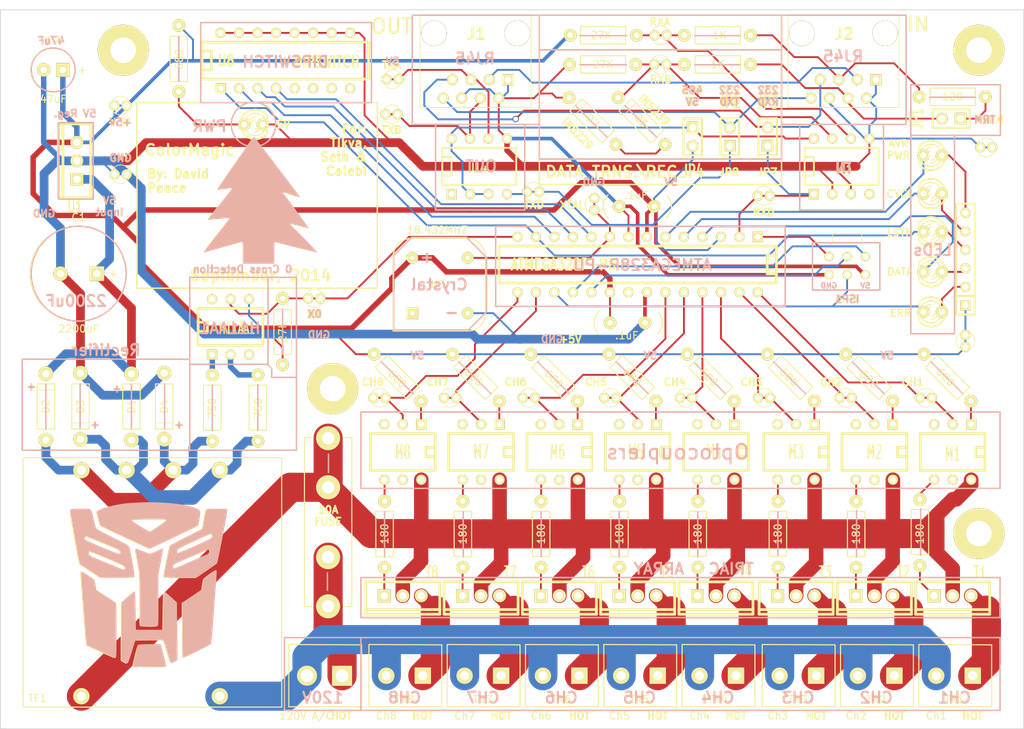
<source format=kicad_pcb>
(kicad_pcb (version 3) (host pcbnew "(2013-07-07 BZR 4022)-stable")
  (layers (15 F.Cu signal) (0 B.Cu signal) (18 B.Paste user) (19 F.Paste user) (20 B.SilkS user hide) (21 F.SilkS user) (22 B.Mask user) (23 F.Mask user) (28 Edge.Cuts user))
  (net 0 "")
  (net 1 +5V)
  (net 2 GND)
  (net 3 N-000001)
  (net 4 N-0000010)
  (net 5 N-00000100)
  (net 6 N-00000102)
  (net 7 N-00000104)
  (net 8 N-00000105)
  (net 9 N-00000106)
  (net 10 N-00000107)
  (net 11 N-0000011)
  (net 12 N-0000012)
  (net 13 N-0000013)
  (net 14 N-0000014)
  (net 15 N-0000015)
  (net 16 N-0000016)
  (net 17 N-0000017)
  (net 18 N-0000018)
  (net 19 N-0000019)
  (net 20 N-000002)
  (net 21 N-0000020)
  (net 22 N-0000021)
  (net 23 N-0000022)
  (net 24 N-0000023)
  (net 25 N-0000024)
  (net 26 N-0000025)
  (net 27 N-0000026)
  (net 28 N-0000027)
  (net 29 N-0000028)
  (net 30 N-0000029)
  (net 31 N-000003)
  (net 32 N-0000030)
  (net 33 N-0000031)
  (net 34 N-0000032)
  (net 35 N-0000033)
  (net 36 N-0000034)
  (net 37 N-0000035)
  (net 38 N-0000037)
  (net 39 N-0000038)
  (net 40 N-0000039)
  (net 41 N-000004)
  (net 42 N-0000040)
  (net 43 N-0000041)
  (net 44 N-0000042)
  (net 45 N-0000043)
  (net 46 N-0000044)
  (net 47 N-0000046)
  (net 48 N-0000047)
  (net 49 N-0000048)
  (net 50 N-0000049)
  (net 51 N-000005)
  (net 52 N-0000050)
  (net 53 N-0000051)
  (net 54 N-0000052)
  (net 55 N-0000053)
  (net 56 N-0000054)
  (net 57 N-0000055)
  (net 58 N-0000056)
  (net 59 N-0000057)
  (net 60 N-0000058)
  (net 61 N-0000059)
  (net 62 N-000006)
  (net 63 N-0000060)
  (net 64 N-0000061)
  (net 65 N-0000067)
  (net 66 N-000007)
  (net 67 N-0000070)
  (net 68 N-0000071)
  (net 69 N-0000073)
  (net 70 N-0000076)
  (net 71 N-0000078)
  (net 72 N-000008)
  (net 73 N-0000081)
  (net 74 N-0000085)
  (net 75 N-0000086)
  (net 76 N-0000087)
  (net 77 N-0000088)
  (net 78 N-0000089)
  (net 79 N-000009)
  (net 80 N-0000090)
  (net 81 N-0000092)
  (net 82 N-0000095)
  (net 83 N-0000098)
  (module Resisitor (layer F.Cu) (at 264.25 126.75 135)
    (fp_text reference R101 hide)
    (fp_text value 680 (at 0.176777 -0.176777 135) (layer F.SilkS))
    (pad 1 thru_hole circle (at -4.6 0 135) (size 1.75 1.75) (drill 0.75) (layers *.Cu *.Mask F.SilkS) (net 69 N-0000073))
    (pad 2 thru_hole circle (at 4.5 0 135) (size 1.75 1.75) (drill 0.75) (layers *.Cu *.Mask F.SilkS) (net 1 +5V))
  )
  (module Resisitor (layer F.Cu) (at 221 126.75 135)
    (fp_text reference R105 hide)
    (fp_text value 680 (at 0 0 135) (layer F.SilkS))
    (pad 1 thru_hole circle (at -4.6 0 135) (size 1.75 1.75) (drill 0.75) (layers *.Cu *.Mask F.SilkS) (net 83 N-0000098))
    (pad 2 thru_hole circle (at 4.5 0 135) (size 1.75 1.75) (drill 0.75) (layers *.Cu *.Mask F.SilkS) (net 1 +5V))
  )
  (module Resisitor (layer F.Cu) (at 199.5 126.75 135)
    (fp_text reference R107 hide)
    (fp_text value 680 (at 0.176777 -0.176777 135) (layer F.SilkS))
    (pad 1 thru_hole circle (at -4.6 0 135) (size 1.75 1.75) (drill 0.75) (layers *.Cu *.Mask F.SilkS) (net 71 N-0000078))
    (pad 2 thru_hole circle (at 4.5 0 135) (size 1.75 1.75) (drill 0.75) (layers *.Cu *.Mask F.SilkS) (net 1 +5V))
  )
  (module Resisitor (layer F.Cu) (at 265 88.2)
    (fp_text reference R451 hide)
    (fp_text value 120 (at 0 0) (layer F.SilkS))
    (pad 1 thru_hole circle (at -4.6 0) (size 1.75 1.75) (drill 0.75) (layers *.Cu *.Mask F.SilkS) (net 35 N-0000033))
    (pad 2 thru_hole circle (at 4.5 0) (size 1.75 1.75) (drill 0.75) (layers *.Cu *.Mask F.SilkS) (net 29 N-0000028))
  )
  (module TO220_VERT (layer F.Cu) (at 189.5 156.75 270)
    (fp_text reference T8 (at -3.25 -4 360) (layer F.SilkS) (effects (font (size 1.524 1.016) (thickness 0.2032))))
    (fp_text value BTA06 hide)
    (pad 2 thru_hole circle (at 0 -2.54 270) (size 1.778 1.778) (drill 1.016) (layers *.Cu *.Mask F.SilkS) (net 25 N-0000024))
    (pad 3 thru_hole circle (at 0 0 270) (size 1.778 1.778) (drill 1.016) (layers *.Cu *.Mask F.SilkS) (net 14 N-0000014))
    (pad 1 thru_hole rect (at 0 2.54 270) (size 1.778 1.778) (drill 1.016) (layers *.Cu *.Mask F.SilkS) (net 74 N-0000085))
  )
  (module TO220_VERT (layer F.Cu) (at 200.25 156.75 270)
    (fp_text reference T7 (at -3.25 -4 360) (layer F.SilkS) (effects (font (size 1.524 1.016) (thickness 0.2032))))
    (fp_text value BTA06 hide)
    (pad 2 thru_hole circle (at 0 -2.54 270) (size 1.778 1.778) (drill 1.016) (layers *.Cu *.Mask F.SilkS) (net 12 N-0000012))
    (pad 3 thru_hole circle (at 0 0 270) (size 1.778 1.778) (drill 1.016) (layers *.Cu *.Mask F.SilkS) (net 14 N-0000014))
    (pad 1 thru_hole rect (at 0 2.54 270) (size 1.778 1.778) (drill 1.016) (layers *.Cu *.Mask F.SilkS) (net 76 N-0000087))
  )
  (module TO220_VERT (layer F.Cu) (at 211 156.75 270)
    (fp_text reference T6 (at -3.25 -4 360) (layer F.SilkS) (effects (font (size 1.524 1.016) (thickness 0.2032))))
    (fp_text value BTA06 hide)
    (pad 2 thru_hole circle (at 0 -2.54 270) (size 1.778 1.778) (drill 1.016) (layers *.Cu *.Mask F.SilkS) (net 11 N-0000011))
    (pad 3 thru_hole circle (at 0 0 270) (size 1.778 1.778) (drill 1.016) (layers *.Cu *.Mask F.SilkS) (net 14 N-0000014))
    (pad 1 thru_hole rect (at 0 2.54 270) (size 1.778 1.778) (drill 1.016) (layers *.Cu *.Mask F.SilkS) (net 78 N-0000089))
  )
  (module TO220_VERT (layer F.Cu) (at 221.75 156.75 270)
    (fp_text reference T5 (at -3.25 -4 360) (layer F.SilkS) (effects (font (size 1.524 1.016) (thickness 0.2032))))
    (fp_text value BTA06 hide)
    (pad 2 thru_hole circle (at 0 -2.54 270) (size 1.778 1.778) (drill 1.016) (layers *.Cu *.Mask F.SilkS) (net 4 N-0000010))
    (pad 3 thru_hole circle (at 0 0 270) (size 1.778 1.778) (drill 1.016) (layers *.Cu *.Mask F.SilkS) (net 14 N-0000014))
    (pad 1 thru_hole rect (at 0 2.54 270) (size 1.778 1.778) (drill 1.016) (layers *.Cu *.Mask F.SilkS) (net 80 N-0000090))
  )
  (module TO220_VERT (layer F.Cu) (at 232.5 156.75 270)
    (fp_text reference T4 (at -3.25 -4 360) (layer F.SilkS) (effects (font (size 1.524 1.016) (thickness 0.2032))))
    (fp_text value BTA06 hide)
    (pad 2 thru_hole circle (at 0 -2.54 270) (size 1.778 1.778) (drill 1.016) (layers *.Cu *.Mask F.SilkS) (net 13 N-0000013))
    (pad 3 thru_hole circle (at 0 0 270) (size 1.778 1.778) (drill 1.016) (layers *.Cu *.Mask F.SilkS) (net 14 N-0000014))
    (pad 1 thru_hole rect (at 0 2.54 270) (size 1.778 1.778) (drill 1.016) (layers *.Cu *.Mask F.SilkS) (net 17 N-0000017))
  )
  (module TO220_VERT (layer F.Cu) (at 243.5 156.75 270)
    (fp_text reference T3 (at -3.25 -4 360) (layer F.SilkS) (effects (font (size 1.524 1.016) (thickness 0.2032))))
    (fp_text value BTA06 hide)
    (pad 2 thru_hole circle (at 0 -2.54 270) (size 1.778 1.778) (drill 1.016) (layers *.Cu *.Mask F.SilkS) (net 27 N-0000026))
    (pad 3 thru_hole circle (at 0 0 270) (size 1.778 1.778) (drill 1.016) (layers *.Cu *.Mask F.SilkS) (net 14 N-0000014))
    (pad 1 thru_hole rect (at 0 2.54 270) (size 1.778 1.778) (drill 1.016) (layers *.Cu *.Mask F.SilkS) (net 19 N-0000019))
  )
  (module TO220_VERT (layer F.Cu) (at 254.25 156.75 270)
    (fp_text reference T2 (at -3.25 -4 360) (layer F.SilkS) (effects (font (size 1.524 1.016) (thickness 0.2032))))
    (fp_text value BTA06 hide)
    (pad 2 thru_hole circle (at 0 -2.54 270) (size 1.778 1.778) (drill 1.016) (layers *.Cu *.Mask F.SilkS) (net 26 N-0000025))
    (pad 3 thru_hole circle (at 0 0 270) (size 1.778 1.778) (drill 1.016) (layers *.Cu *.Mask F.SilkS) (net 14 N-0000014))
    (pad 1 thru_hole rect (at 0 2.54 270) (size 1.778 1.778) (drill 1.016) (layers *.Cu *.Mask F.SilkS) (net 16 N-0000016))
  )
  (module TO220_VERT (layer F.Cu) (at 265 156.75 270)
    (fp_text reference T1 (at -3.25 -3.75 360) (layer F.SilkS) (effects (font (size 1.524 1.016) (thickness 0.2032))))
    (fp_text value BTA06 hide)
    (pad 2 thru_hole circle (at 0 -2.54 270) (size 1.778 1.778) (drill 1.016) (layers *.Cu *.Mask F.SilkS) (net 32 N-0000030))
    (pad 3 thru_hole circle (at 0 0 270) (size 1.778 1.778) (drill 1.016) (layers *.Cu *.Mask F.SilkS) (net 14 N-0000014))
    (pad 1 thru_hole rect (at 0 2.54 270) (size 1.778 1.778) (drill 1.016) (layers *.Cu *.Mask F.SilkS) (net 23 N-0000022))
  )
  (module LED-3MM (layer F.Cu) (at 262.25 96.25 180)
    (fp_text reference D12 hide)
    (fp_text value LED hide)
    (pad 1 thru_hole circle (at -1.27 0 180) (size 1.6764 1.6764) (drill 0.8128) (layers *.Cu *.Mask F.SilkS) (net 72 N-000008))
    (pad 2 thru_hole circle (at 1.27 0 180) (size 1.6764 1.6764) (drill 0.8128) (layers *.Cu *.Mask F.SilkS) (net 31 N-000003))
  )
  (module LED-3MM (layer F.Cu) (at 262.25 117.75 180)
    (fp_text reference D8 hide)
    (fp_text value LED hide)
    (pad 1 thru_hole circle (at -1.27 0 180) (size 1.6764 1.6764) (drill 0.8128) (layers *.Cu *.Mask F.SilkS) (net 41 N-000004))
    (pad 2 thru_hole circle (at 1.27 0 180) (size 1.6764 1.6764) (drill 0.8128) (layers *.Cu *.Mask F.SilkS) (net 52 N-0000050))
  )
  (module LED-3MM (layer F.Cu) (at 262.25 112.25 180)
    (fp_text reference D9 hide)
    (fp_text value LED hide)
    (pad 1 thru_hole circle (at -1.27 0 180) (size 1.6764 1.6764) (drill 0.8128) (layers *.Cu *.Mask F.SilkS) (net 51 N-000005))
    (pad 2 thru_hole circle (at 1.27 0 180) (size 1.6764 1.6764) (drill 0.8128) (layers *.Cu *.Mask F.SilkS) (net 20 N-000002))
  )
  (module LED-3MM (layer F.Cu) (at 262.25 106.75 180)
    (fp_text reference D10 hide)
    (fp_text value LED hide)
    (pad 1 thru_hole circle (at -1.27 0 180) (size 1.6764 1.6764) (drill 0.8128) (layers *.Cu *.Mask F.SilkS) (net 62 N-000006))
    (pad 2 thru_hole circle (at 1.27 0 180) (size 1.6764 1.6764) (drill 0.8128) (layers *.Cu *.Mask F.SilkS) (net 61 N-0000059))
  )
  (module LED-3MM (layer F.Cu) (at 169 92)
    (fp_text reference D5 hide)
    (fp_text value PWR hide)
    (pad 1 thru_hole circle (at -1.27 0) (size 1.6764 1.6764) (drill 0.8128) (layers *.Cu *.Mask F.SilkS) (net 67 N-0000070))
    (pad 2 thru_hole circle (at 1.27 0) (size 1.6764 1.6764) (drill 0.8128) (layers *.Cu *.Mask F.SilkS) (net 2 GND))
  )
  (module LED-3MM (layer F.Cu) (at 262.25 101.5 180)
    (fp_text reference D11 hide)
    (fp_text value LED hide)
    (pad 1 thru_hole circle (at -1.27 0 180) (size 1.6764 1.6764) (drill 0.8128) (layers *.Cu *.Mask F.SilkS) (net 66 N-000007))
    (pad 2 thru_hole circle (at 1.27 0 180) (size 1.6764 1.6764) (drill 0.8128) (layers *.Cu *.Mask F.SilkS) (net 54 N-0000052))
  )
  (module DIP-8__300 (layer F.Cu) (at 249.75 97.75)
    (fp_text reference U3 (at 0.25 0.25) (layer F.SilkS) (effects (font (size 1.27 1.143) (thickness 0.2032))))
    (fp_text value SN65LBC176AP hide)
    (pad 1 thru_hole rect (at -3.81 3.81) (size 1.397 1.397) (drill 0.8128) (layers *.Cu *.Mask F.SilkS) (net 59 N-0000057))
    (pad 2 thru_hole circle (at -1.27 3.81) (size 1.397 1.397) (drill 0.8128) (layers *.Cu *.Mask F.SilkS) (net 2 GND))
    (pad 3 thru_hole circle (at 1.27 3.81) (size 1.397 1.397) (drill 0.8128) (layers *.Cu *.Mask F.SilkS) (net 2 GND))
    (pad 4 thru_hole circle (at 3.81 3.81) (size 1.397 1.397) (drill 0.8128) (layers *.Cu *.Mask F.SilkS))
    (pad 5 thru_hole circle (at 3.81 -3.81) (size 1.397 1.397) (drill 0.8128) (layers *.Cu *.Mask F.SilkS) (net 2 GND))
    (pad 6 thru_hole circle (at 1.27 -3.81) (size 1.397 1.397) (drill 0.8128) (layers *.Cu *.Mask F.SilkS) (net 45 N-0000043))
    (pad 7 thru_hole circle (at -1.27 -3.81) (size 1.397 1.397) (drill 0.8128) (layers *.Cu *.Mask F.SilkS) (net 46 N-0000044))
    (pad 8 thru_hole circle (at -3.81 -3.81) (size 1.397 1.397) (drill 0.8128) (layers *.Cu *.Mask F.SilkS) (net 60 N-0000058))
  )
  (module DIP-8__300 (layer F.Cu) (at 200 97.75)
    (fp_text reference U4 (at 0 0.25) (layer F.SilkS) (effects (font (size 1.27 1.143) (thickness 0.2032))))
    (fp_text value SN65LBC176AP hide)
    (pad 1 thru_hole rect (at -3.81 3.81) (size 1.397 1.397) (drill 0.8128) (layers *.Cu *.Mask F.SilkS))
    (pad 2 thru_hole circle (at -1.27 3.81) (size 1.397 1.397) (drill 0.8128) (layers *.Cu *.Mask F.SilkS) (net 60 N-0000058))
    (pad 3 thru_hole circle (at 1.27 3.81) (size 1.397 1.397) (drill 0.8128) (layers *.Cu *.Mask F.SilkS) (net 60 N-0000058))
    (pad 4 thru_hole circle (at 3.81 3.81) (size 1.397 1.397) (drill 0.8128) (layers *.Cu *.Mask F.SilkS) (net 64 N-0000061))
    (pad 5 thru_hole circle (at 3.81 -3.81) (size 1.397 1.397) (drill 0.8128) (layers *.Cu *.Mask F.SilkS) (net 2 GND))
    (pad 6 thru_hole circle (at 1.27 -3.81) (size 1.397 1.397) (drill 0.8128) (layers *.Cu *.Mask F.SilkS) (net 44 N-0000042))
    (pad 7 thru_hole circle (at -1.27 -3.81) (size 1.397 1.397) (drill 0.8128) (layers *.Cu *.Mask F.SilkS) (net 34 N-0000032))
    (pad 8 thru_hole circle (at -3.81 -3.81) (size 1.397 1.397) (drill 0.8128) (layers *.Cu *.Mask F.SilkS) (net 60 N-0000058))
  )
  (module DIP-6__300 (layer F.Cu) (at 265 137 180)
    (fp_text reference M1 (at 0 -0.25 180) (layer F.SilkS) (effects (font (size 1.905 1.016) (thickness 0.2032))))
    (fp_text value MOC3023 hide)
    (pad 1 thru_hole rect (at -2.54 3.81 180) (size 1.397 1.397) (drill 0.8128) (layers *.Cu *.Mask F.SilkS) (net 69 N-0000073))
    (pad 2 thru_hole circle (at 0 3.81 180) (size 1.397 1.397) (drill 0.8128) (layers *.Cu *.Mask F.SilkS) (net 8 N-00000105))
    (pad 3 thru_hole circle (at 2.54 3.81 180) (size 1.397 1.397) (drill 0.8128) (layers *.Cu *.Mask F.SilkS))
    (pad 4 thru_hole circle (at 2.54 -3.81 180) (size 1.397 1.397) (drill 0.8128) (layers *.Cu *.Mask F.SilkS) (net 24 N-0000023))
    (pad 5 thru_hole circle (at 0 -3.81 180) (size 1.397 1.397) (drill 0.8128) (layers *.Cu *.Mask F.SilkS))
    (pad 6 thru_hole circle (at -2.54 -3.81 180) (size 1.397 1.397) (drill 0.8128) (layers *.Cu *.Mask F.SilkS) (net 14 N-0000014))
  )
  (module DIP-6__300 (layer F.Cu) (at 221.75 137 180)
    (fp_text reference M5 (at 0.25 0 180) (layer F.SilkS) (effects (font (size 1.905 1.016) (thickness 0.2032))))
    (fp_text value MOC3023 hide)
    (pad 1 thru_hole rect (at -2.54 3.81 180) (size 1.397 1.397) (drill 0.8128) (layers *.Cu *.Mask F.SilkS) (net 83 N-0000098))
    (pad 2 thru_hole circle (at 0 3.81 180) (size 1.397 1.397) (drill 0.8128) (layers *.Cu *.Mask F.SilkS) (net 42 N-0000040))
    (pad 3 thru_hole circle (at 2.54 3.81 180) (size 1.397 1.397) (drill 0.8128) (layers *.Cu *.Mask F.SilkS))
    (pad 4 thru_hole circle (at 2.54 -3.81 180) (size 1.397 1.397) (drill 0.8128) (layers *.Cu *.Mask F.SilkS) (net 5 N-00000100))
    (pad 5 thru_hole circle (at 0 -3.81 180) (size 1.397 1.397) (drill 0.8128) (layers *.Cu *.Mask F.SilkS))
    (pad 6 thru_hole circle (at -2.54 -3.81 180) (size 1.397 1.397) (drill 0.8128) (layers *.Cu *.Mask F.SilkS) (net 14 N-0000014))
  )
  (module DIP-6__300 (layer F.Cu) (at 232.5 137 180)
    (fp_text reference M4 (at 0.25 0 180) (layer F.SilkS) (effects (font (size 1.905 1.016) (thickness 0.2032))))
    (fp_text value MOC3023 hide)
    (pad 1 thru_hole rect (at -2.54 3.81 180) (size 1.397 1.397) (drill 0.8128) (layers *.Cu *.Mask F.SilkS) (net 82 N-0000095))
    (pad 2 thru_hole circle (at 0 3.81 180) (size 1.397 1.397) (drill 0.8128) (layers *.Cu *.Mask F.SilkS) (net 40 N-0000039))
    (pad 3 thru_hole circle (at 2.54 3.81 180) (size 1.397 1.397) (drill 0.8128) (layers *.Cu *.Mask F.SilkS))
    (pad 4 thru_hole circle (at 2.54 -3.81 180) (size 1.397 1.397) (drill 0.8128) (layers *.Cu *.Mask F.SilkS) (net 18 N-0000018))
    (pad 5 thru_hole circle (at 0 -3.81 180) (size 1.397 1.397) (drill 0.8128) (layers *.Cu *.Mask F.SilkS))
    (pad 6 thru_hole circle (at -2.54 -3.81 180) (size 1.397 1.397) (drill 0.8128) (layers *.Cu *.Mask F.SilkS) (net 14 N-0000014))
  )
  (module DIP-6__300 (layer F.Cu) (at 243.5 137 180)
    (fp_text reference M3 (at 0 0 180) (layer F.SilkS) (effects (font (size 1.905 1.016) (thickness 0.2032))))
    (fp_text value MOC3023 hide)
    (pad 1 thru_hole rect (at -2.54 3.81 180) (size 1.397 1.397) (drill 0.8128) (layers *.Cu *.Mask F.SilkS) (net 81 N-0000092))
    (pad 2 thru_hole circle (at 0 3.81 180) (size 1.397 1.397) (drill 0.8128) (layers *.Cu *.Mask F.SilkS) (net 39 N-0000038))
    (pad 3 thru_hole circle (at 2.54 3.81 180) (size 1.397 1.397) (drill 0.8128) (layers *.Cu *.Mask F.SilkS))
    (pad 4 thru_hole circle (at 2.54 -3.81 180) (size 1.397 1.397) (drill 0.8128) (layers *.Cu *.Mask F.SilkS) (net 21 N-0000020))
    (pad 5 thru_hole circle (at 0 -3.81 180) (size 1.397 1.397) (drill 0.8128) (layers *.Cu *.Mask F.SilkS))
    (pad 6 thru_hole circle (at -2.54 -3.81 180) (size 1.397 1.397) (drill 0.8128) (layers *.Cu *.Mask F.SilkS) (net 14 N-0000014))
  )
  (module DIP-6__300 (layer F.Cu) (at 165.85 119.81)
    (fp_text reference U2 hide)
    (fp_text value H11AA1 (at 0.9 0.19) (layer F.SilkS) (effects (font (size 1.524 0.889) (thickness 0.2032))))
    (pad 1 thru_hole rect (at -2.54 3.81) (size 1.397 1.397) (drill 0.8128) (layers *.Cu *.Mask F.SilkS) (net 33 N-0000031))
    (pad 2 thru_hole circle (at 0 3.81) (size 1.397 1.397) (drill 0.8128) (layers *.Cu *.Mask F.SilkS) (net 65 N-0000067))
    (pad 3 thru_hole circle (at 2.54 3.81) (size 1.397 1.397) (drill 0.8128) (layers *.Cu *.Mask F.SilkS))
    (pad 4 thru_hole circle (at 2.54 -3.81) (size 1.397 1.397) (drill 0.8128) (layers *.Cu *.Mask F.SilkS) (net 2 GND))
    (pad 5 thru_hole circle (at 0 -3.81) (size 1.397 1.397) (drill 0.8128) (layers *.Cu *.Mask F.SilkS) (net 47 N-0000046))
    (pad 6 thru_hole circle (at -2.54 -3.81) (size 1.397 1.397) (drill 0.8128) (layers *.Cu *.Mask F.SilkS))
  )
  (module DIP-6__300 (layer F.Cu) (at 254.25 137 180)
    (fp_text reference M2 (at 0 0 180) (layer F.SilkS) (effects (font (size 1.905 1.016) (thickness 0.2032))))
    (fp_text value MOC3023 hide)
    (pad 1 thru_hole rect (at -2.54 3.81 180) (size 1.397 1.397) (drill 0.8128) (layers *.Cu *.Mask F.SilkS) (net 70 N-0000076))
    (pad 2 thru_hole circle (at 0 3.81 180) (size 1.397 1.397) (drill 0.8128) (layers *.Cu *.Mask F.SilkS) (net 37 N-0000035))
    (pad 3 thru_hole circle (at 2.54 3.81 180) (size 1.397 1.397) (drill 0.8128) (layers *.Cu *.Mask F.SilkS))
    (pad 4 thru_hole circle (at 2.54 -3.81 180) (size 1.397 1.397) (drill 0.8128) (layers *.Cu *.Mask F.SilkS) (net 22 N-0000021))
    (pad 5 thru_hole circle (at 0 -3.81 180) (size 1.397 1.397) (drill 0.8128) (layers *.Cu *.Mask F.SilkS))
    (pad 6 thru_hole circle (at -2.54 -3.81 180) (size 1.397 1.397) (drill 0.8128) (layers *.Cu *.Mask F.SilkS) (net 14 N-0000014))
  )
  (module DIP-6__300 (layer F.Cu) (at 189.5 137 180)
    (fp_text reference M8 (at 0 0 180) (layer F.SilkS) (effects (font (size 1.905 1.016) (thickness 0.2032))))
    (fp_text value MOC3023 hide)
    (pad 1 thru_hole rect (at -2.54 3.81 180) (size 1.397 1.397) (drill 0.8128) (layers *.Cu *.Mask F.SilkS) (net 73 N-0000081))
    (pad 2 thru_hole circle (at 0 3.81 180) (size 1.397 1.397) (drill 0.8128) (layers *.Cu *.Mask F.SilkS) (net 49 N-0000048))
    (pad 3 thru_hole circle (at 2.54 3.81 180) (size 1.397 1.397) (drill 0.8128) (layers *.Cu *.Mask F.SilkS))
    (pad 4 thru_hole circle (at 2.54 -3.81 180) (size 1.397 1.397) (drill 0.8128) (layers *.Cu *.Mask F.SilkS) (net 75 N-0000086))
    (pad 5 thru_hole circle (at 0 -3.81 180) (size 1.397 1.397) (drill 0.8128) (layers *.Cu *.Mask F.SilkS))
    (pad 6 thru_hole circle (at -2.54 -3.81 180) (size 1.397 1.397) (drill 0.8128) (layers *.Cu *.Mask F.SilkS) (net 14 N-0000014))
  )
  (module DIP-6__300 (layer F.Cu) (at 211 137 180)
    (fp_text reference M6 (at 0.25 0 180) (layer F.SilkS) (effects (font (size 1.905 1.016) (thickness 0.2032))))
    (fp_text value MOC3023 hide)
    (pad 1 thru_hole rect (at -2.54 3.81 180) (size 1.397 1.397) (drill 0.8128) (layers *.Cu *.Mask F.SilkS) (net 6 N-00000102))
    (pad 2 thru_hole circle (at 0 3.81 180) (size 1.397 1.397) (drill 0.8128) (layers *.Cu *.Mask F.SilkS) (net 43 N-0000041))
    (pad 3 thru_hole circle (at 2.54 3.81 180) (size 1.397 1.397) (drill 0.8128) (layers *.Cu *.Mask F.SilkS))
    (pad 4 thru_hole circle (at 2.54 -3.81 180) (size 1.397 1.397) (drill 0.8128) (layers *.Cu *.Mask F.SilkS) (net 7 N-00000104))
    (pad 5 thru_hole circle (at 0 -3.81 180) (size 1.397 1.397) (drill 0.8128) (layers *.Cu *.Mask F.SilkS))
    (pad 6 thru_hole circle (at -2.54 -3.81 180) (size 1.397 1.397) (drill 0.8128) (layers *.Cu *.Mask F.SilkS) (net 14 N-0000014))
  )
  (module DIP-6__300 (layer F.Cu) (at 200.25 137 180)
    (fp_text reference M7 (at 0 0 180) (layer F.SilkS) (effects (font (size 1.905 1.016) (thickness 0.2032))))
    (fp_text value MOC3023 hide)
    (pad 1 thru_hole rect (at -2.54 3.81 180) (size 1.397 1.397) (drill 0.8128) (layers *.Cu *.Mask F.SilkS) (net 71 N-0000078))
    (pad 2 thru_hole circle (at 0 3.81 180) (size 1.397 1.397) (drill 0.8128) (layers *.Cu *.Mask F.SilkS) (net 48 N-0000047))
    (pad 3 thru_hole circle (at 2.54 3.81 180) (size 1.397 1.397) (drill 0.8128) (layers *.Cu *.Mask F.SilkS))
    (pad 4 thru_hole circle (at 2.54 -3.81 180) (size 1.397 1.397) (drill 0.8128) (layers *.Cu *.Mask F.SilkS) (net 77 N-0000088))
    (pad 5 thru_hole circle (at 0 -3.81 180) (size 1.397 1.397) (drill 0.8128) (layers *.Cu *.Mask F.SilkS))
    (pad 6 thru_hole circle (at -2.54 -3.81 180) (size 1.397 1.397) (drill 0.8128) (layers *.Cu *.Mask F.SilkS) (net 14 N-0000014))
  )
  (module DIP-28__300 (layer F.Cu) (at 221.75 111.25 180)
    (fp_text reference U7 hide)
    (fp_text value ATMEGA328P-PU (at 10.16 0 180) (layer F.SilkS) (effects (font (size 1.524 1.143) (thickness 0.3048))))
    (pad 2 thru_hole circle (at -13.97 3.81 180) (size 1.397 1.397) (drill 0.8128) (layers *.Cu *.Mask F.SilkS) (net 59 N-0000057))
    (pad 3 thru_hole circle (at -11.43 3.81 180) (size 1.397 1.397) (drill 0.8128) (layers *.Cu *.Mask F.SilkS) (net 64 N-0000061))
    (pad 4 thru_hole circle (at -8.89 3.81 180) (size 1.397 1.397) (drill 0.8128) (layers *.Cu *.Mask F.SilkS) (net 20 N-000002))
    (pad 5 thru_hole circle (at -6.35 3.81 180) (size 1.397 1.397) (drill 0.8128) (layers *.Cu *.Mask F.SilkS) (net 54 N-0000052))
    (pad 6 thru_hole circle (at -3.81 3.81 180) (size 1.397 1.397) (drill 0.8128) (layers *.Cu *.Mask F.SilkS) (net 31 N-000003))
    (pad 7 thru_hole circle (at -1.27 3.81 180) (size 1.397 1.397) (drill 0.8128) (layers *.Cu *.Mask F.SilkS) (net 1 +5V))
    (pad 8 thru_hole circle (at 1.27 3.81 180) (size 1.397 1.397) (drill 0.8128) (layers *.Cu *.Mask F.SilkS) (net 2 GND))
    (pad 9 thru_hole circle (at 3.81 3.81 180) (size 1.397 1.397) (drill 0.8128) (layers *.Cu *.Mask F.SilkS) (net 38 N-0000037))
    (pad 10 thru_hole circle (at 6.35 3.81 180) (size 1.397 1.397) (drill 0.8128) (layers *.Cu *.Mask F.SilkS) (net 57 N-0000055))
    (pad 11 thru_hole circle (at 8.89 3.81 180) (size 1.397 1.397) (drill 0.8128) (layers *.Cu *.Mask F.SilkS) (net 58 N-0000056))
    (pad 12 thru_hole circle (at 11.43 3.81 180) (size 1.397 1.397) (drill 0.8128) (layers *.Cu *.Mask F.SilkS) (net 56 N-0000054))
    (pad 13 thru_hole circle (at 13.97 3.81 180) (size 1.397 1.397) (drill 0.8128) (layers *.Cu *.Mask F.SilkS) (net 61 N-0000059))
    (pad 14 thru_hole circle (at 16.51 3.81 180) (size 1.397 1.397) (drill 0.8128) (layers *.Cu *.Mask F.SilkS) (net 47 N-0000046))
    (pad 1 thru_hole rect (at -16.51 3.81 180) (size 1.397 1.397) (drill 0.8128) (layers *.Cu *.Mask F.SilkS) (net 55 N-0000053))
    (pad 15 thru_hole circle (at 16.51 -3.81 180) (size 1.397 1.397) (drill 0.8128) (layers *.Cu *.Mask F.SilkS) (net 49 N-0000048))
    (pad 16 thru_hole circle (at 13.97 -3.81 180) (size 1.397 1.397) (drill 0.8128) (layers *.Cu *.Mask F.SilkS) (net 48 N-0000047))
    (pad 17 thru_hole circle (at 11.43 -3.81 180) (size 1.397 1.397) (drill 0.8128) (layers *.Cu *.Mask F.SilkS) (net 52 N-0000050))
    (pad 18 thru_hole circle (at 8.89 -3.81 180) (size 1.397 1.397) (drill 0.8128) (layers *.Cu *.Mask F.SilkS) (net 50 N-0000049))
    (pad 19 thru_hole circle (at 6.35 -3.81 180) (size 1.397 1.397) (drill 0.8128) (layers *.Cu *.Mask F.SilkS) (net 53 N-0000051))
    (pad 20 thru_hole circle (at 3.81 -3.81 180) (size 1.397 1.397) (drill 0.8128) (layers *.Cu *.Mask F.SilkS) (net 1 +5V))
    (pad 21 thru_hole circle (at 1.27 -3.81 180) (size 1.397 1.397) (drill 0.8128) (layers *.Cu *.Mask F.SilkS))
    (pad 22 thru_hole circle (at -1.27 -3.81 180) (size 1.397 1.397) (drill 0.8128) (layers *.Cu *.Mask F.SilkS) (net 2 GND))
    (pad 23 thru_hole circle (at -3.81 -3.81 180) (size 1.397 1.397) (drill 0.8128) (layers *.Cu *.Mask F.SilkS) (net 43 N-0000041))
    (pad 24 thru_hole circle (at -6.35 -3.81 180) (size 1.397 1.397) (drill 0.8128) (layers *.Cu *.Mask F.SilkS) (net 42 N-0000040))
    (pad 25 thru_hole circle (at -8.89 -3.81 180) (size 1.397 1.397) (drill 0.8128) (layers *.Cu *.Mask F.SilkS) (net 40 N-0000039))
    (pad 26 thru_hole circle (at -11.43 -3.81 180) (size 1.397 1.397) (drill 0.8128) (layers *.Cu *.Mask F.SilkS) (net 39 N-0000038))
    (pad 27 thru_hole circle (at -13.97 -3.81 180) (size 1.397 1.397) (drill 0.8128) (layers *.Cu *.Mask F.SilkS) (net 37 N-0000035))
    (pad 28 thru_hole circle (at -16.51 -3.81 180) (size 1.397 1.397) (drill 0.8128) (layers *.Cu *.Mask F.SilkS) (net 8 N-00000105))
  )
  (module DIP-16__300 (layer F.Cu) (at 173.38 83.23)
    (fp_text reference U8 (at -8.13 0.02) (layer F.SilkS) (effects (font (size 1.524 1.143) (thickness 0.3048))))
    (fp_text value DIPSWITCH (at 5.695 0.195) (layer F.SilkS) (effects (font (size 1.524 1.143) (thickness 0.3048))))
    (pad 1 thru_hole rect (at -8.89 3.81) (size 1.397 1.397) (drill 0.8128) (layers *.Cu *.Mask F.SilkS) (net 61 N-0000059))
    (pad 2 thru_hole circle (at -6.35 3.81) (size 1.397 1.397) (drill 0.8128) (layers *.Cu *.Mask F.SilkS) (net 56 N-0000054))
    (pad 3 thru_hole circle (at -3.81 3.81) (size 1.397 1.397) (drill 0.8128) (layers *.Cu *.Mask F.SilkS) (net 58 N-0000056))
    (pad 4 thru_hole circle (at -1.27 3.81) (size 1.397 1.397) (drill 0.8128) (layers *.Cu *.Mask F.SilkS) (net 57 N-0000055))
    (pad 5 thru_hole circle (at 1.27 3.81) (size 1.397 1.397) (drill 0.8128) (layers *.Cu *.Mask F.SilkS))
    (pad 6 thru_hole circle (at 3.81 3.81) (size 1.397 1.397) (drill 0.8128) (layers *.Cu *.Mask F.SilkS))
    (pad 7 thru_hole circle (at 6.35 3.81) (size 1.397 1.397) (drill 0.8128) (layers *.Cu *.Mask F.SilkS))
    (pad 8 thru_hole circle (at 8.89 3.81) (size 1.397 1.397) (drill 0.8128) (layers *.Cu *.Mask F.SilkS))
    (pad 9 thru_hole circle (at 8.89 -3.81) (size 1.397 1.397) (drill 0.8128) (layers *.Cu *.Mask F.SilkS) (net 2 GND))
    (pad 10 thru_hole circle (at 6.35 -3.81) (size 1.397 1.397) (drill 0.8128) (layers *.Cu *.Mask F.SilkS) (net 2 GND))
    (pad 11 thru_hole circle (at 3.81 -3.81) (size 1.397 1.397) (drill 0.8128) (layers *.Cu *.Mask F.SilkS) (net 2 GND))
    (pad 12 thru_hole circle (at 1.27 -3.81) (size 1.397 1.397) (drill 0.8128) (layers *.Cu *.Mask F.SilkS) (net 2 GND))
    (pad 13 thru_hole circle (at -1.27 -3.81) (size 1.397 1.397) (drill 0.8128) (layers *.Cu *.Mask F.SilkS) (net 2 GND))
    (pad 14 thru_hole circle (at -3.81 -3.81) (size 1.397 1.397) (drill 0.8128) (layers *.Cu *.Mask F.SilkS) (net 2 GND))
    (pad 15 thru_hole circle (at -6.35 -3.81) (size 1.397 1.397) (drill 0.8128) (layers *.Cu *.Mask F.SilkS) (net 2 GND))
    (pad 16 thru_hole circle (at -8.89 -3.81) (size 1.397 1.397) (drill 0.8128) (layers *.Cu *.Mask F.SilkS) (net 2 GND))
  )
  (module Resisitor (layer F.Cu) (at 217 79.75 180)
    (fp_text reference R453 hide)
    (fp_text value 27K (at 0.25 0 180) (layer F.SilkS))
    (pad 1 thru_hole circle (at -4.6 0 180) (size 1.75 1.75) (drill 0.75) (layers *.Cu *.Mask F.SilkS) (net 45 N-0000043))
    (pad 2 thru_hole circle (at 4.5 0 180) (size 1.75 1.75) (drill 0.75) (layers *.Cu *.Mask F.SilkS) (net 1 +5V))
  )
  (module Resisitor (layer F.Cu) (at 210.25 126.75 135)
    (fp_text reference R106 hide)
    (fp_text value 680 (at -0.176777 -0.176777 135) (layer F.SilkS))
    (pad 1 thru_hole circle (at -4.6 0 135) (size 1.75 1.75) (drill 0.75) (layers *.Cu *.Mask F.SilkS) (net 6 N-00000102))
    (pad 2 thru_hole circle (at 4.5 0 135) (size 1.75 1.75) (drill 0.75) (layers *.Cu *.Mask F.SilkS) (net 1 +5V))
  )
  (module Resisitor (layer F.Cu) (at 188.75 126.75 135)
    (fp_text reference R108 hide)
    (fp_text value 680 (at -0.176777 -0.176777 135) (layer F.SilkS))
    (pad 1 thru_hole circle (at -4.6 0 135) (size 1.75 1.75) (drill 0.75) (layers *.Cu *.Mask F.SilkS) (net 73 N-0000081))
    (pad 2 thru_hole circle (at 4.5 0 135) (size 1.75 1.75) (drill 0.75) (layers *.Cu *.Mask F.SilkS) (net 1 +5V))
  )
  (module Resisitor (layer F.Cu) (at 169.6 130.91 90)
    (fp_text reference R3 hide)
    (fp_text value 750 (at -0.08 0.06 90) (layer F.SilkS))
    (pad 1 thru_hole circle (at -4.6 0 90) (size 1.75 1.75) (drill 0.75) (layers *.Cu *.Mask F.SilkS) (net 10 N-00000107))
    (pad 2 thru_hole circle (at 4.5 0 90) (size 1.75 1.75) (drill 0.75) (layers *.Cu *.Mask F.SilkS) (net 65 N-0000067))
  )
  (module Resisitor (layer F.Cu) (at 163.35 130.91 90)
    (fp_text reference R2 hide)
    (fp_text value 750 (at -0.08 -0.02 90) (layer F.SilkS))
    (pad 1 thru_hole circle (at -4.6 0 90) (size 1.75 1.75) (drill 0.75) (layers *.Cu *.Mask F.SilkS) (net 9 N-00000106))
    (pad 2 thru_hole circle (at 4.5 0 90) (size 1.75 1.75) (drill 0.75) (layers *.Cu *.Mask F.SilkS) (net 33 N-0000031))
  )
  (module Resisitor (layer F.Cu) (at 217 83.75)
    (fp_text reference R455 hide)
    (fp_text value 27K (at 0 0) (layer F.SilkS))
    (pad 1 thru_hole circle (at -4.6 0) (size 1.75 1.75) (drill 0.75) (layers *.Cu *.Mask F.SilkS) (net 2 GND))
    (pad 2 thru_hole circle (at 4.5 0) (size 1.75 1.75) (drill 0.75) (layers *.Cu *.Mask F.SilkS) (net 46 N-0000044))
  )
  (module Resisitor (layer F.Cu) (at 232.75 83.75)
    (fp_text reference R454 hide)
    (fp_text value 1K (at 0 0) (layer F.SilkS))
    (pad 1 thru_hole circle (at -4.6 0) (size 1.75 1.75) (drill 0.75) (layers *.Cu *.Mask F.SilkS) (net 46 N-0000044))
    (pad 2 thru_hole circle (at 4.5 0) (size 1.75 1.75) (drill 0.75) (layers *.Cu *.Mask F.SilkS) (net 36 N-0000034))
  )
  (module Resisitor (layer F.Cu) (at 260.5 148 90)
    (fp_text reference R201 hide)
    (fp_text value 180 (at -0.25 0 90) (layer F.SilkS))
    (pad 1 thru_hole circle (at -4.6 0 90) (size 1.75 1.75) (drill 0.75) (layers *.Cu *.Mask F.SilkS) (net 23 N-0000022))
    (pad 2 thru_hole circle (at 4.5 0 90) (size 1.75 1.75) (drill 0.75) (layers *.Cu *.Mask F.SilkS) (net 24 N-0000023))
  )
  (module Resisitor (layer F.Cu) (at 232.75 79.75)
    (fp_text reference R452 hide)
    (fp_text value 1K (at 0.25 0) (layer F.SilkS))
    (pad 1 thru_hole circle (at -4.6 0) (size 1.75 1.75) (drill 0.75) (layers *.Cu *.Mask F.SilkS) (net 45 N-0000043))
    (pad 2 thru_hole circle (at 4.5 0) (size 1.75 1.75) (drill 0.75) (layers *.Cu *.Mask F.SilkS) (net 35 N-0000033))
  )
  (module Resisitor (layer F.Cu) (at 158.75 83 270)
    (fp_text reference R1 hide)
    (fp_text value 680 (at 0.05 -0.05 270) (layer F.SilkS))
    (pad 1 thru_hole circle (at -4.6 0 270) (size 1.75 1.75) (drill 0.75) (layers *.Cu *.Mask F.SilkS) (net 1 +5V))
    (pad 2 thru_hole circle (at 4.5 0 270) (size 1.75 1.75) (drill 0.75) (layers *.Cu *.Mask F.SilkS) (net 67 N-0000070))
  )
  (module Resisitor (layer F.Cu) (at 231.75 126.75 135)
    (fp_text reference R104 hide)
    (fp_text value 680 (at 0.176777 -0.176777 135) (layer F.SilkS))
    (pad 1 thru_hole circle (at -4.6 0 135) (size 1.75 1.75) (drill 0.75) (layers *.Cu *.Mask F.SilkS) (net 82 N-0000095))
    (pad 2 thru_hole circle (at 4.5 0 135) (size 1.75 1.75) (drill 0.75) (layers *.Cu *.Mask F.SilkS) (net 1 +5V))
  )
  (module Resisitor (layer F.Cu) (at 242.75 126.75 135)
    (fp_text reference R103 hide)
    (fp_text value 680 (at 0.176777 -0.176777 135) (layer F.SilkS))
    (pad 1 thru_hole circle (at -4.6 0 135) (size 1.75 1.75) (drill 0.75) (layers *.Cu *.Mask F.SilkS) (net 81 N-0000092))
    (pad 2 thru_hole circle (at 4.5 0 135) (size 1.75 1.75) (drill 0.75) (layers *.Cu *.Mask F.SilkS) (net 1 +5V))
  )
  (module Resisitor (layer F.Cu) (at 253.5 126.75 135)
    (fp_text reference R102 hide)
    (fp_text value 680 (at -0.176777 -0.176777 135) (layer F.SilkS))
    (pad 1 thru_hole circle (at -4.6 0 135) (size 1.75 1.75) (drill 0.75) (layers *.Cu *.Mask F.SilkS) (net 70 N-0000076))
    (pad 2 thru_hole circle (at 4.5 0 135) (size 1.75 1.75) (drill 0.75) (layers *.Cu *.Mask F.SilkS) (net 1 +5V))
  )
  (module Resisitor (layer F.Cu) (at 251.75 148.25 90)
    (fp_text reference R202 hide)
    (fp_text value 180 (at 0 0 90) (layer F.SilkS))
    (pad 1 thru_hole circle (at -4.6 0 90) (size 1.75 1.75) (drill 0.75) (layers *.Cu *.Mask F.SilkS) (net 16 N-0000016))
    (pad 2 thru_hole circle (at 4.5 0 90) (size 1.75 1.75) (drill 0.75) (layers *.Cu *.Mask F.SilkS) (net 22 N-0000021))
  )
  (module Resisitor (layer F.Cu) (at 241 148.25 90)
    (fp_text reference R203 hide)
    (fp_text value 180 (at 0 0 90) (layer F.SilkS))
    (pad 1 thru_hole circle (at -4.6 0 90) (size 1.75 1.75) (drill 0.75) (layers *.Cu *.Mask F.SilkS) (net 19 N-0000019))
    (pad 2 thru_hole circle (at 4.5 0 90) (size 1.75 1.75) (drill 0.75) (layers *.Cu *.Mask F.SilkS) (net 21 N-0000020))
  )
  (module Resisitor (layer F.Cu) (at 230 148.25 90)
    (fp_text reference R204 hide)
    (fp_text value 180 (at 0 0 90) (layer F.SilkS))
    (pad 1 thru_hole circle (at -4.6 0 90) (size 1.75 1.75) (drill 0.75) (layers *.Cu *.Mask F.SilkS) (net 17 N-0000017))
    (pad 2 thru_hole circle (at 4.5 0 90) (size 1.75 1.75) (drill 0.75) (layers *.Cu *.Mask F.SilkS) (net 18 N-0000018))
  )
  (module Resisitor (layer F.Cu) (at 219.25 148.25 90)
    (fp_text reference R205 hide)
    (fp_text value 180 (at 0 0 90) (layer F.SilkS))
    (pad 1 thru_hole circle (at -4.6 0 90) (size 1.75 1.75) (drill 0.75) (layers *.Cu *.Mask F.SilkS) (net 80 N-0000090))
    (pad 2 thru_hole circle (at 4.5 0 90) (size 1.75 1.75) (drill 0.75) (layers *.Cu *.Mask F.SilkS) (net 5 N-00000100))
  )
  (module Resisitor (layer F.Cu) (at 208.5 148.25 90)
    (fp_text reference R206 hide)
    (fp_text value 180 (at 0 0 90) (layer F.SilkS))
    (pad 1 thru_hole circle (at -4.6 0 90) (size 1.75 1.75) (drill 0.75) (layers *.Cu *.Mask F.SilkS) (net 78 N-0000089))
    (pad 2 thru_hole circle (at 4.5 0 90) (size 1.75 1.75) (drill 0.75) (layers *.Cu *.Mask F.SilkS) (net 7 N-00000104))
  )
  (module Resisitor (layer F.Cu) (at 197.75 148.25 90)
    (fp_text reference R207 hide)
    (fp_text value 180 (at 0 0 90) (layer F.SilkS))
    (pad 1 thru_hole circle (at -4.6 0 90) (size 1.75 1.75) (drill 0.75) (layers *.Cu *.Mask F.SilkS) (net 76 N-0000087))
    (pad 2 thru_hole circle (at 4.5 0 90) (size 1.75 1.75) (drill 0.75) (layers *.Cu *.Mask F.SilkS) (net 77 N-0000088))
  )
  (module Resisitor (layer F.Cu) (at 187 148.25 90)
    (fp_text reference R208 hide)
    (fp_text value 180 (at 0 0 90) (layer F.SilkS))
    (pad 1 thru_hole circle (at -4.6 0 90) (size 1.75 1.75) (drill 0.75) (layers *.Cu *.Mask F.SilkS) (net 74 N-0000085))
    (pad 2 thru_hole circle (at 4.5 0 90) (size 1.75 1.75) (drill 0.75) (layers *.Cu *.Mask F.SilkS) (net 75 N-0000086))
  )
  (module Resisitor (layer F.Cu) (at 173 120.5 270)
    (fp_text reference R4 hide)
    (fp_text value 27K (at 0 0 270) (layer F.SilkS))
    (pad 1 thru_hole circle (at -4.6 0 270) (size 1.75 1.75) (drill 0.75) (layers *.Cu *.Mask F.SilkS) (net 47 N-0000046))
    (pad 2 thru_hole circle (at 4.5 0 270) (size 1.75 1.75) (drill 0.75) (layers *.Cu *.Mask F.SilkS) (net 1 +5V))
  )
  (module r_pack5 (layer F.Cu) (at 266.75 110.5 90)
    (fp_text reference RN1 hide)
    (fp_text value RESISTOR_NET hide)
    (pad 1 thru_hole rect (at -6.35 0 90) (size 1.397 1.397) (drill 0.8128) (layers *.Cu *.Mask F.SilkS) (net 1 +5V))
    (pad 2 thru_hole circle (at -3.81 0 90) (size 1.397 1.397) (drill 0.8128) (layers *.Cu *.Mask F.SilkS) (net 41 N-000004))
    (pad 3 thru_hole circle (at -1.27 0 90) (size 1.397 1.397) (drill 0.8128) (layers *.Cu *.Mask F.SilkS) (net 51 N-000005))
    (pad 4 thru_hole circle (at 1.27 0 90) (size 1.397 1.397) (drill 0.8128) (layers *.Cu *.Mask F.SilkS) (net 62 N-000006))
    (pad 5 thru_hole circle (at 3.81 0 90) (size 1.397 1.397) (drill 0.8128) (layers *.Cu *.Mask F.SilkS) (net 66 N-000007))
    (pad 6 thru_hole circle (at 6.35 0 90) (size 1.397 1.397) (drill 0.8128) (layers *.Cu *.Mask F.SilkS) (net 72 N-000008))
  )
  (module 10A_FUSE (layer F.Cu) (at 179.25 145.75 90)
    (fp_text reference F1 hide)
    (fp_text value 10A_FUSE hide)
    (pad 1 thru_hole circle (at -12.45 0 90) (size 3.3 3.3) (drill 1.7) (layers *.Cu *.Mask F.SilkS) (net 15 N-0000015))
    (pad 1 thru_hole circle (at -5.7 0 90) (size 3.3 3.3) (drill 1.7) (layers *.Cu *.Mask F.SilkS) (net 15 N-0000015))
    (pad 2 thru_hole circle (at 3.9 0 90) (size 3.3 3.3) (drill 1.7) (layers *.Cu *.Mask F.SilkS) (net 14 N-0000014))
    (pad 2 thru_hole circle (at 10.65 0 90) (size 3.3 3.3) (drill 1.7) (layers *.Cu *.Mask F.SilkS) (net 14 N-0000014))
  )
  (module .1uF (layer F.Cu) (at 220.25 119.25 180)
    (fp_text reference C3 hide)
    (fp_text value .1uF (at 0 -1.75 180) (layer F.SilkS))
    (pad 1 thru_hole circle (at -2.5 0 180) (size 1.75 1.75) (drill 0.75) (layers *.Cu *.Mask F.SilkS) (net 2 GND))
    (pad 2 thru_hole circle (at 2.3 0 180) (size 1.75 1.75) (drill 0.75) (layers *.Cu *.Mask F.SilkS) (net 1 +5V))
  )
  (module .1uF (layer F.Cu) (at 221.5 103.25 180)
    (fp_text reference C4 hide)
    (fp_text value .1uF (at 0 1.5 180) (layer F.SilkS))
    (pad 1 thru_hole circle (at -2.5 0 180) (size 1.75 1.75) (drill 0.75) (layers *.Cu *.Mask F.SilkS) (net 1 +5V))
    (pad 2 thru_hole circle (at 2.3 0 180) (size 1.75 1.75) (drill 0.75) (layers *.Cu *.Mask F.SilkS) (net 2 GND))
  )
  (module Transformer (layer F.Cu) (at 154.675 155.05 90)
    (fp_text reference TF1 (at -15.8 -15.33 180) (layer F.SilkS))
    (fp_text value 3FS-312 hide)
    (pad 1 thru_hole circle (at -15.5 -9.3 90) (size 2.25 2.25) (drill 1.25) (layers *.Cu *.Mask F.SilkS) (net 14 N-0000014))
    (pad 4 thru_hole circle (at -15.5 9.7 90) (size 2.25 2.25) (drill 1.25) (layers *.Cu *.Mask F.SilkS) (net 30 N-0000029))
    (pad 5 thru_hole circle (at 15.56 -9.3 90) (size 2.25 2.25) (drill 1.25) (layers *.Cu *.Mask F.SilkS) (net 9 N-00000106))
    (pad 6 thru_hole circle (at 15.56 -3.1 90) (size 2.25 2.25) (drill 1.25) (layers *.Cu *.Mask F.SilkS) (net 10 N-00000107))
    (pad 7 thru_hole circle (at 15.56 3.3 90) (size 2.25 2.25) (drill 1.25) (layers *.Cu *.Mask F.SilkS) (net 9 N-00000106))
    (pad 8 thru_hole circle (at 15.56 9.7 90) (size 2.25 2.25) (drill 1.25) (layers *.Cu *.Mask F.SilkS) (net 10 N-00000107))
  )
  (module 120Terminal (layer F.Cu) (at 178.75 167.75 180)
    (fp_text reference TR0 hide)
    (fp_text value "120V A/C" (at 2.5 -5.5 180) (layer F.SilkS))
    (pad 1 thru_hole rect (at -2.41 0 180) (size 2.75 2.75) (drill 1.75) (layers *.Cu *.Mask F.SilkS) (net 15 N-0000015))
    (pad 2 thru_hole circle (at 2.4 0.02 180) (size 2.75 2.75) (drill 1.75) (layers *.Cu *.Mask F.SilkS) (net 30 N-0000029))
  )
  (module Terminal (layer F.Cu) (at 189.75 167.75 180)
    (fp_text reference TR8 (at 0 -3.25 180) (layer F.SilkS))
    (fp_text value Ch8 (at 2.5 -5.5 180) (layer F.SilkS))
    (pad 1 thru_hole rect (at -2.5 0.02 180) (size 2.25 2.25) (drill 1.25) (layers *.Cu *.Mask F.SilkS) (net 25 N-0000024))
    (pad 2 thru_hole circle (at 2.51 0.01 180) (size 2.25 2.25) (drill 1.25) (layers *.Cu *.Mask F.SilkS) (net 30 N-0000029))
  )
  (module Terminal (layer F.Cu) (at 200.5 167.75 180)
    (fp_text reference TR7 (at 0 -3.25 180) (layer F.SilkS))
    (fp_text value Ch7 (at 2.5 -5.5 180) (layer F.SilkS))
    (pad 1 thru_hole rect (at -2.5 0.02 180) (size 2.25 2.25) (drill 1.25) (layers *.Cu *.Mask F.SilkS) (net 12 N-0000012))
    (pad 2 thru_hole circle (at 2.51 0.01 180) (size 2.25 2.25) (drill 1.25) (layers *.Cu *.Mask F.SilkS) (net 30 N-0000029))
  )
  (module Terminal (layer F.Cu) (at 211.25 167.75 180)
    (fp_text reference TR6 (at 0 -3.25 180) (layer F.SilkS))
    (fp_text value Ch6 (at 2.75 -5.5 180) (layer F.SilkS))
    (pad 1 thru_hole rect (at -2.5 0.02 180) (size 2.25 2.25) (drill 1.25) (layers *.Cu *.Mask F.SilkS) (net 11 N-0000011))
    (pad 2 thru_hole circle (at 2.51 0.01 180) (size 2.25 2.25) (drill 1.25) (layers *.Cu *.Mask F.SilkS) (net 30 N-0000029))
  )
  (module Terminal (layer F.Cu) (at 222 167.75 180)
    (fp_text reference TR5 (at 0 -3.25 180) (layer F.SilkS))
    (fp_text value Ch5 (at 2.75 -5.5 180) (layer F.SilkS))
    (pad 1 thru_hole rect (at -2.5 0.02 180) (size 2.25 2.25) (drill 1.25) (layers *.Cu *.Mask F.SilkS) (net 4 N-0000010))
    (pad 2 thru_hole circle (at 2.51 0.01 180) (size 2.25 2.25) (drill 1.25) (layers *.Cu *.Mask F.SilkS) (net 30 N-0000029))
  )
  (module Terminal (layer F.Cu) (at 232.75 167.75 180)
    (fp_text reference TR4 (at 0 -3.25 180) (layer F.SilkS))
    (fp_text value Ch4 (at 2.5 -5.5 180) (layer F.SilkS))
    (pad 1 thru_hole rect (at -2.5 0.02 180) (size 2.25 2.25) (drill 1.25) (layers *.Cu *.Mask F.SilkS) (net 13 N-0000013))
    (pad 2 thru_hole circle (at 2.51 0.01 180) (size 2.25 2.25) (drill 1.25) (layers *.Cu *.Mask F.SilkS) (net 30 N-0000029))
  )
  (module Terminal (layer F.Cu) (at 243.75 167.75 180)
    (fp_text reference TR3 (at 0 -3.25 180) (layer F.SilkS))
    (fp_text value Ch3 (at 2.75 -5.5 180) (layer F.SilkS))
    (pad 1 thru_hole rect (at -2.5 0.02 180) (size 2.25 2.25) (drill 1.25) (layers *.Cu *.Mask F.SilkS) (net 27 N-0000026))
    (pad 2 thru_hole circle (at 2.51 0.01 180) (size 2.25 2.25) (drill 1.25) (layers *.Cu *.Mask F.SilkS) (net 30 N-0000029))
  )
  (module Terminal (layer F.Cu) (at 254.5 167.75 180)
    (fp_text reference TR2 (at 0 -3.25 180) (layer F.SilkS))
    (fp_text value Ch2 (at 2.75 -5.5 180) (layer F.SilkS))
    (pad 1 thru_hole rect (at -2.5 0.02 180) (size 2.25 2.25) (drill 1.25) (layers *.Cu *.Mask F.SilkS) (net 26 N-0000025))
    (pad 2 thru_hole circle (at 2.51 0.01 180) (size 2.25 2.25) (drill 1.25) (layers *.Cu *.Mask F.SilkS) (net 30 N-0000029))
  )
  (module Terminal (layer F.Cu) (at 265.25 167.75 180)
    (fp_text reference TR1 (at 0 -3.25 180) (layer F.SilkS))
    (fp_text value Ch1 (at 2.5 -5.5 180) (layer F.SilkS))
    (pad 1 thru_hole rect (at -2.5 0.02 180) (size 2.25 2.25) (drill 1.25) (layers *.Cu *.Mask F.SilkS) (net 32 N-0000030))
    (pad 2 thru_hole circle (at 2.51 0.01 180) (size 2.25 2.25) (drill 1.25) (layers *.Cu *.Mask F.SilkS) (net 30 N-0000029))
  )
  (module 16V_2200uF (layer F.Cu) (at 145 112.5 180)
    (fp_text reference C1 (at 0 7.75 180) (layer F.SilkS))
    (fp_text value 2200uF (at 0 -7.575 180) (layer F.SilkS))
    (fp_text user + (at -4.75 0 180) (layer F.SilkS))
    (pad 1 thru_hole rect (at -2.5 0 180) (size 2 2) (drill 1) (layers *.Cu *.Mask F.SilkS) (net 79 N-000009))
    (pad 2 thru_hole circle (at 2.5 0 180) (size 2 2) (drill 1) (layers *.Cu *.Mask F.SilkS) (net 2 GND))
  )
  (module 47uF (layer F.Cu) (at 141.5 84.5 180)
    (fp_text reference C2 (at 0 4.1 180) (layer F.SilkS))
    (fp_text value 47uF (at 0 -4 180) (layer F.SilkS))
    (fp_text user + (at -4 0 180) (layer F.SilkS))
    (pad 1 thru_hole rect (at -1.33 -0.02 180) (size 1.85 1.85) (drill 0.85) (layers *.Cu *.Mask F.SilkS) (net 1 +5V))
    (pad 2 thru_hole circle (at 1.3 0 180) (size 1.85 1.85) (drill 0.85) (layers *.Cu *.Mask F.SilkS) (net 2 GND))
  )
  (module ScrewHole (layer F.Cu) (at 268.6 148.2)
    (fp_text reference "" hide)
    (fp_text value "" hide)
    (pad "" thru_hole circle (at 0 0) (size 7 7) (drill 3.5) (layers *.Cu *.Mask F.SilkS))
  )
  (module ScrewHole (layer F.Cu) (at 179.875 128.3)
    (fp_text reference "" hide)
    (fp_text value "" hide)
    (pad "" thru_hole circle (at 0 0) (size 7 7) (drill 3.5) (layers *.Cu *.Mask F.SilkS))
  )
  (module ScrewHole (layer F.Cu) (at 151.125 81.8)
    (fp_text reference "" hide)
    (fp_text value "" hide)
    (pad "" thru_hole circle (at 0 0) (size 7 7) (drill 3.5) (layers *.Cu *.Mask F.SilkS))
  )
  (module ScrewHole (layer F.Cu) (at 268.6 81.8)
    (fp_text reference "" hide)
    (fp_text value "" hide)
    (pad "" thru_hole circle (at 0 0) (size 7 7) (drill 3.5) (layers *.Cu *.Mask F.SilkS))
  )
  (module TransformersLogo (layer B.Cu) (at 154.6 155.2)
    (fp_text reference G*** hide)
    (fp_text value LOGO hide)
  )
  (module ISP (layer F.Cu) (at 250 111.25)
    (fp_text reference ISP1 (at 0.5 4.75) (layer F.SilkS))
    (fp_text value ISP hide)
    (pad 1 thru_hole circle (at 3 -1.1) (size 1.25 1.25) (drill 0.8) (layers *.Cu *.Mask F.SilkS) (net 50 N-0000049))
    (pad 3 thru_hole circle (at 0.5 -1.1) (size 1.25 1.25) (drill 0.8) (layers *.Cu *.Mask F.SilkS) (net 53 N-0000051))
    (pad 5 thru_hole circle (at -2 -1.1) (size 1.25 1.25) (drill 0.8) (layers *.Cu *.Mask F.SilkS) (net 55 N-0000053))
    (pad 2 thru_hole circle (at 3 1.4) (size 1.25 1.25) (drill 0.8) (layers *.Cu *.Mask F.SilkS) (net 1 +5V))
    (pad 4 thru_hole circle (at 0.5 1.4) (size 1.25 1.25) (drill 0.8) (layers *.Cu *.Mask F.SilkS) (net 52 N-0000050))
    (pad 6 thru_hole circle (at -2 1.4) (size 1.25 1.25) (drill 0.8) (layers *.Cu *.Mask F.SilkS) (net 2 GND))
  )
  (module test_point (layer F.Cu) (at 215.25 103.25)
    (fp_text reference " " hide)
    (fp_text value " " hide)
  )
  (module test_point (layer F.Cu) (at 229 103.25)
    (fp_text reference " " hide)
    (fp_text value " " hide)
  )
  (module test_point (layer F.Cu) (at 227 119.25)
    (fp_text reference " " hide)
    (fp_text value " " hide)
  )
  (module test_point (layer F.Cu) (at 213 119.25)
    (fp_text reference " " hide)
    (fp_text value " " hide)
  )
  (module test_point (layer F.Cu) (at 150.05 97)
    (fp_text reference " " hide)
    (fp_text value " " hide)
    (pad "" smd circle (at 0 0) (size 1.6 1.6) (layers F.Cu F.Paste F.Mask))
  )
  (module test_point (layer F.Cu) (at 150 105)
    (fp_text reference " " hide)
    (fp_text value " " hide)
  )
  (module test_point (layer F.Cu) (at 257.95 93.35)
    (fp_text reference " " hide)
    (fp_text value " " hide)
  )
  (module test_point (layer F.Cu) (at 267 121.5)
    (fp_text reference " " hide)
    (fp_text value " " hide)
  )
  (module test_point (layer F.Cu) (at 253 119)
    (fp_text reference " " hide)
    (fp_text value " " hide)
  )
  (module test_point (layer F.Cu) (at 248 119)
    (fp_text reference " " hide)
    (fp_text value " " hide)
  )
  (module test_point (layer F.Cu) (at 224.75 79.75)
    (fp_text reference " " hide)
    (fp_text value " " hide)
  )
  (module test_point (layer F.Cu) (at 224.75 83.75)
    (fp_text reference " " hide)
    (fp_text value " " hide)
  )
  (module test_point (layer F.Cu) (at 209.75 83.75)
    (fp_text reference " " hide)
    (fp_text value " " hide)
  )
  (module test_point (layer F.Cu) (at 209.75 79.75)
    (fp_text reference " " hide)
    (fp_text value " " hide)
  )
  (module test_point (layer F.Cu) (at 240 79.75)
    (fp_text reference " " hide)
    (fp_text value " " hide)
  )
  (module Diode (layer F.Cu) (at 222.25 91.5 135)
    (fp_text reference D6 (at 0 0 135) (layer F.SilkS))
    (fp_text value IN5239 hide)
    (pad 1 thru_hole circle (at -4.6 0 135) (size 1.75 1.75) (drill 0.75) (layers *.Cu *.Mask F.SilkS) (net 28 N-0000027))
    (pad 2 thru_hole circle (at 4.5 0 135) (size 1.75 1.75) (drill 0.75) (layers *.Cu *.Mask F.SilkS) (net 46 N-0000044))
  )
  (module Diode (layer F.Cu) (at 215.5 91.5 135)
    (fp_text reference D7 (at 0 0 135) (layer F.SilkS))
    (fp_text value IN5229 hide)
    (pad 1 thru_hole circle (at -4.6 0 135) (size 1.75 1.75) (drill 0.75) (layers *.Cu *.Mask F.SilkS) (net 28 N-0000027))
    (pad 2 thru_hole circle (at 4.5 0 135) (size 1.75 1.75) (drill 0.75) (layers *.Cu *.Mask F.SilkS) (net 2 GND))
  )
  (module 18.432MHz (layer F.Cu) (at 194.16 114.33 90)
    (fp_text reference U5 (at 0.34 0.17 180) (layer F.SilkS))
    (fp_text value 18.432MHZ (at 7.83 0.09 180) (layer F.SilkS))
    (pad 1 thru_hole rect (at -3.6 -3.35 90) (size 1.6 1.6) (drill 0.6) (layers *.Cu *.Mask F.SilkS))
    (pad 4 thru_hole circle (at -3.6 4.25 90) (size 1.6 1.6) (drill 0.6) (layers *.Cu *.Mask F.SilkS))
    (pad 8 thru_hole circle (at 4 -3.35 90) (size 1.6 1.6) (drill 0.6) (layers *.Cu *.Mask F.SilkS))
    (pad 5 thru_hole circle (at 4 4.25 90) (size 1.6 1.6) (drill 0.6) (layers *.Cu *.Mask F.SilkS))
  )
  (module TransformersLogo (layer F.Cu) (at 154.5 155.25)
    (fp_text reference G*** hide)
    (fp_text value LOGO hide)
  )
  (module ChristmasTree (layer B.Cu) (at 169.75 102.5)
    (fp_text reference G*** hide)
    (fp_text value LOGO hide)
  )
  (module ChristmasTree (layer F.Cu) (at 169.7 102.5)
    (fp_text reference G*** hide)
    (fp_text value LOGO hide)
  )
  (module TESTPOINT-CIRCLE (layer F.Cu) (at 150.75 89.4 180)
    (fp_text reference TP1 hide)
    (fp_text value TESTPOINT hide)
    (pad 1 thru_hole circle (at -0.83 0 180) (size 1.397 1.397) (drill 0.8128) (layers *.Cu *.Mask F.SilkS) (net 1 +5V))
    (pad 1 thru_hole circle (at 0.84 0 180) (size 1.397 1.397) (drill 0.8128) (layers *.Cu *.Mask F.SilkS) (net 1 +5V))
  )
  (module TESTPOINT-CIRCLE (layer F.Cu) (at 150.75 98.85)
    (fp_text reference TP2 hide)
    (fp_text value TESTPOINT hide)
    (pad 1 thru_hole circle (at -0.83 0) (size 1.397 1.397) (drill 0.8128) (layers *.Cu *.Mask F.SilkS) (net 2 GND))
    (pad 1 thru_hole circle (at 0.84 0) (size 1.397 1.397) (drill 0.8128) (layers *.Cu *.Mask F.SilkS) (net 2 GND))
  )
  (module TESTPOINT-CIRCLE (layer F.Cu) (at 177.35 115.9)
    (fp_text reference TP5 hide)
    (fp_text value TESTPOINT hide)
    (pad 1 thru_hole circle (at -0.83 0) (size 1.397 1.397) (drill 0.8128) (layers *.Cu *.Mask F.SilkS) (net 47 N-0000046))
    (pad 1 thru_hole circle (at 0.84 0) (size 1.397 1.397) (drill 0.8128) (layers *.Cu *.Mask F.SilkS) (net 47 N-0000046))
  )
  (module TESTPOINT-CIRCLE (layer F.Cu) (at 207.4 101.25)
    (fp_text reference TP8 hide)
    (fp_text value TESTPOINT hide)
    (pad 1 thru_hole circle (at -0.83 0) (size 1.397 1.397) (drill 0.8128) (layers *.Cu *.Mask F.SilkS) (net 64 N-0000061))
    (pad 1 thru_hole circle (at 0.84 0) (size 1.397 1.397) (drill 0.8128) (layers *.Cu *.Mask F.SilkS) (net 64 N-0000061))
  )
  (module TESTPOINT-CIRCLE (layer F.Cu) (at 239.05 101.8)
    (fp_text reference TP9 hide)
    (fp_text value TESTPOINT hide)
    (pad 1 thru_hole circle (at -0.83 0) (size 1.397 1.397) (drill 0.8128) (layers *.Cu *.Mask F.SilkS) (net 59 N-0000057))
    (pad 1 thru_hole circle (at 0.84 0) (size 1.397 1.397) (drill 0.8128) (layers *.Cu *.Mask F.SilkS) (net 59 N-0000057))
  )
  (module TESTPOINT-CIRCLE (layer F.Cu) (at 224.9 79.75)
    (fp_text reference TP6 hide)
    (fp_text value TESTPOINT hide)
    (pad 1 thru_hole circle (at -0.83 0) (size 1.397 1.397) (drill 0.8128) (layers *.Cu *.Mask F.SilkS) (net 45 N-0000043))
    (pad 1 thru_hole circle (at 0.84 0) (size 1.397 1.397) (drill 0.8128) (layers *.Cu *.Mask F.SilkS) (net 45 N-0000043))
  )
  (module TESTPOINT-CIRCLE (layer F.Cu) (at 224.85 83.75)
    (fp_text reference TP7 hide)
    (fp_text value TESTPOINT hide)
    (pad 1 thru_hole circle (at -0.83 0) (size 1.397 1.397) (drill 0.8128) (layers *.Cu *.Mask F.SilkS) (net 46 N-0000044))
    (pad 1 thru_hole circle (at 0.84 0) (size 1.397 1.397) (drill 0.8128) (layers *.Cu *.Mask F.SilkS) (net 46 N-0000044))
  )
  (module TESTPOINT-CIRCLE (layer F.Cu) (at 188.1 85.8)
    (fp_text reference TP3 hide)
    (fp_text value TESTPOINT hide)
    (pad 1 thru_hole circle (at -0.83 0) (size 1.397 1.397) (drill 0.8128) (layers *.Cu *.Mask F.SilkS) (net 44 N-0000042))
    (pad 1 thru_hole circle (at 0.84 0) (size 1.397 1.397) (drill 0.8128) (layers *.Cu *.Mask F.SilkS) (net 44 N-0000042))
  )
  (module TESTPOINT-CIRCLE (layer F.Cu) (at 187.95 90.6)
    (fp_text reference TP4 hide)
    (fp_text value TESTPOINT hide)
    (pad 1 thru_hole circle (at -0.83 0) (size 1.397 1.397) (drill 0.8128) (layers *.Cu *.Mask F.SilkS) (net 34 N-0000032))
    (pad 1 thru_hole circle (at 0.84 0) (size 1.397 1.397) (drill 0.8128) (layers *.Cu *.Mask F.SilkS) (net 34 N-0000032))
  )
  (module TESTPOINT-CIRCLE (layer F.Cu) (at 261.3 129.55)
    (fp_text reference TP10 hide)
    (fp_text value TESTPOINT hide)
    (pad 1 thru_hole circle (at -0.83 0) (size 1.397 1.397) (drill 0.8128) (layers *.Cu *.Mask F.SilkS) (net 8 N-00000105))
    (pad 1 thru_hole circle (at 0.84 0) (size 1.397 1.397) (drill 0.8128) (layers *.Cu *.Mask F.SilkS) (net 8 N-00000105))
  )
  (module JUMPER (layer F.Cu) (at 234.4 93.7 90)
    (fp_text reference JP2 (at 4.75 0 180) (layer F.SilkS) (effects (font (size 1.72974 1.08712) (thickness 0.3048))))
    (fp_text value JUMPER hide)
    (pad 1 thru_hole rect (at -1.27 0 90) (size 1.6 1.6) (drill 1) (layers *.Cu *.Mask F.SilkS) (net 64 N-0000061))
    (pad 2 thru_hole circle (at 1.27 0 90) (size 1.6 1.6) (drill 1) (layers *.Cu *.Mask F.SilkS) (net 3 N-000001))
  )
  (module JUMPER (layer F.Cu) (at 239.6 93.7 90)
    (fp_text reference JP3 (at 4.75 0 180) (layer F.SilkS) (effects (font (size 1.72974 1.08712) (thickness 0.3048))))
    (fp_text value JUMPER hide)
    (pad 1 thru_hole rect (at -1.27 0 90) (size 1.6 1.6) (drill 1) (layers *.Cu *.Mask F.SilkS) (net 59 N-0000057))
    (pad 2 thru_hole circle (at 1.27 0 90) (size 1.6 1.6) (drill 1) (layers *.Cu *.Mask F.SilkS) (net 63 N-0000060))
  )
  (module JUMPER (layer F.Cu) (at 229.3 93.7 270)
    (fp_text reference JP4 (at 4.75 0 360) (layer F.SilkS) (effects (font (size 1.72974 1.08712) (thickness 0.3048))))
    (fp_text value JUMPER hide)
    (pad 1 thru_hole rect (at -1.27 0 270) (size 1.6 1.6) (drill 1) (layers *.Cu *.Mask F.SilkS) (net 60 N-0000058))
    (pad 2 thru_hole circle (at 1.27 0 270) (size 1.6 1.6) (drill 1) (layers *.Cu *.Mask F.SilkS) (net 1 +5V))
  )
  (module JUMPER (layer F.Cu) (at 264.8 91.2 180)
    (fp_text reference JP1 (at 4.75 0 270) (layer F.SilkS) (effects (font (size 1.72974 1.08712) (thickness 0.3048))))
    (fp_text value JUMPER hide)
    (pad 1 thru_hole rect (at -1.27 0 180) (size 1.6 1.6) (drill 1) (layers *.Cu *.Mask F.SilkS) (net 29 N-0000028))
    (pad 2 thru_hole circle (at 1.27 0 180) (size 1.6 1.6) (drill 1) (layers *.Cu *.Mask F.SilkS) (net 36 N-0000034))
  )
  (module TO220_VERT_REG (layer F.Cu) (at 144.75 97 180)
    (fp_text reference U1 (at 0.25 -6.25 180) (layer F.SilkS) (effects (font (size 1.524 1.016) (thickness 0.2032))))
    (fp_text value LF50CV hide)
    (pad 2 thru_hole circle (at 0 0 180) (size 1.778 1.778) (drill 1.016) (layers *.Cu *.Mask F.SilkS) (net 2 GND))
    (pad 3 thru_hole circle (at 0 2.54 180) (size 1.778 1.778) (drill 1.016) (layers *.Cu *.Mask F.SilkS) (net 1 +5V))
    (pad 1 thru_hole rect (at 0 -2.54 180) (size 1.778 1.778) (drill 1.016) (layers *.Cu *.Mask F.SilkS) (net 79 N-000009))
  )
  (module Diode_Wider (layer F.Cu) (at 145.25 130.75 270)
    (fp_text reference D3 (at 0 0 270) (layer F.SilkS))
    (fp_text value 1N5817 hide)
    (pad 1 thru_hole circle (at -4.6 0 270) (size 2 2) (drill 1) (layers *.Cu *.Mask F.SilkS) (net 2 GND))
    (pad 2 thru_hole circle (at 4.5 0 270) (size 2 2) (drill 1) (layers *.Cu *.Mask F.SilkS) (net 10 N-00000107))
  )
  (module Diode_Wider (layer F.Cu) (at 140.5 130.75 90)
    (fp_text reference D2 (at 0 0 90) (layer F.SilkS))
    (fp_text value 1N5817 hide)
    (pad 1 thru_hole circle (at -4.6 0 90) (size 2 2) (drill 1) (layers *.Cu *.Mask F.SilkS) (net 9 N-00000106))
    (pad 2 thru_hole circle (at 4.5 0 90) (size 2 2) (drill 1) (layers *.Cu *.Mask F.SilkS) (net 79 N-000009))
  )
  (module Diode_Wider (layer F.Cu) (at 152.25 130.75 90)
    (fp_text reference D1 (at 0 0 90) (layer F.SilkS))
    (fp_text value 1N5817 hide)
    (pad 1 thru_hole circle (at -4.6 0 90) (size 2 2) (drill 1) (layers *.Cu *.Mask F.SilkS) (net 10 N-00000107))
    (pad 2 thru_hole circle (at 4.5 0 90) (size 2 2) (drill 1) (layers *.Cu *.Mask F.SilkS) (net 79 N-000009))
  )
  (module Diode_Wider (layer F.Cu) (at 156.75 130.75 270)
    (fp_text reference D4 (at 0 0 270) (layer F.SilkS))
    (fp_text value 1N5817 hide)
    (pad 1 thru_hole circle (at -4.6 0 270) (size 2 2) (drill 1) (layers *.Cu *.Mask F.SilkS) (net 2 GND))
    (pad 2 thru_hole circle (at 4.5 0 270) (size 2 2) (drill 1) (layers *.Cu *.Mask F.SilkS) (net 9 N-00000106))
  )
  (module RJ45_8_SHORT (layer F.Cu) (at 250 79.5 180)
    (fp_text reference J2 (at -0.075 -0.075 180) (layer F.SilkS) (effects (font (size 1.524 1.524) (thickness 0.3048))))
    (fp_text value "215877-1 (IN)" hide)
    (pad Hole thru_hole circle (at 5.71 0.02 180) (size 3.5 3.5) (drill 3.4) (layers *.Cu *.Mask F.SilkS))
    (pad Hole thru_hole circle (at -5.72 0.03 180) (size 3.5 3.5) (drill 3.4) (layers *.Cu *.Mask F.SilkS))
    (pad 1 thru_hole rect (at -4.445 -6.35 180) (size 1.50114 1.50114) (drill 0.89916) (layers *.Cu *.Mask F.SilkS) (net 2 GND))
    (pad 2 thru_hole circle (at -3.175 -8.89 180) (size 1.50114 1.50114) (drill 0.89916) (layers *.Cu *.Mask F.SilkS) (net 2 GND))
    (pad 3 thru_hole circle (at -1.905 -6.35 180) (size 1.50114 1.50114) (drill 0.89916) (layers *.Cu *.Mask F.SilkS) (net 68 N-0000071))
    (pad 4 thru_hole circle (at -0.635 -8.89 180) (size 1.50114 1.50114) (drill 0.89916) (layers *.Cu *.Mask F.SilkS) (net 36 N-0000034))
    (pad 5 thru_hole circle (at 0.635 -6.35 180) (size 1.50114 1.50114) (drill 0.89916) (layers *.Cu *.Mask F.SilkS) (net 35 N-0000033))
    (pad 6 thru_hole circle (at 1.905 -8.89 180) (size 1.50114 1.50114) (drill 0.89916) (layers *.Cu *.Mask F.SilkS) (net 2 GND))
    (pad 7 thru_hole circle (at 3.175 -6.35 180) (size 1.50114 1.50114) (drill 0.89916) (layers *.Cu *.Mask F.SilkS) (net 63 N-0000060))
    (pad 8 thru_hole circle (at 4.445 -8.89 180) (size 1.50114 1.50114) (drill 0.89916) (layers *.Cu *.Mask F.SilkS) (net 3 N-000001))
  )
  (module RJ45_8_SHORT (layer F.Cu) (at 199.5 79.5 180)
    (fp_text reference J1 (at -0.075 -0.075 180) (layer F.SilkS) (effects (font (size 1.524 1.524) (thickness 0.3048))))
    (fp_text value "215877-1 (OUT)" hide)
    (pad Hole thru_hole circle (at 5.71 0.02 180) (size 3.5 3.5) (drill 3.4) (layers *.Cu *.Mask F.SilkS))
    (pad Hole thru_hole circle (at -5.72 0.03 180) (size 3.5 3.5) (drill 3.4) (layers *.Cu *.Mask F.SilkS))
    (pad 1 thru_hole rect (at -4.445 -6.35 180) (size 1.50114 1.50114) (drill 0.89916) (layers *.Cu *.Mask F.SilkS) (net 2 GND))
    (pad 2 thru_hole circle (at -3.175 -8.89 180) (size 1.50114 1.50114) (drill 0.89916) (layers *.Cu *.Mask F.SilkS) (net 2 GND))
    (pad 3 thru_hole circle (at -1.905 -6.35 180) (size 1.50114 1.50114) (drill 0.89916) (layers *.Cu *.Mask F.SilkS) (net 68 N-0000071))
    (pad 4 thru_hole circle (at -0.635 -8.89 180) (size 1.50114 1.50114) (drill 0.89916) (layers *.Cu *.Mask F.SilkS) (net 34 N-0000032))
    (pad 5 thru_hole circle (at 0.635 -6.35 180) (size 1.50114 1.50114) (drill 0.89916) (layers *.Cu *.Mask F.SilkS) (net 44 N-0000042))
    (pad 6 thru_hole circle (at 1.905 -8.89 180) (size 1.50114 1.50114) (drill 0.89916) (layers *.Cu *.Mask F.SilkS) (net 2 GND))
    (pad 7 thru_hole circle (at 3.175 -6.35 180) (size 1.50114 1.50114) (drill 0.89916) (layers *.Cu *.Mask F.SilkS) (net 63 N-0000060))
    (pad 8 thru_hole circle (at 4.445 -8.89 180) (size 1.50114 1.50114) (drill 0.89916) (layers *.Cu *.Mask F.SilkS) (net 3 N-000001))
  )
  (module TESTPOINT-CIRCLE (layer F.Cu) (at 215.8 102.95 90)
    (fp_text reference TP11 hide)
    (fp_text value TESTPOINT hide)
    (pad 1 thru_hole circle (at -0.83 0 90) (size 1.397 1.397) (drill 0.8128) (layers *.Cu *.Mask F.SilkS) (net 38 N-0000037))
    (pad 1 thru_hole circle (at 0.84 0 90) (size 1.397 1.397) (drill 0.8128) (layers *.Cu *.Mask F.SilkS) (net 38 N-0000037))
  )
  (module TESTPOINT-CIRCLE (layer F.Cu) (at 250.3 129.55)
    (fp_text reference TP14 hide)
    (fp_text value TESTPOINT hide)
    (pad 1 thru_hole circle (at -0.83 0) (size 1.397 1.397) (drill 0.8128) (layers *.Cu *.Mask F.SilkS) (net 37 N-0000035))
    (pad 1 thru_hole circle (at 0.84 0) (size 1.397 1.397) (drill 0.8128) (layers *.Cu *.Mask F.SilkS) (net 37 N-0000035))
  )
  (module TESTPOINT-CIRCLE (layer F.Cu) (at 239.1 129.55)
    (fp_text reference TP15 hide)
    (fp_text value TESTPOINT hide)
    (pad 1 thru_hole circle (at -0.83 0) (size 1.397 1.397) (drill 0.8128) (layers *.Cu *.Mask F.SilkS) (net 39 N-0000038))
    (pad 1 thru_hole circle (at 0.84 0) (size 1.397 1.397) (drill 0.8128) (layers *.Cu *.Mask F.SilkS) (net 39 N-0000038))
  )
  (module TESTPOINT-CIRCLE (layer F.Cu) (at 228.4 129.55)
    (fp_text reference TP16 hide)
    (fp_text value TESTPOINT hide)
    (pad 1 thru_hole circle (at -0.83 0) (size 1.397 1.397) (drill 0.8128) (layers *.Cu *.Mask F.SilkS) (net 40 N-0000039))
    (pad 1 thru_hole circle (at 0.84 0) (size 1.397 1.397) (drill 0.8128) (layers *.Cu *.Mask F.SilkS) (net 40 N-0000039))
  )
  (module TESTPOINT-CIRCLE (layer F.Cu) (at 218 129.55)
    (fp_text reference TP17 hide)
    (fp_text value TESTPOINT hide)
    (pad 1 thru_hole circle (at -0.83 0) (size 1.397 1.397) (drill 0.8128) (layers *.Cu *.Mask F.SilkS) (net 42 N-0000040))
    (pad 1 thru_hole circle (at 0.84 0) (size 1.397 1.397) (drill 0.8128) (layers *.Cu *.Mask F.SilkS) (net 42 N-0000040))
  )
  (module TESTPOINT-CIRCLE (layer F.Cu) (at 206.8 129.55)
    (fp_text reference TP19 hide)
    (fp_text value TESTPOINT hide)
    (pad 1 thru_hole circle (at -0.83 0) (size 1.397 1.397) (drill 0.8128) (layers *.Cu *.Mask F.SilkS) (net 43 N-0000041))
    (pad 1 thru_hole circle (at 0.84 0) (size 1.397 1.397) (drill 0.8128) (layers *.Cu *.Mask F.SilkS) (net 43 N-0000041))
  )
  (module TESTPOINT-CIRCLE (layer F.Cu) (at 196 129.55)
    (fp_text reference TP20 hide)
    (fp_text value TESTPOINT hide)
    (pad 1 thru_hole circle (at -0.83 0) (size 1.397 1.397) (drill 0.8128) (layers *.Cu *.Mask F.SilkS) (net 48 N-0000047))
    (pad 1 thru_hole circle (at 0.84 0) (size 1.397 1.397) (drill 0.8128) (layers *.Cu *.Mask F.SilkS) (net 48 N-0000047))
  )
  (module TESTPOINT-CIRCLE (layer F.Cu) (at 186.3 129.55)
    (fp_text reference TP21 hide)
    (fp_text value TESTPOINT hide)
    (pad 1 thru_hole circle (at -0.83 0) (size 1.397 1.397) (drill 0.8128) (layers *.Cu *.Mask F.SilkS) (net 49 N-0000048))
    (pad 1 thru_hole circle (at 0.84 0) (size 1.397 1.397) (drill 0.8128) (layers *.Cu *.Mask F.SilkS) (net 49 N-0000048))
  )
  (module TESTPOINT-CIRCLE (layer F.Cu) (at 266.75 121.75 90)
    (fp_text reference TP13 hide)
    (fp_text value TESTPOINT hide)
    (pad 1 thru_hole circle (at -0.83 0 90) (size 1.397 1.397) (drill 0.8128) (layers *.Cu *.Mask F.SilkS) (net 1 +5V))
    (pad 1 thru_hole circle (at 0.84 0 90) (size 1.397 1.397) (drill 0.8128) (layers *.Cu *.Mask F.SilkS) (net 1 +5V))
  )
  (module TESTPOINT-CIRCLE (layer F.Cu) (at 269.6 95.15)
    (fp_text reference TP12 hide)
    (fp_text value TESTPOINT hide)
    (pad 1 thru_hole circle (at -0.83 0) (size 1.397 1.397) (drill 0.8128) (layers *.Cu *.Mask F.SilkS) (net 2 GND))
    (pad 1 thru_hole circle (at 0.84 0) (size 1.397 1.397) (drill 0.8128) (layers *.Cu *.Mask F.SilkS) (net 2 GND))
  )
  (gr_text CH8 (at 185.4 127.4) (layer F.SilkS) (effects (font (size 1 1) (thickness 0.25))))
  (gr_text CH7 (at 194.3 127.4) (layer F.SilkS) (effects (font (size 1 1) (thickness 0.25))))
  (gr_text CH6 (at 205 127.4) (layer F.SilkS) (effects (font (size 1 1) (thickness 0.25))))
  (gr_text CH5 (at 216.05 127.4) (layer F.SilkS) (effects (font (size 1 1) (thickness 0.25))))
  (gr_text CH4 (at 226.85 127.4) (layer F.SilkS) (effects (font (size 1 1) (thickness 0.25))))
  (gr_text CH3 (at 237.4 127.4) (layer F.SilkS) (effects (font (size 1 1) (thickness 0.25))))
  (gr_text CH2 (at 248.3 127.4) (layer F.SilkS) (effects (font (size 1 1) (thickness 0.25))))
  (gr_text XTAL (at 212.75 103.1) (layer F.SilkS) (effects (font (size 1 1) (thickness 0.25))))
  (gr_text TXA (at 187.95 83.85) (layer F.SilkS) (effects (font (size 1 1) (thickness 0.25))))
  (gr_text TXB (at 187.95 92.75) (layer F.SilkS) (effects (font (size 1 1) (thickness 0.25))))
  (gr_text CH1 (at 259.5 127.4) (layer F.SilkS) (effects (font (size 1 1) (thickness 0.25))))
  (gr_text RXD (at 239.05 104.1) (layer F.SilkS) (effects (font (size 1 1) (thickness 0.25))))
  (gr_text TXD (at 207.5 103.05) (layer F.SilkS) (effects (font (size 1 1) (thickness 0.25))))
  (gr_text 0X (at 177.4 118.05) (layer B.SilkS) (effects (font (size 1 1) (thickness 0.25)) (justify mirror)))
  (gr_text 0X (at 177.35 118.05) (layer F.SilkS) (effects (font (size 1 1) (thickness 0.25))))
  (gr_text "TRIAC   ARRAY" (at 229.45 153.05) (layer B.SilkS) (effects (font (size 1.5 1.5) (thickness 0.3)) (justify mirror)))
  (gr_text RJ45 (at 199.4 82.95) (layer B.SilkS) (effects (font (size 1.5 1.5) (thickness 0.3)) (justify mirror)))
  (gr_text RJ45 (at 249.95 82.65) (layer B.SilkS) (effects (font (size 1.5 1.5) (thickness 0.3)) (justify mirror)))
  (gr_text TRM (at 269.4 91.35) (layer B.SilkS) (effects (font (size 1 1) (thickness 0.25)) (justify mirror)))
  (gr_text ATMEGA328P-PU (at 222.4 111.3) (layer B.SilkS) (effects (font (size 1.5 1.5) (thickness 0.3)) (justify mirror)))
  (gr_text "232\nRXD" (at 239.65 88.1) (layer B.SilkS) (effects (font (size 1 1) (thickness 0.25)) (justify mirror)))
  (gr_text "232\nTXD" (at 234.35 88.1) (layer B.SilkS) (effects (font (size 1 1) (thickness 0.25)) (justify mirror)))
  (gr_text "485\n5V" (at 229.25 88.1) (layer B.SilkS) (effects (font (size 1 1) (thickness 0.25)) (justify mirror)))
  (gr_line (start 261.85 88.25) (end 268.1 88.25) (angle 90) (layer B.SilkS) (width 0.2))
  (gr_line (start 265.05 93.5) (end 265.05 93.45) (angle 90) (layer B.SilkS) (width 0.2))
  (gr_line (start 271.55 93.5) (end 265.05 93.5) (angle 90) (layer B.SilkS) (width 0.2))
  (gr_line (start 271.55 86.55) (end 271.55 93.5) (angle 90) (layer B.SilkS) (width 0.2))
  (gr_line (start 174.9 126.75) (end 174.9 126.7) (angle 90) (layer B.SilkS) (width 0.2))
  (gr_line (start 171.5 126.75) (end 174.9 126.75) (angle 90) (layer B.SilkS) (width 0.2))
  (gr_line (start 171.5 125.55) (end 171.5 126.75) (angle 90) (layer B.SilkS) (width 0.2))
  (gr_line (start 170.95 125) (end 171.5 125.55) (angle 90) (layer B.SilkS) (width 0.2))
  (gr_text JP8 (at 234.3 98.55) (layer F.SilkS) (effects (font (size 1 1) (thickness 0.25))))
  (gr_text JP7 (at 239.55 98.55) (layer F.SilkS) (effects (font (size 1 1) (thickness 0.25))))
  (gr_text "232\nTXD" (at 234.4 88.1) (layer F.SilkS) (effects (font (size 1 1) (thickness 0.25))))
  (gr_text "232\nRXD" (at 239.65 88.1) (layer F.SilkS) (effects (font (size 1 1) (thickness 0.25))))
  (gr_text "485\n5V" (at 229.25 88.1) (layer F.SilkS) (effects (font (size 1 1) (thickness 0.25))))
  (gr_text "5V Reg." (at 144.5 90.5) (layer B.SilkS) (effects (font (size 1 1) (thickness 0.25)) (justify mirror)))
  (gr_line (start 171 113) (end 171.1 113) (angle 90) (layer B.SilkS) (width 0.2))
  (gr_line (start 171 124.95) (end 171 113) (angle 90) (layer B.SilkS) (width 0.2))
  (gr_line (start 160.3 124.95) (end 171 124.95) (angle 90) (layer B.SilkS) (width 0.2))
  (gr_line (start 190.95 129) (end 186.5 124.55) (angle 90) (layer B.SilkS) (width 0.2))
  (gr_text + (at 138.5 128) (layer B.SilkS) (effects (font (size 1 1) (thickness 0.25)) (justify mirror)))
  (gr_text + (at 147.25 133.25) (layer B.SilkS) (effects (font (size 1 1) (thickness 0.25)) (justify mirror)))
  (gr_text + (at 150.25 128.3) (layer B.SilkS) (effects (font (size 1 1) (thickness 0.25)) (justify mirror)))
  (gr_text + (at 158.8 133.25) (layer B.SilkS) (effects (font (size 1 1) (thickness 0.25)) (justify mirror)))
  (gr_line (start 140.5 133.8) (end 140.5 127.7) (angle 90) (layer B.SilkS) (width 0.2))
  (gr_line (start 145.2 127.65) (end 145.25 127.65) (angle 90) (layer B.SilkS) (width 0.2))
  (gr_line (start 145.2 133.8) (end 145.2 127.65) (angle 90) (layer B.SilkS) (width 0.2))
  (gr_line (start 152.25 133.85) (end 152.25 127.7) (angle 90) (layer B.SilkS) (width 0.2))
  (gr_line (start 156.8 133.8) (end 156.8 127.7) (angle 90) (layer B.SilkS) (width 0.2))
  (gr_line (start 163.35 134.05) (end 163.35 127.8) (angle 90) (layer B.SilkS) (width 0.2))
  (gr_line (start 169.6 134) (end 169.6 127.75) (angle 90) (layer B.SilkS) (width 0.2))
  (gr_line (start 173 123.55) (end 173 117.4) (angle 90) (layer B.SilkS) (width 0.2))
  (gr_line (start 158.75 86.05) (end 158.75 79.9) (angle 90) (layer B.SilkS) (width 0.2))
  (gr_line (start 208.5 151.35) (end 208.5 145.2) (angle 90) (layer B.SilkS) (width 0.2))
  (gr_line (start 179.3 139.8) (end 179.3 137.3) (angle 90) (layer B.SilkS) (width 0.2))
  (gr_line (start 179.15 156) (end 179.15 153.6) (angle 90) (layer B.SilkS) (width 0.2))
  (gr_line (start 174.9 113) (end 171.6 113) (angle 90) (layer B.SilkS) (width 0.2))
  (gr_line (start 174.9 136.75) (end 174.9 113) (angle 90) (layer B.SilkS) (width 0.2))
  (gr_line (start 171.8 136.75) (end 174.9 136.75) (angle 90) (layer B.SilkS) (width 0.2))
  (gr_line (start 258.6 77) (end 241.6 77) (angle 90) (layer B.SilkS) (width 0.2))
  (gr_line (start 258.6 92) (end 258.6 77) (angle 90) (layer B.SilkS) (width 0.2))
  (gr_line (start 255.4 92) (end 258.6 92) (angle 90) (layer B.SilkS) (width 0.2))
  (gr_line (start 241.6 92) (end 244 92) (angle 90) (layer B.SilkS) (width 0.2))
  (gr_line (start 190.8 77) (end 208.2 77) (angle 90) (layer B.SilkS) (width 0.2))
  (gr_line (start 190.8 92) (end 190.8 77) (angle 90) (layer B.SilkS) (width 0.2))
  (gr_line (start 194 92) (end 190.8 92) (angle 90) (layer B.SilkS) (width 0.2))
  (gr_line (start 208.2 92) (end 206.2 92) (angle 90) (layer B.SilkS) (width 0.2))
  (gr_line (start 220 89.4) (end 224.4 93.8) (angle 90) (layer B.SilkS) (width 0.2))
  (gr_line (start 217.6 93.8) (end 213.2 89.4) (angle 90) (layer B.SilkS) (width 0.2))
  (gr_line (start 235.8 83.8) (end 229.6 83.8) (angle 90) (layer B.SilkS) (width 0.2))
  (gr_line (start 229.6 79.8) (end 235.8 79.8) (angle 90) (layer B.SilkS) (width 0.2))
  (gr_line (start 213.8 83.8) (end 220.2 83.8) (angle 90) (layer B.SilkS) (width 0.2))
  (gr_line (start 213.8 79.8) (end 220.2 79.8) (angle 90) (layer B.SilkS) (width 0.2))
  (gr_line (start 223.2 129) (end 218.8 124.6) (angle 90) (layer B.SilkS) (width 0.2))
  (gr_line (start 201.6 129) (end 197.2 124.6) (angle 90) (layer B.SilkS) (width 0.2))
  (gr_line (start 212.4 129) (end 208 124.6) (angle 90) (layer B.SilkS) (width 0.2))
  (gr_line (start 233.8 129) (end 229.6 124.8) (angle 90) (layer B.SilkS) (width 0.2))
  (gr_line (start 244.8 129) (end 240.4 124.6) (angle 90) (layer B.SilkS) (width 0.2))
  (gr_line (start 255.6 129) (end 251.2 124.6) (angle 90) (layer B.SilkS) (width 0.2))
  (gr_line (start 266.4 129) (end 262 124.6) (angle 90) (layer B.SilkS) (width 0.2))
  (gr_line (start 260.6 151) (end 260.6 151.2) (angle 90) (layer B.SilkS) (width 0.2))
  (gr_line (start 187 151.4) (end 187 145.2) (angle 90) (layer B.SilkS) (width 0.2))
  (gr_line (start 197.8 151.4) (end 197.8 145.2) (angle 90) (layer B.SilkS) (width 0.2))
  (gr_line (start 219.2 151.4) (end 219.2 145.2) (angle 90) (layer B.SilkS) (width 0.2))
  (gr_line (start 230 151.4) (end 230 145.2) (angle 90) (layer B.SilkS) (width 0.2))
  (gr_line (start 241 151.2) (end 241 145.2) (angle 90) (layer B.SilkS) (width 0.2))
  (gr_line (start 251.8 151.4) (end 251.8 145) (angle 90) (layer B.SilkS) (width 0.2))
  (gr_line (start 260.6 151) (end 260.6 144.8) (angle 90) (layer B.SilkS) (width 0.2))
  (gr_text - (at 196.2 117.8) (layer B.SilkS) (effects (font (size 1.5 1.5) (thickness 0.3)) (justify mirror)))
  (gr_text + (at 192.8 110.2) (layer B.SilkS) (effects (font (size 1.5 1.5) (thickness 0.3)) (justify mirror)))
  (gr_text DIPSWITCH (at 173.4 83.4) (layer B.SilkS) (effects (font (size 1.5 1.5) (thickness 0.3)) (justify mirror)))
  (gr_line (start 185.2 89) (end 161.8 89) (angle 90) (layer B.SilkS) (width 0.2))
  (gr_line (start 161.8 78) (end 185.2 78) (angle 90) (layer B.SilkS) (width 0.2))
  (gr_line (start 202.25 106) (end 202.25 117) (angle 90) (layer B.SilkS) (width 0.2))
  (gr_line (start 242 117) (end 202.25 117) (angle 90) (layer B.SilkS) (width 0.2))
  (gr_line (start 242 106) (end 242 117) (angle 90) (layer B.SilkS) (width 0.2))
  (gr_line (start 202.25 106) (end 242 106) (angle 90) (layer B.SilkS) (width 0.2))
  (gr_line (start 259.25 93.55) (end 259.25 86.55) (angle 90) (layer B.SilkS) (width 0.2))
  (gr_line (start 259.3 86.55) (end 271.55 86.55) (angle 90) (layer B.SilkS) (width 0.2))
  (gr_text Optocouplers (at 227.25 137) (layer B.SilkS) (effects (font (size 2 2) (thickness 0.3)) (justify mirror)))
  (gr_text GND (at 248 114.15) (layer B.SilkS) (effects (font (size 0.75 0.75) (thickness 0.1875)) (justify mirror)))
  (gr_text 5V (at 253 114.15) (layer B.SilkS) (effects (font (size 0.75 0.75) (thickness 0.1875)) (justify mirror)))
  (gr_line (start 208.25 81.75) (end 241.5 81.75) (angle 90) (layer B.SilkS) (width 0.2))
  (gr_line (start 241.5 77) (end 208.25 77) (angle 90) (layer B.SilkS) (width 0.2))
  (gr_line (start 241.5 96.75) (end 241.5 77) (angle 90) (layer B.SilkS) (width 0.2))
  (gr_line (start 208.25 96.75) (end 241.5 96.75) (angle 90) (layer B.SilkS) (width 0.2))
  (gr_line (start 208.25 77) (end 208.25 96.75) (angle 90) (layer B.SilkS) (width 0.2))
  (gr_line (start 185.2 89) (end 185.2 78) (angle 90) (layer B.SilkS) (width 0.2))
  (gr_line (start 161.75 78) (end 161.75 89) (angle 90) (layer B.SilkS) (width 0.2))
  (gr_text "0 Cross Detection" (at 167.5 111.9) (layer B.SilkS) (effects (font (size 1 1) (thickness 0.25)) (justify mirror)))
  (gr_line (start 171.75 136.75) (end 159.75 136.75) (angle 90) (layer B.SilkS) (width 0.2))
  (gr_line (start 160.25 113) (end 171.75 113) (angle 90) (layer B.SilkS) (width 0.2))
  (gr_line (start 160.25 124.25) (end 160.25 113) (angle 90) (layer B.SilkS) (width 0.2))
  (gr_text 5V (at 226.35 99.9) (layer B.SilkS) (effects (font (size 1 1) (thickness 0.25)) (justify mirror)))
  (gr_text GND (at 210 121.5) (layer B.SilkS) (effects (font (size 1 1) (thickness 0.25)) (justify mirror)))
  (gr_text GND (at 178 120.9) (layer B.SilkS) (effects (font (size 1 1) (thickness 0.25)) (justify mirror)))
  (gr_text GND (at 140.25 104.25) (layer B.SilkS) (effects (font (size 1 1) (thickness 0.25)) (justify mirror)))
  (gr_text "5V\nInput" (at 149.25 103.25) (layer B.SilkS) (effects (font (size 1 1) (thickness 0.25)) (justify mirror)))
  (gr_text +5V (at 150.75 91.7) (layer B.SilkS) (effects (font (size 1 1) (thickness 0.25)) (justify mirror)))
  (gr_text 5V (at 256 123.75) (layer B.SilkS) (effects (font (size 1 1) (thickness 0.25)) (justify mirror)))
  (gr_text 5V (at 191.5 123.75) (layer B.SilkS) (effects (font (size 1 1) (thickness 0.25)) (justify mirror)))
  (gr_text 5V (at 188.1 83.35) (layer B.SilkS) (effects (font (size 1 1) (thickness 0.25)) (justify mirror)))
  (gr_text GND (at 215.75 99.9) (layer B.SilkS) (effects (font (size 1 1) (thickness 0.25)) (justify mirror)))
  (gr_text 5V (at 223.5 123.75) (layer B.SilkS) (effects (font (size 1 1) (thickness 0.25)) (justify mirror)))
  (gr_text GND (at 150.75 96.6) (layer B.SilkS) (effects (font (size 1 1) (thickness 0.25)) (justify mirror)))
  (gr_text 120V (at 178.5 170.75) (layer B.SilkS) (effects (font (size 1.5 1.5) (thickness 0.3)) (justify mirror)))
  (gr_text CH8 (at 189.75 170.75) (layer B.SilkS) (effects (font (size 1.5 1.5) (thickness 0.3)) (justify mirror)))
  (gr_text CH7 (at 200.5 170.75) (layer B.SilkS) (effects (font (size 1.5 1.5) (thickness 0.3)) (justify mirror)))
  (gr_text CH6 (at 211.25 170.75) (layer B.SilkS) (effects (font (size 1.5 1.5) (thickness 0.3)) (justify mirror)))
  (gr_text CH5 (at 222 170.75) (layer B.SilkS) (effects (font (size 1.5 1.5) (thickness 0.3)) (justify mirror)))
  (gr_text CH4 (at 232.75 170.75) (layer B.SilkS) (effects (font (size 1.5 1.5) (thickness 0.3)) (justify mirror)))
  (gr_text CH3 (at 243.75 170.75) (layer B.SilkS) (effects (font (size 1.5 1.5) (thickness 0.3)) (justify mirror)))
  (gr_text CH2 (at 254.5 170.75) (layer B.SilkS) (effects (font (size 1.5 1.5) (thickness 0.3)) (justify mirror)))
  (gr_text CH1 (at 265.25 170.75) (layer B.SilkS) (effects (font (size 1.5 1.5) (thickness 0.3)) (justify mirror)))
  (gr_line (start 183.75 162.5) (end 183.75 172.5) (angle 90) (layer B.SilkS) (width 0.2))
  (gr_line (start 271.5 172.5) (end 271 172.5) (angle 90) (layer B.SilkS) (width 0.2))
  (gr_line (start 271.5 162.5) (end 271.5 172.5) (angle 90) (layer B.SilkS) (width 0.2))
  (gr_line (start 271 162.5) (end 271.5 162.5) (angle 90) (layer B.SilkS) (width 0.2))
  (gr_line (start 271 172.5) (end 184.5 172.5) (angle 90) (layer B.SilkS) (width 0.2))
  (gr_line (start 184.5 162.5) (end 271 162.5) (angle 90) (layer B.SilkS) (width 0.2))
  (gr_line (start 173.25 162.5) (end 184.5 162.5) (angle 90) (layer B.SilkS) (width 0.2))
  (gr_line (start 173.25 172.5) (end 173.25 162.5) (angle 90) (layer B.SilkS) (width 0.2))
  (gr_line (start 184.5 172.5) (end 173.25 172.5) (angle 90) (layer B.SilkS) (width 0.2))
  (gr_line (start 183.75 159.75) (end 183.75 154.25) (angle 90) (layer B.SilkS) (width 0.2))
  (gr_line (start 271.5 159.75) (end 183.75 159.75) (angle 90) (layer B.SilkS) (width 0.2))
  (gr_line (start 271.5 154.25) (end 271.5 159.75) (angle 90) (layer B.SilkS) (width 0.2))
  (gr_line (start 183.75 154.25) (end 271.5 154.25) (angle 90) (layer B.SilkS) (width 0.2))
  (gr_line (start 183.75 142) (end 183.75 131.5) (angle 90) (layer B.SilkS) (width 0.2))
  (gr_line (start 271.5 142) (end 183.75 142) (angle 90) (layer B.SilkS) (width 0.2))
  (gr_line (start 271.5 131.5) (end 271.5 142) (angle 90) (layer B.SilkS) (width 0.2))
  (gr_line (start 183.75 131.5) (end 271.5 131.5) (angle 90) (layer B.SilkS) (width 0.2))
  (gr_text PWR (at 162.95 92.25) (layer B.SilkS) (effects (font (size 1.5 1.5) (thickness 0.3)) (justify mirror)))
  (gr_circle (center 169 92) (end 166.5 90.25) (layer B.SilkS) (width 0.2))
  (gr_text OUT (at 200.25 97.75) (layer B.SilkS) (effects (font (size 1.5 1.5) (thickness 0.3)) (justify mirror)))
  (gr_text IN (at 250 98) (layer B.SilkS) (effects (font (size 1.5 1.5) (thickness 0.3)) (justify mirror)))
  (gr_line (start 255.5 92) (end 244 92) (angle 90) (layer B.SilkS) (width 0.2))
  (gr_line (start 255.5 103.75) (end 255.5 92) (angle 90) (layer B.SilkS) (width 0.2))
  (gr_line (start 244 103.75) (end 255.5 103.75) (angle 90) (layer B.SilkS) (width 0.2))
  (gr_line (start 244 92) (end 244 103.75) (angle 90) (layer B.SilkS) (width 0.2))
  (gr_line (start 194 92) (end 194 92.5) (angle 90) (layer B.SilkS) (width 0.2))
  (gr_line (start 206.25 92) (end 194 92) (angle 90) (layer B.SilkS) (width 0.2))
  (gr_line (start 206.25 103.75) (end 206.25 92) (angle 90) (layer B.SilkS) (width 0.2))
  (gr_line (start 194 103.75) (end 206.25 103.75) (angle 90) (layer B.SilkS) (width 0.2))
  (gr_line (start 194 92.25) (end 194 103.75) (angle 90) (layer B.SilkS) (width 0.2))
  (gr_text LEDs (at 262.25 109.25) (layer B.SilkS) (effects (font (size 1.5 1.5) (thickness 0.3)) (justify mirror)))
  (gr_line (start 265.25 93.5) (end 259.25 93.5) (angle 90) (layer B.SilkS) (width 0.2))
  (gr_line (start 265.25 120.75) (end 265.25 93.5) (angle 90) (layer B.SilkS) (width 0.2))
  (gr_line (start 259.25 120.75) (end 265.25 120.75) (angle 90) (layer B.SilkS) (width 0.2))
  (gr_line (start 259.25 93.5) (end 259.25 120.75) (angle 90) (layer B.SilkS) (width 0.2))
  (gr_line (start 147 91.75) (end 142.25 91.75) (angle 90) (layer B.SilkS) (width 0.2))
  (gr_line (start 147 102.25) (end 147 91.75) (angle 90) (layer B.SilkS) (width 0.2))
  (gr_line (start 142.25 102.25) (end 147 102.25) (angle 90) (layer B.SilkS) (width 0.2))
  (gr_line (start 142.25 91.75) (end 142.25 102.25) (angle 90) (layer B.SilkS) (width 0.2))
  (gr_text 47uF (at 141.25 80.5) (layer B.SilkS) (effects (font (size 1 1) (thickness 0.25)) (justify mirror)))
  (gr_circle (center 141.5 84.5) (end 141.75 81.5) (layer B.SilkS) (width 0.2))
  (gr_text 2200uF (at 144.65 116.25) (layer B.SilkS) (effects (font (size 1.5 1.5) (thickness 0.3)) (justify mirror)))
  (gr_circle (center 145 112.5) (end 139.5 109) (layer B.SilkS) (width 0.2))
  (gr_text Rectifier (at 148.75 123) (layer B.SilkS) (effects (font (size 1.5 1.5) (thickness 0.3)) (justify mirror)))
  (gr_line (start 137.25 124.25) (end 137.25 126) (angle 90) (layer B.SilkS) (width 0.2))
  (gr_line (start 160.25 124.25) (end 137.25 124.25) (angle 90) (layer B.SilkS) (width 0.2))
  (gr_line (start 160.25 136.75) (end 160.25 124.25) (angle 90) (layer B.SilkS) (width 0.2))
  (gr_line (start 137.25 136.75) (end 160.25 136.75) (angle 90) (layer B.SilkS) (width 0.2))
  (gr_line (start 137.25 124.5) (end 137.25 136.75) (angle 90) (layer B.SilkS) (width 0.2))
  (gr_text H11AA1 (at 165.75 120) (layer B.SilkS) (effects (font (size 1.5 1.5) (thickness 0.3)) (justify mirror)))
  (gr_text Crystal (at 194.5 114) (layer B.SilkS) (effects (font (size 1.5 1.5) (thickness 0.3)) (justify mirror)))
  (gr_line (start 201 117.75) (end 198.5 120.25) (angle 90) (layer B.SilkS) (width 0.2))
  (gr_line (start 201 110.25) (end 201 117.75) (angle 90) (layer B.SilkS) (width 0.2))
  (gr_line (start 198.25 107.5) (end 201 110.25) (angle 90) (layer B.SilkS) (width 0.2))
  (gr_line (start 190.75 107.5) (end 198.25 107.5) (angle 90) (layer B.SilkS) (width 0.2))
  (gr_line (start 188.25 110) (end 190.75 107.5) (angle 90) (layer B.SilkS) (width 0.2))
  (gr_line (start 188.25 120.25) (end 198.5 120.25) (angle 90) (layer B.SilkS) (width 0.2))
  (gr_line (start 188.25 120.25) (end 188.25 110) (angle 90) (layer B.SilkS) (width 0.2))
  (gr_text ISP1 (at 250.5 116) (layer B.SilkS) (effects (font (size 1 1) (thickness 0.25)) (justify mirror)))
  (gr_line (start 255 108.25) (end 245.75 108.25) (angle 90) (layer B.SilkS) (width 0.2))
  (gr_line (start 255 114.75) (end 255 108.25) (angle 90) (layer B.SilkS) (width 0.2))
  (gr_line (start 245.75 114.75) (end 255 114.75) (angle 90) (layer B.SilkS) (width 0.2))
  (gr_line (start 245.75 108.25) (end 245.75 114.75) (angle 90) (layer B.SilkS) (width 0.2))
  (gr_text IN5239 (at 224 90 315) (layer F.SilkS) (effects (font (size 1 1) (thickness 0.25))))
  (gr_text IN5229 (at 213.5 93.25 315) (layer F.SilkS) (effects (font (size 1 1) (thickness 0.25))))
  (gr_text "10A\nFUSE" (at 179.25 145.75) (layer F.SilkS) (effects (font (size 1 1) (thickness 0.25))))
  (gr_line (start 134.25 174) (end 134.25 175) (angle 90) (layer Edge.Cuts) (width 0.1))
  (gr_line (start 135 175) (end 134.25 175) (angle 90) (layer Edge.Cuts) (width 0.1))
  (gr_line (start 274.75 175) (end 274.75 174.25) (angle 90) (layer Edge.Cuts) (width 0.1))
  (gr_text HOT (at 267.75 173.25) (layer F.SilkS) (effects (font (size 1 1) (thickness 0.25))))
  (gr_text HOT (at 257 173.25) (layer F.SilkS) (effects (font (size 1 1) (thickness 0.25))))
  (gr_text HOT (at 246.25 173.25) (layer F.SilkS) (effects (font (size 1 1) (thickness 0.25))))
  (gr_text HOT (at 235.25 173.25) (layer F.SilkS) (effects (font (size 1 1) (thickness 0.25))))
  (gr_text HOT (at 224.5 173.25) (layer F.SilkS) (effects (font (size 1 1) (thickness 0.25))))
  (gr_text HOT (at 213.75 173.25) (layer F.SilkS) (effects (font (size 1 1) (thickness 0.25))))
  (gr_text HOT (at 203 173.25) (layer F.SilkS) (effects (font (size 1 1) (thickness 0.25))))
  (gr_text HOT (at 192.25 173.25) (layer F.SilkS) (effects (font (size 1 1) (thickness 0.25))))
  (gr_text "DATA TRNS.\\REC." (at 218.5 98.5) (layer F.SilkS) (effects (font (size 1.5 1.5) (thickness 0.3))))
  (gr_line (start 241.5 100.25) (end 241.5 96.75) (angle 90) (layer F.SilkS) (width 0.2))
  (gr_line (start 208.25 100.25) (end 241.5 100.25) (angle 90) (layer F.SilkS) (width 0.2))
  (gr_line (start 208.25 96.75) (end 208.25 100.25) (angle 90) (layer F.SilkS) (width 0.2))
  (gr_line (start 241.5 96.75) (end 241.5 81.75) (angle 90) (layer F.SilkS) (width 0.2))
  (gr_line (start 208.25 96.75) (end 241.5 96.75) (angle 90) (layer F.SilkS) (width 0.2))
  (gr_line (start 208.25 81.75) (end 208.25 96.75) (angle 90) (layer F.SilkS) (width 0.2))
  (gr_line (start 208.25 81.75) (end 208.5 81.75) (angle 90) (layer F.SilkS) (width 0.2))
  (gr_line (start 208.25 77) (end 208.25 81.75) (angle 90) (layer F.SilkS) (width 0.2))
  (gr_line (start 241.5 77) (end 208.25 77) (angle 90) (layer F.SilkS) (width 0.2))
  (gr_line (start 241.5 81.75) (end 241.5 77) (angle 90) (layer F.SilkS) (width 0.2))
  (gr_line (start 208.25 81.75) (end 241.5 81.75) (angle 90) (layer F.SilkS) (width 0.2))
  (gr_text LSTN (at 257.75 106.85) (layer F.SilkS) (effects (font (size 1 1) (thickness 0.2))))
  (gr_text DATA (at 257.75 112.25) (layer F.SilkS) (effects (font (size 1 1) (thickness 0.2))))
  (gr_text ERR (at 257.85 117.9) (layer F.SilkS) (effects (font (size 1 1) (thickness 0.2))))
  (gr_text CYCL (at 257.75 101.55) (layer F.SilkS) (effects (font (size 1 1) (thickness 0.2))))
  (gr_text "AVR\nPWR" (at 257.55 95.45) (layer F.SilkS) (effects (font (size 1 1) (thickness 0.2))))
  (gr_text TERM (at 270.15 91.35) (layer F.SilkS) (effects (font (size 1 1) (thickness 0.25))))
  (gr_text RXB (at 224.9 85.8) (layer F.SilkS) (effects (font (size 1 1) (thickness 0.2))))
  (gr_text RXA (at 224.8 77.9) (layer F.SilkS) (effects (font (size 1 1) (thickness 0.2))))
  (gr_text 5V (at 173.1 92) (layer F.SilkS) (effects (font (size 1 1) (thickness 0.25))))
  (gr_text + (at 158.75 133.25) (layer F.SilkS) (effects (font (size 1 1) (thickness 0.25))))
  (gr_text + (at 150.25 128.25) (layer F.SilkS) (effects (font (size 1 1) (thickness 0.25))))
  (gr_text + (at 147.25 133.25) (layer F.SilkS) (effects (font (size 1 1) (thickness 0.25))))
  (gr_text + (at 138.5 128) (layer F.SilkS) (effects (font (size 1 1) (thickness 0.25))))
  (gr_text +5V (at 212.5 121.5) (layer F.SilkS) (effects (font (size 1 1) (thickness 0.25))))
  (gr_text GND (at 150.75 96.6) (layer F.SilkS) (effects (font (size 1 1) (thickness 0.25))))
  (gr_text +5V (at 150.55 91.7) (layer F.SilkS) (effects (font (size 1 1) (thickness 0.25))))
  (gr_line (start 134.25 76.25) (end 134.25 174.25) (angle 90) (layer Edge.Cuts) (width 0.1))
  (gr_line (start 274.75 76.25) (end 134.25 76.25) (angle 90) (layer Edge.Cuts) (width 0.1))
  (gr_line (start 274.75 174.25) (end 274.75 76.25) (angle 90) (layer Edge.Cuts) (width 0.1))
  (gr_line (start 135 175) (end 274.75 175) (angle 90) (layer Edge.Cuts) (width 0.1))
  (gr_text "September, 2014" (at 170 112.75) (layer F.SilkS) (effects (font (size 1.5 1.5) (thickness 0.3))))
  (gr_text "By: David\nPeace" (at 154.25 99.75) (layer F.SilkS) (effects (font (size 1.2 1.2) (thickness 0.3)) (justify left)))
  (gr_text "For:\nTikva,\nSeth &\nCaleb!" (at 184.75 95.5) (layer F.SilkS) (effects (font (size 1.2 1.2) (thickness 0.3)) (justify right)))
  (gr_text ColorMagic (at 160.25 95.5) (layer F.SilkS) (effects (font (size 1.5 1.5) (thickness 0.3))))
  (gr_line (start 153 114.5) (end 153 113.5) (angle 90) (layer F.SilkS) (width 0.2))
  (gr_line (start 186 114.5) (end 153 114.5) (angle 90) (layer F.SilkS) (width 0.2))
  (gr_line (start 186 89) (end 186 114.5) (angle 90) (layer F.SilkS) (width 0.2))
  (gr_line (start 153 89) (end 186 89) (angle 90) (layer F.SilkS) (width 0.2))
  (gr_line (start 153 114) (end 153 89) (angle 90) (layer F.SilkS) (width 0.2))
  (gr_text IN (at 260.25 78.25) (layer F.SilkS) (effects (font (size 2 2) (thickness 0.3))))
  (gr_text OUT (at 188 78.5) (layer F.SilkS) (effects (font (size 2 2) (thickness 0.3))))
  (gr_text HOT (at 181.1 173.25) (layer F.SilkS) (effects (font (size 1 1) (thickness 0.25))))
  (segment (start 261.068019 123.568019) (end 265.761981 123.568019) (width 0.254) (layer B.Cu) (net 1))
  (segment (start 265.761981 123.568019) (end 266.75 122.58) (width 0.254) (layer B.Cu) (net 1))
  (segment (start 266.75 122.58) (end 266.75 116.85) (width 0.254) (layer B.Cu) (net 1))
  (segment (start 160.7 83.25) (end 160.7 80.35) (width 0.254) (layer B.Cu) (net 1))
  (segment (start 160.7 80.35) (end 158.75 78.4) (width 0.254) (layer B.Cu) (net 1))
  (segment (start 151.58 89.4) (end 149.91 89.4) (width 0.254) (layer B.Cu) (net 1))
  (segment (start 149.91 89.4) (end 149.91 91.09) (width 0.254) (layer B.Cu) (net 1))
  (segment (start 224 103.25) (end 224 102.15) (width 0.254) (layer B.Cu) (net 1))
  (segment (start 229.3 96.85) (end 229.3 94.97) (width 0.254) (layer B.Cu) (net 1))
  (segment (start 224 102.15) (end 229.3 96.85) (width 0.254) (layer B.Cu) (net 1))
  (segment (start 142.83 90.43) (end 142.83 84.52) (width 0.75) (layer B.Cu) (net 1))
  (segment (start 190.81 110.33) (end 193.58 110.33) (width 0.75) (layer F.Cu) (net 1))
  (segment (start 217.94 113.19) (end 217.94 115.06) (width 0.75) (layer F.Cu) (net 1))
  (segment (start 217 112.25) (end 217.94 113.19) (width 0.75) (layer F.Cu) (net 1))
  (segment (start 195.5 112.25) (end 217 112.25) (width 0.75) (layer F.Cu) (net 1))
  (segment (start 193.58 110.33) (end 195.5 112.25) (width 0.75) (layer F.Cu) (net 1))
  (segment (start 179.5 120) (end 182.5 120) (width 0.75) (layer F.Cu) (net 1))
  (segment (start 188 113.14) (end 190.81 110.33) (width 0.75) (layer F.Cu) (net 1))
  (segment (start 188 114.5) (end 188 113.14) (width 0.75) (layer F.Cu) (net 1))
  (segment (start 182.5 120) (end 188 114.5) (width 0.75) (layer F.Cu) (net 1))
  (segment (start 185.568019 123.568019) (end 183.068019 123.568019) (width 0.254) (layer F.Cu) (net 1))
  (segment (start 183.068019 123.568019) (end 179.5 120) (width 0.254) (layer F.Cu) (net 1))
  (segment (start 220.75 100) (end 224 103.25) (width 0.75) (layer F.Cu) (net 1))
  (segment (start 214 100) (end 220.75 100) (width 0.75) (layer F.Cu) (net 1))
  (segment (start 210.25 103.75) (end 214 100) (width 0.75) (layer F.Cu) (net 1))
  (segment (start 208.75 83.25) (end 212.25 79.75) (width 0.5) (layer B.Cu) (net 1))
  (segment (start 217.95 119.25) (end 217.95 115.07) (width 0.254) (layer F.Cu) (net 1))
  (segment (start 217.95 115.07) (end 217.94 115.06) (width 0.254) (layer F.Cu) (net 1))
  (segment (start 253 112.65) (end 252.9 112.65) (width 0.5) (layer F.Cu) (net 1))
  (segment (start 224.25 103.5) (end 224 103.25) (width 0.5) (layer F.Cu) (net 1))
  (segment (start 224.25 108.25) (end 224.25 103.5) (width 0.5) (layer F.Cu) (net 1))
  (segment (start 227.5 111.5) (end 224.25 108.25) (width 0.5) (layer F.Cu) (net 1))
  (segment (start 251.75 111.5) (end 227.5 111.5) (width 0.5) (layer F.Cu) (net 1))
  (segment (start 252.9 112.65) (end 251.75 111.5) (width 0.5) (layer F.Cu) (net 1))
  (segment (start 223.02 107.44) (end 223.02 104.23) (width 0.5) (layer F.Cu) (net 1))
  (segment (start 223.02 104.23) (end 224 103.25) (width 0.5) (layer F.Cu) (net 1))
  (segment (start 201.27 103.75) (end 210.25 103.75) (width 0.75) (layer F.Cu) (net 1))
  (segment (start 250.318019 123.568019) (end 261.068019 123.568019) (width 0.254) (layer B.Cu) (net 1))
  (segment (start 250.318019 123.568019) (end 239.568019 123.568019) (width 0.254) (layer B.Cu) (net 1))
  (segment (start 239.568019 123.568019) (end 228.568019 123.568019) (width 0.254) (layer B.Cu) (net 1))
  (segment (start 228.568019 123.568019) (end 217.818019 123.568019) (width 0.254) (layer B.Cu) (net 1))
  (segment (start 217.818019 123.568019) (end 207.068019 123.568019) (width 0.254) (layer B.Cu) (net 1))
  (segment (start 207.068019 123.568019) (end 196.318019 123.568019) (width 0.254) (layer B.Cu) (net 1))
  (segment (start 196.318019 123.568019) (end 185.568019 123.568019) (width 0.254) (layer B.Cu) (net 1))
  (segment (start 179.25 120) (end 179.5 120) (width 0.75) (layer F.Cu) (net 1))
  (segment (start 170.5 120) (end 162.5 120) (width 0.75) (layer F.Cu) (net 1))
  (segment (start 170.4 120) (end 170.5 120) (width 0.75) (layer F.Cu) (net 1))
  (segment (start 170.5 120) (end 179.25 120) (width 0.75) (layer F.Cu) (net 1))
  (segment (start 173 122.6) (end 170.4 120) (width 0.254) (layer F.Cu) (net 1))
  (segment (start 162.5 120) (end 153.5 111) (width 0.75) (layer F.Cu) (net 1))
  (segment (start 153.5 111) (end 153.5 108.5) (width 0.75) (layer F.Cu) (net 1))
  (segment (start 198.73 103.75) (end 201.27 103.75) (width 0.75) (layer F.Cu) (net 1))
  (segment (start 198.73 103.75) (end 153.5 103.75) (width 0.75) (layer F.Cu) (net 1))
  (segment (start 153.5 103.75) (end 151.125 106.125) (width 0.75) (layer F.Cu) (net 1))
  (segment (start 153.5 108.5) (end 151.125 106.125) (width 0.75) (layer F.Cu) (net 1))
  (segment (start 151.125 106.125) (end 149.5 104.5) (width 0.75) (layer F.Cu) (net 1))
  (segment (start 149.5 104.5) (end 141.75 104.5) (width 0.75) (layer F.Cu) (net 1))
  (segment (start 144.75 94.46) (end 144.75 92.35) (width 0.75) (layer B.Cu) (net 1))
  (segment (start 144.75 92.35) (end 142.83 90.43) (width 0.75) (layer B.Cu) (net 1))
  (segment (start 140.79 94.46) (end 144.75 94.46) (width 0.75) (layer F.Cu) (net 1))
  (segment (start 138.75 96.5) (end 140.79 94.46) (width 0.75) (layer F.Cu) (net 1))
  (segment (start 144.75 94.46) (end 146.54 94.46) (width 0.5) (layer B.Cu) (net 1))
  (segment (start 146.54 94.46) (end 149.91 91.09) (width 0.5) (layer B.Cu) (net 1))
  (segment (start 149.91 91.09) (end 157.75 83.25) (width 0.5) (layer B.Cu) (net 1))
  (segment (start 157.75 83.25) (end 160.7 83.25) (width 0.5) (layer B.Cu) (net 1))
  (segment (start 160.7 83.25) (end 193 83.25) (width 0.5) (layer B.Cu) (net 1))
  (segment (start 193 83.25) (end 208.75 83.25) (width 0.5) (layer B.Cu) (net 1))
  (segment (start 138.75 101.5) (end 138.75 96.5) (width 0.75) (layer F.Cu) (net 1))
  (segment (start 141.75 104.5) (end 138.75 101.5) (width 0.75) (layer F.Cu) (net 1))
  (segment (start 173 125) (end 173 122.6) (width 0.254) (layer F.Cu) (net 1))
  (segment (start 253.56 93.94) (end 267.56 93.94) (width 0.254) (layer B.Cu) (net 2))
  (segment (start 267.56 93.94) (end 268.77 95.15) (width 0.254) (layer B.Cu) (net 2))
  (segment (start 268.77 95.15) (end 270.44 95.15) (width 0.254) (layer B.Cu) (net 2))
  (segment (start 202.675 88.39) (end 203.06 88.39) (width 0.254) (layer B.Cu) (net 2))
  (segment (start 203.945 87.505) (end 203.945 85.85) (width 0.254) (layer B.Cu) (net 2))
  (segment (start 203.06 88.39) (end 203.945 87.505) (width 0.254) (layer B.Cu) (net 2))
  (segment (start 197.595 88.39) (end 197.595 88.255) (width 0.254) (layer B.Cu) (net 2))
  (segment (start 201.435 87.15) (end 202.675 88.39) (width 0.254) (layer B.Cu) (net 2))
  (segment (start 198.7 87.15) (end 201.435 87.15) (width 0.254) (layer B.Cu) (net 2))
  (segment (start 197.595 88.255) (end 198.7 87.15) (width 0.254) (layer B.Cu) (net 2))
  (segment (start 144.75 97) (end 148.07 97) (width 0.254) (layer B.Cu) (net 2))
  (segment (start 148.07 97) (end 149.92 98.85) (width 0.254) (layer B.Cu) (net 2))
  (segment (start 149.92 98.85) (end 151.7 98.85) (width 0.254) (layer B.Cu) (net 2))
  (segment (start 151.7 98.85) (end 152.55 99.7) (width 0.254) (layer B.Cu) (net 2))
  (segment (start 170.9 120.8) (end 162.25 120.8) (width 1.2) (layer B.Cu) (net 2))
  (segment (start 149.85 97) (end 144.75 97) (width 1.2) (layer B.Cu) (net 2))
  (segment (start 153.6 100.75) (end 152.55 99.7) (width 1.2) (layer B.Cu) (net 2))
  (segment (start 152.55 99.7) (end 149.85 97) (width 1.2) (layer B.Cu) (net 2))
  (segment (start 153.6 112.15) (end 153.6 100.75) (width 1.2) (layer B.Cu) (net 2))
  (segment (start 162.25 120.8) (end 153.6 112.15) (width 1.2) (layer B.Cu) (net 2))
  (segment (start 174.5 94.5) (end 154.25 94.5) (width 1.2) (layer F.Cu) (net 2))
  (segment (start 151.75 97) (end 144.75 97) (width 1.2) (layer F.Cu) (net 2))
  (segment (start 154.25 94.5) (end 151.75 97) (width 1.2) (layer F.Cu) (net 2))
  (segment (start 144.75 97) (end 142.75 97) (width 0.75) (layer B.Cu) (net 2))
  (segment (start 142.75 97) (end 140.2 94.45) (width 0.75) (layer B.Cu) (net 2))
  (segment (start 142 97) (end 144.75 97) (width 1.2) (layer B.Cu) (net 2))
  (segment (start 145.25 126.15) (end 148.3 129.2) (width 1.2) (layer B.Cu) (net 2))
  (segment (start 156.7 126.15) (end 156.75 126.15) (width 1.2) (layer B.Cu) (net 2))
  (segment (start 153.65 129.2) (end 156.7 126.15) (width 1.2) (layer B.Cu) (net 2))
  (segment (start 148.3 129.2) (end 153.65 129.2) (width 1.2) (layer B.Cu) (net 2))
  (segment (start 168.39 118.29) (end 170.9 120.8) (width 0.254) (layer B.Cu) (net 2))
  (segment (start 168.39 116) (end 168.39 118.29) (width 0.254) (layer B.Cu) (net 2))
  (segment (start 205.65 121.5) (end 199.75 121.5) (width 1.2) (layer B.Cu) (net 2))
  (segment (start 199.05 120.8) (end 170.9 120.8) (width 1.2) (layer B.Cu) (net 2))
  (segment (start 199.75 121.5) (end 199.05 120.8) (width 1.2) (layer B.Cu) (net 2))
  (segment (start 198.41 117.93) (end 201.93 117.93) (width 0.254) (layer B.Cu) (net 2))
  (segment (start 201.93 117.93) (end 205.5 121.5) (width 0.254) (layer B.Cu) (net 2))
  (segment (start 169.57 79.42) (end 167.03 79.42) (width 0.254) (layer F.Cu) (net 2))
  (segment (start 172.11 79.42) (end 169.57 79.42) (width 0.254) (layer F.Cu) (net 2))
  (segment (start 174.65 79.42) (end 172.11 79.42) (width 0.254) (layer F.Cu) (net 2))
  (segment (start 177.19 79.42) (end 174.65 79.42) (width 0.254) (layer F.Cu) (net 2))
  (segment (start 179.73 79.42) (end 177.19 79.42) (width 0.254) (layer F.Cu) (net 2))
  (segment (start 182.27 79.42) (end 179.73 79.42) (width 0.254) (layer F.Cu) (net 2))
  (segment (start 205.5 121.5) (end 205.65 121.5) (width 1.2) (layer B.Cu) (net 2))
  (segment (start 205.65 121.5) (end 220.5 121.5) (width 1.2) (layer B.Cu) (net 2))
  (segment (start 142.5 112.5) (end 142.5 106.25) (width 1.2) (layer B.Cu) (net 2))
  (segment (start 142.5 106.25) (end 140.25 104) (width 1.2) (layer B.Cu) (net 2))
  (segment (start 140.25 104) (end 140.25 98.75) (width 1.2) (layer B.Cu) (net 2))
  (segment (start 140.25 98.75) (end 142 97) (width 1.2) (layer B.Cu) (net 2))
  (segment (start 209.94 93.94) (end 203.81 93.94) (width 0.5) (layer B.Cu) (net 2))
  (segment (start 219.2 103.2) (end 209.94 93.94) (width 0.5) (layer B.Cu) (net 2))
  (segment (start 212.318019 88.318019) (end 210.568019 88.318019) (width 0.254) (layer F.Cu) (net 2))
  (segment (start 210 87.75) (end 208.15 87.75) (width 0.254) (layer F.Cu) (net 2))
  (segment (start 210.568019 88.318019) (end 210 87.75) (width 0.254) (layer F.Cu) (net 2))
  (segment (start 202.675 88.39) (end 207.51 88.39) (width 0.254) (layer F.Cu) (net 2))
  (segment (start 207.51 88.39) (end 208.15 87.75) (width 0.254) (layer F.Cu) (net 2))
  (segment (start 208.15 87.75) (end 212.15 83.75) (width 0.254) (layer F.Cu) (net 2))
  (segment (start 253.56 93.94) (end 253.56 92.19) (width 0.254) (layer B.Cu) (net 2))
  (segment (start 254.5 89.715) (end 253.175 88.39) (width 0.254) (layer B.Cu) (net 2))
  (segment (start 254.5 91.25) (end 254.5 89.715) (width 0.254) (layer B.Cu) (net 2))
  (segment (start 253.56 92.19) (end 254.5 91.25) (width 0.254) (layer B.Cu) (net 2))
  (segment (start 253.56 93.94) (end 253.56 95.94) (width 0.254) (layer F.Cu) (net 2))
  (segment (start 253.56 95.94) (end 251.75 97.75) (width 0.254) (layer F.Cu) (net 2))
  (segment (start 251.02 101.56) (end 251.02 100.27) (width 0.254) (layer F.Cu) (net 2))
  (segment (start 251.02 100.27) (end 248.5 97.75) (width 0.254) (layer F.Cu) (net 2))
  (segment (start 248.48 101.56) (end 248.48 99.98) (width 0.254) (layer F.Cu) (net 2))
  (segment (start 248.48 99.98) (end 246.25 97.75) (width 0.254) (layer F.Cu) (net 2))
  (segment (start 203.81 93.94) (end 203.81 95.56) (width 0.75) (layer F.Cu) (net 2))
  (segment (start 182.27 79.42) (end 183.52 79.42) (width 0.254) (layer F.Cu) (net 2))
  (segment (start 145.25 126.15) (end 145.25 115.25) (width 1.2) (layer F.Cu) (net 2))
  (segment (start 145.25 115.25) (end 142.5 112.5) (width 1.2) (layer F.Cu) (net 2))
  (segment (start 222.75 119.25) (end 222.75 115.33) (width 0.5) (layer F.Cu) (net 2))
  (segment (start 222.75 115.33) (end 223.02 115.06) (width 0.5) (layer F.Cu) (net 2))
  (segment (start 219.2 103.25) (end 219.2 103.2) (width 0.5) (layer B.Cu) (net 2))
  (segment (start 248 112.65) (end 225.9 112.65) (width 0.5) (layer F.Cu) (net 2))
  (segment (start 220.75 103.25) (end 219.2 103.25) (width 0.5) (layer F.Cu) (net 2))
  (segment (start 221.75 104.25) (end 220.75 103.25) (width 0.5) (layer F.Cu) (net 2))
  (segment (start 221.75 108.5) (end 221.75 104.25) (width 0.5) (layer F.Cu) (net 2))
  (segment (start 225.9 112.65) (end 221.75 108.5) (width 0.5) (layer F.Cu) (net 2))
  (segment (start 248.5 97.75) (end 246.25 97.75) (width 1.2) (layer F.Cu) (net 2))
  (segment (start 220.5 121.5) (end 222.75 119.25) (width 1.2) (layer B.Cu) (net 2))
  (segment (start 248.095 88.39) (end 248.095 89.095) (width 0.254) (layer B.Cu) (net 2))
  (segment (start 252.94 93.94) (end 253.56 93.94) (width 0.254) (layer B.Cu) (net 2))
  (segment (start 248.095 89.095) (end 252.94 93.94) (width 0.254) (layer B.Cu) (net 2))
  (segment (start 253.175 88.39) (end 253.86 88.39) (width 0.254) (layer B.Cu) (net 2))
  (segment (start 253.86 88.39) (end 254.445 87.805) (width 0.254) (layer B.Cu) (net 2))
  (segment (start 254.445 87.805) (end 254.445 85.85) (width 0.254) (layer B.Cu) (net 2))
  (segment (start 251.75 97.75) (end 251 97.75) (width 1.2) (layer F.Cu) (net 2))
  (segment (start 251 97.75) (end 248.5 97.75) (width 1.2) (layer F.Cu) (net 2))
  (segment (start 202.675 88.39) (end 202.675 92.805) (width 0.254) (layer F.Cu) (net 2))
  (segment (start 202.675 92.805) (end 203.81 93.94) (width 0.254) (layer F.Cu) (net 2))
  (segment (start 220.48 107.44) (end 220.48 104.53) (width 0.254) (layer F.Cu) (net 2))
  (segment (start 220.48 104.53) (end 219.2 103.25) (width 0.254) (layer F.Cu) (net 2))
  (segment (start 167.03 79.42) (end 164.49 79.42) (width 0.254) (layer F.Cu) (net 2))
  (segment (start 184.25 80.15) (end 184.25 90.75) (width 0.254) (layer F.Cu) (net 2))
  (segment (start 183.52 79.42) (end 184.25 80.15) (width 0.254) (layer F.Cu) (net 2))
  (segment (start 246.25 97.75) (end 229.75 97.75) (width 1.2) (layer F.Cu) (net 2))
  (segment (start 229.75 97.75) (end 206 97.75) (width 1.2) (layer F.Cu) (net 2))
  (segment (start 203.81 95.56) (end 206 97.75) (width 0.75) (layer F.Cu) (net 2))
  (segment (start 184.25 90.75) (end 188 94.5) (width 0.254) (layer F.Cu) (net 2))
  (segment (start 206 97.75) (end 203.75 97.75) (width 1.2) (layer F.Cu) (net 2))
  (segment (start 174.5 94.5) (end 188 94.5) (width 1.2) (layer F.Cu) (net 2))
  (segment (start 188 94.5) (end 189 94.5) (width 1.2) (layer F.Cu) (net 2))
  (segment (start 189 94.5) (end 189.5 95) (width 1.2) (layer F.Cu) (net 2))
  (segment (start 190.6 96.1) (end 192.25 97.75) (width 1.2) (layer F.Cu) (net 2))
  (segment (start 189.5 95) (end 190.6 96.1) (width 1.2) (layer F.Cu) (net 2))
  (segment (start 192.25 97.75) (end 193.75 97.75) (width 1.2) (layer F.Cu) (net 2))
  (segment (start 193.75 97.75) (end 203.75 97.75) (width 1.2) (layer F.Cu) (net 2))
  (segment (start 172 92) (end 174.5 94.5) (width 0.254) (layer F.Cu) (net 2))
  (segment (start 170.27 92) (end 172 92) (width 0.254) (layer F.Cu) (net 2))
  (segment (start 140.2 94.45) (end 140.2 84.5) (width 0.75) (layer B.Cu) (net 2))
  (segment (start 234.4 92.43) (end 234.4 92.4) (width 0.254) (layer B.Cu) (net 3))
  (segment (start 196.965 90.3) (end 195.055 88.39) (width 0.254) (layer B.Cu) (net 3))
  (segment (start 232.3 90.3) (end 196.965 90.3) (width 0.254) (layer B.Cu) (net 3))
  (segment (start 234.4 92.4) (end 232.3 90.3) (width 0.254) (layer B.Cu) (net 3))
  (segment (start 245.555 88.39) (end 238.44 88.39) (width 0.254) (layer B.Cu) (net 3))
  (segment (start 238.44 88.39) (end 234.4 92.43) (width 0.254) (layer B.Cu) (net 3))
  (segment (start 224.29 156.75) (end 224.29 156.765) (width 2) (layer F.Cu) (net 4))
  (segment (start 226.35 165.88) (end 224.5 167.73) (width 4) (layer F.Cu) (net 4))
  (segment (start 226.35 158.825) (end 226.35 165.88) (width 4) (layer F.Cu) (net 4))
  (segment (start 224.29 156.765) (end 226.35 158.825) (width 2) (layer F.Cu) (net 4))
  (segment (start 219.25 143.75) (end 219.25 140.85) (width 0.254) (layer F.Cu) (net 5))
  (segment (start 219.25 140.85) (end 219.21 140.81) (width 0.254) (layer F.Cu) (net 5))
  (segment (start 213.502691 130.002691) (end 213.502691 133.152691) (width 0.254) (layer F.Cu) (net 6))
  (segment (start 213.502691 133.152691) (end 213.54 133.19) (width 0.254) (layer F.Cu) (net 6))
  (segment (start 208.5 143.75) (end 208.5 140.85) (width 0.254) (layer F.Cu) (net 7))
  (segment (start 208.5 140.85) (end 208.46 140.81) (width 0.254) (layer F.Cu) (net 7))
  (segment (start 265 133.19) (end 265 132.41) (width 0.254) (layer F.Cu) (net 8))
  (segment (start 265 132.41) (end 262.14 129.55) (width 0.254) (layer F.Cu) (net 8))
  (segment (start 262.14 129.55) (end 260.47 129.55) (width 0.254) (layer F.Cu) (net 8))
  (segment (start 260.47 129.55) (end 258.37 127.45) (width 0.254) (layer F.Cu) (net 8))
  (segment (start 258.37 127.45) (end 250.65 127.45) (width 0.254) (layer F.Cu) (net 8))
  (segment (start 250.65 127.45) (end 238.26 115.06) (width 0.254) (layer F.Cu) (net 8))
  (segment (start 157.975 139.49) (end 159.81 139.49) (width 1.2) (layer B.Cu) (net 9))
  (segment (start 161.59 135.51) (end 163.35 135.51) (width 1.2) (layer B.Cu) (net 9))
  (segment (start 160.7 136.4) (end 161.59 135.51) (width 1.2) (layer B.Cu) (net 9))
  (segment (start 160.7 138.6) (end 160.7 136.4) (width 1.2) (layer B.Cu) (net 9))
  (segment (start 159.81 139.49) (end 160.7 138.6) (width 1.2) (layer B.Cu) (net 9))
  (segment (start 156.75 135.25) (end 156.75 138.265) (width 1.2) (layer B.Cu) (net 9))
  (segment (start 156.75 138.265) (end 157.975 139.49) (width 1.2) (layer B.Cu) (net 9))
  (segment (start 140.5 135.35) (end 140.5 137.75) (width 1.2) (layer B.Cu) (net 9))
  (segment (start 142.24 139.49) (end 145.375 139.49) (width 1.2) (layer B.Cu) (net 9))
  (segment (start 140.5 137.75) (end 142.24 139.49) (width 1.2) (layer B.Cu) (net 9))
  (segment (start 145.375 139.49) (end 145.44 139.49) (width 2) (layer F.Cu) (net 9))
  (segment (start 153.84 143.625) (end 157.975 139.49) (width 2) (layer F.Cu) (net 9))
  (segment (start 149.575 143.625) (end 153.84 143.625) (width 2) (layer F.Cu) (net 9))
  (segment (start 145.44 139.49) (end 149.575 143.625) (width 2) (layer F.Cu) (net 9))
  (segment (start 164.375 139.49) (end 165.81 139.49) (width 1.2) (layer B.Cu) (net 10))
  (segment (start 167.99 135.51) (end 169.6 135.51) (width 1.2) (layer B.Cu) (net 10))
  (segment (start 166.75 136.75) (end 167.99 135.51) (width 1.2) (layer B.Cu) (net 10))
  (segment (start 166.75 138.55) (end 166.75 136.75) (width 1.2) (layer B.Cu) (net 10))
  (segment (start 165.81 139.49) (end 166.75 138.55) (width 1.2) (layer B.Cu) (net 10))
  (segment (start 151.575 139.49) (end 152.91 139.49) (width 1.2) (layer B.Cu) (net 10))
  (segment (start 153.35 135.35) (end 152.25 135.35) (width 1.2) (layer B.Cu) (net 10))
  (segment (start 153.9 135.9) (end 153.35 135.35) (width 1.2) (layer B.Cu) (net 10))
  (segment (start 153.9 138.5) (end 153.9 135.9) (width 1.2) (layer B.Cu) (net 10))
  (segment (start 152.91 139.49) (end 153.9 138.5) (width 1.2) (layer B.Cu) (net 10))
  (segment (start 145.25 135.25) (end 147.8 135.25) (width 1.2) (layer B.Cu) (net 10))
  (segment (start 150.19 139.49) (end 151.575 139.49) (width 1.2) (layer B.Cu) (net 10))
  (segment (start 148.7 138) (end 150.19 139.49) (width 1.2) (layer B.Cu) (net 10))
  (segment (start 148.7 136.15) (end 148.7 138) (width 1.2) (layer B.Cu) (net 10))
  (segment (start 147.8 135.25) (end 148.7 136.15) (width 1.2) (layer B.Cu) (net 10))
  (segment (start 151.575 139.49) (end 151.715 139.49) (width 2) (layer B.Cu) (net 10))
  (segment (start 160.615 143.25) (end 164.375 139.49) (width 2) (layer B.Cu) (net 10))
  (segment (start 155.475 143.25) (end 160.615 143.25) (width 2) (layer B.Cu) (net 10))
  (segment (start 151.715 139.49) (end 155.475 143.25) (width 2) (layer B.Cu) (net 10))
  (segment (start 213.54 156.75) (end 213.54 156.765) (width 2) (layer F.Cu) (net 11))
  (segment (start 215.8 165.68) (end 213.75 167.73) (width 4) (layer F.Cu) (net 11))
  (segment (start 215.8 159.025) (end 215.8 165.68) (width 4) (layer F.Cu) (net 11))
  (segment (start 213.54 156.765) (end 215.8 159.025) (width 2) (layer F.Cu) (net 11))
  (segment (start 202.79 156.75) (end 202.8 156.75) (width 2) (layer F.Cu) (net 12))
  (segment (start 204.8 165.93) (end 203 167.73) (width 4) (layer F.Cu) (net 12))
  (segment (start 204.8 158.75) (end 204.8 165.93) (width 4) (layer F.Cu) (net 12))
  (segment (start 202.8 156.75) (end 204.8 158.75) (width 2) (layer F.Cu) (net 12))
  (segment (start 235.04 156.75) (end 235.04 156.765) (width 2) (layer F.Cu) (net 13))
  (segment (start 237.6 165.38) (end 235.25 167.73) (width 4) (layer F.Cu) (net 13))
  (segment (start 237.6 159.325) (end 237.6 165.38) (width 4) (layer F.Cu) (net 13))
  (segment (start 235.04 156.765) (end 237.6 159.325) (width 2) (layer F.Cu) (net 13))
  (segment (start 262.875 150.875) (end 262.875 145.625) (width 2) (layer F.Cu) (net 14))
  (segment (start 256.79 140.81) (end 256.79 148.21) (width 2) (layer F.Cu) (net 14))
  (segment (start 246.04 140.81) (end 246.04 148.25) (width 2) (layer F.Cu) (net 14))
  (segment (start 246.25 148.46) (end 246.25 148.75) (width 2) (layer F.Cu) (net 14))
  (segment (start 246.04 148.25) (end 246.25 148.46) (width 2) (layer F.Cu) (net 14))
  (segment (start 235.04 140.81) (end 235.04 147.79) (width 2) (layer F.Cu) (net 14))
  (segment (start 235.04 147.79) (end 235.5 148.25) (width 2) (layer F.Cu) (net 14))
  (segment (start 224.29 140.81) (end 224.29 147.29) (width 2) (layer F.Cu) (net 14))
  (segment (start 224.29 147.29) (end 225.25 148.25) (width 2) (layer F.Cu) (net 14))
  (segment (start 213.54 140.81) (end 213.54 147.54) (width 2) (layer F.Cu) (net 14))
  (segment (start 213.54 147.54) (end 214.25 148.25) (width 2) (layer F.Cu) (net 14))
  (segment (start 202.79 140.81) (end 202.79 148.25) (width 2) (layer F.Cu) (net 14))
  (segment (start 202.79 148.25) (end 203 148.25) (width 2) (layer F.Cu) (net 14))
  (segment (start 192.04 140.81) (end 192.04 148.21) (width 2) (layer F.Cu) (net 14))
  (segment (start 260.21 148.21) (end 260.29 148.21) (width 4) (layer F.Cu) (net 14))
  (segment (start 260.29 148.21) (end 262.875 145.625) (width 2) (layer F.Cu) (net 14))
  (segment (start 267.54 141.46) (end 267.54 140.81) (width 2) (layer F.Cu) (net 14))
  (segment (start 265.5 143.5) (end 267.54 141.46) (width 2) (layer F.Cu) (net 14))
  (segment (start 265 143.5) (end 265.5 143.5) (width 2) (layer F.Cu) (net 14))
  (segment (start 262.875 145.625) (end 265 143.5) (width 2) (layer F.Cu) (net 14))
  (segment (start 179.25 141.85) (end 174.075 141.85) (width 4) (layer F.Cu) (net 14))
  (segment (start 174.075 141.85) (end 145.375 170.55) (width 4) (layer F.Cu) (net 14))
  (segment (start 192.04 148.21) (end 190.25 148.21) (width 4) (layer F.Cu) (net 14))
  (segment (start 190.25 148.21) (end 185.21 148.21) (width 4) (layer F.Cu) (net 14))
  (segment (start 179.25 142.25) (end 179.25 141.85) (width 3.5) (layer F.Cu) (net 14))
  (segment (start 185.21 148.21) (end 179.25 142.25) (width 4) (layer F.Cu) (net 14))
  (segment (start 256.79 148.21) (end 260.21 148.21) (width 4) (layer F.Cu) (net 14))
  (segment (start 265 153) (end 265 156.75) (width 2) (layer F.Cu) (net 14))
  (segment (start 264.5 152.5) (end 265 153) (width 2) (layer F.Cu) (net 14))
  (segment (start 260.21 148.21) (end 262.875 150.875) (width 2) (layer F.Cu) (net 14))
  (segment (start 262.875 150.875) (end 264.5 152.5) (width 2) (layer F.Cu) (net 14))
  (segment (start 256.79 148.21) (end 256.75 148.25) (width 2) (layer F.Cu) (net 14))
  (segment (start 254.25 156.75) (end 254.25 154.5) (width 2) (layer F.Cu) (net 14))
  (segment (start 256.75 152) (end 256.75 148.25) (width 2) (layer F.Cu) (net 14))
  (segment (start 254.25 154.5) (end 256.75 152) (width 2) (layer F.Cu) (net 14))
  (segment (start 243.5 156.75) (end 243.5 155) (width 2) (layer F.Cu) (net 14))
  (segment (start 246.25 152.25) (end 246.25 148.75) (width 2) (layer F.Cu) (net 14))
  (segment (start 246.25 148.75) (end 246.25 148.25) (width 2) (layer F.Cu) (net 14))
  (segment (start 243.5 155) (end 246.25 152.25) (width 2) (layer F.Cu) (net 14))
  (segment (start 232.5 156.75) (end 232.5 155) (width 2) (layer F.Cu) (net 14))
  (segment (start 235.5 152) (end 235.5 148.25) (width 2) (layer F.Cu) (net 14))
  (segment (start 232.5 155) (end 235.5 152) (width 2) (layer F.Cu) (net 14))
  (segment (start 221.75 156.75) (end 221.75 154.75) (width 2) (layer F.Cu) (net 14))
  (segment (start 225.25 151.25) (end 225.25 148.25) (width 2) (layer F.Cu) (net 14))
  (segment (start 221.75 154.75) (end 225.25 151.25) (width 2) (layer F.Cu) (net 14))
  (segment (start 211 156.75) (end 211 154.75) (width 2) (layer F.Cu) (net 14))
  (segment (start 214.25 151.5) (end 214.25 148.25) (width 2) (layer F.Cu) (net 14))
  (segment (start 211 154.75) (end 214.25 151.5) (width 2) (layer F.Cu) (net 14))
  (segment (start 200.25 156.75) (end 200.25 155) (width 2) (layer F.Cu) (net 14))
  (segment (start 200.25 155) (end 203 152.25) (width 2) (layer F.Cu) (net 14))
  (segment (start 203 152.25) (end 203 148.25) (width 2) (layer F.Cu) (net 14))
  (segment (start 192.04 148.21) (end 192 148.25) (width 2) (layer F.Cu) (net 14))
  (segment (start 189.5 156.75) (end 189.5 154.5) (width 2) (layer F.Cu) (net 14))
  (segment (start 189.5 154.5) (end 192 152) (width 2) (layer F.Cu) (net 14))
  (segment (start 192 152) (end 192 148.25) (width 2) (layer F.Cu) (net 14))
  (segment (start 192 148.25) (end 200.75 148.25) (width 4) (layer F.Cu) (net 14))
  (segment (start 200.75 148.25) (end 203 148.25) (width 4) (layer F.Cu) (net 14))
  (segment (start 203 148.25) (end 211.75 148.25) (width 4) (layer F.Cu) (net 14))
  (segment (start 211.75 148.25) (end 214.25 148.25) (width 4) (layer F.Cu) (net 14))
  (segment (start 214.25 148.25) (end 222.75 148.25) (width 4) (layer F.Cu) (net 14))
  (segment (start 222.75 148.25) (end 225.25 148.25) (width 4) (layer F.Cu) (net 14))
  (segment (start 225.25 148.25) (end 233 148.25) (width 4) (layer F.Cu) (net 14))
  (segment (start 233 148.25) (end 235.5 148.25) (width 4) (layer F.Cu) (net 14))
  (segment (start 235.5 148.25) (end 243.5 148.25) (width 4) (layer F.Cu) (net 14))
  (segment (start 243.5 148.25) (end 246.25 148.25) (width 4) (layer F.Cu) (net 14))
  (segment (start 246.25 148.25) (end 253.5 148.25) (width 4) (layer F.Cu) (net 14))
  (segment (start 253.5 148.25) (end 256.75 148.25) (width 4) (layer F.Cu) (net 14))
  (segment (start 179.25 141.85) (end 179.25 135.1) (width 4) (layer F.Cu) (net 14))
  (segment (start 181.16 167.75) (end 181.16 164.16) (width 4) (layer F.Cu) (net 15))
  (segment (start 181.16 164.16) (end 179.25 162.25) (width 4) (layer F.Cu) (net 15))
  (segment (start 179.25 162.25) (end 179.25 158.2) (width 4) (layer F.Cu) (net 15))
  (segment (start 179.25 158.2) (end 179.25 151.45) (width 4) (layer F.Cu) (net 15))
  (segment (start 251.71 156.75) (end 251.71 152.89) (width 0.254) (layer F.Cu) (net 16))
  (segment (start 251.71 152.89) (end 251.75 152.85) (width 0.254) (layer F.Cu) (net 16))
  (segment (start 229.96 156.75) (end 229.96 152.89) (width 0.254) (layer F.Cu) (net 17))
  (segment (start 229.96 152.89) (end 230 152.85) (width 0.254) (layer F.Cu) (net 17))
  (segment (start 230 143.75) (end 230 140.85) (width 0.254) (layer F.Cu) (net 18))
  (segment (start 230 140.85) (end 229.96 140.81) (width 0.254) (layer F.Cu) (net 18))
  (segment (start 240.96 156.75) (end 240.96 152.89) (width 0.254) (layer F.Cu) (net 19))
  (segment (start 240.96 152.89) (end 241 152.85) (width 0.254) (layer F.Cu) (net 19))
  (segment (start 260.98 112.25) (end 260.98 112.22) (width 0.254) (layer B.Cu) (net 20))
  (segment (start 232.08 106) (end 230.64 107.44) (width 0.254) (layer B.Cu) (net 20))
  (segment (start 257.8 106) (end 232.08 106) (width 0.254) (layer B.Cu) (net 20))
  (segment (start 259.2 104.6) (end 257.8 106) (width 0.254) (layer B.Cu) (net 20))
  (segment (start 264 104.6) (end 259.2 104.6) (width 0.254) (layer B.Cu) (net 20))
  (segment (start 265 105.6) (end 264 104.6) (width 0.254) (layer B.Cu) (net 20))
  (segment (start 265 108.2) (end 265 105.6) (width 0.254) (layer B.Cu) (net 20))
  (segment (start 260.98 112.22) (end 265 108.2) (width 0.254) (layer B.Cu) (net 20))
  (segment (start 241 143.75) (end 241 140.85) (width 0.254) (layer F.Cu) (net 21))
  (segment (start 241 140.85) (end 240.96 140.81) (width 0.254) (layer F.Cu) (net 21))
  (segment (start 251.75 143.75) (end 251.75 140.85) (width 0.254) (layer F.Cu) (net 22))
  (segment (start 251.75 140.85) (end 251.71 140.81) (width 0.254) (layer F.Cu) (net 22))
  (segment (start 260.5 152.6) (end 260.5 154.79) (width 0.254) (layer F.Cu) (net 23))
  (segment (start 260.5 154.79) (end 262.46 156.75) (width 0.254) (layer F.Cu) (net 23))
  (segment (start 260.5 143.5) (end 260.5 142.77) (width 0.254) (layer F.Cu) (net 24))
  (segment (start 260.5 142.77) (end 262.46 140.81) (width 0.254) (layer F.Cu) (net 24))
  (segment (start 192.04 156.75) (end 192.04 156.815) (width 2) (layer F.Cu) (net 25))
  (segment (start 193.975 166.005) (end 192.25 167.73) (width 4) (layer F.Cu) (net 25))
  (segment (start 193.975 158.75) (end 193.975 166.005) (width 4) (layer F.Cu) (net 25))
  (segment (start 192.04 156.815) (end 193.975 158.75) (width 2) (layer F.Cu) (net 25))
  (segment (start 256.79 156.75) (end 256.9 156.75) (width 2) (layer F.Cu) (net 26))
  (segment (start 258.975 165.755) (end 257 167.73) (width 4) (layer F.Cu) (net 26))
  (segment (start 258.975 158.825) (end 258.975 165.755) (width 4) (layer F.Cu) (net 26))
  (segment (start 256.9 156.75) (end 258.975 158.825) (width 2) (layer F.Cu) (net 26))
  (segment (start 246.04 156.75) (end 246.125 156.75) (width 2) (layer F.Cu) (net 27))
  (segment (start 248.5 165.48) (end 246.25 167.73) (width 4) (layer F.Cu) (net 27))
  (segment (start 248.5 159.125) (end 248.5 165.48) (width 4) (layer F.Cu) (net 27))
  (segment (start 246.125 156.75) (end 248.5 159.125) (width 2) (layer F.Cu) (net 27))
  (segment (start 218.752691 94.752691) (end 220 96) (width 0.254) (layer F.Cu) (net 28))
  (segment (start 225.497309 94.752691) (end 225.502691 94.752691) (width 0.254) (layer F.Cu) (net 28))
  (segment (start 224.25 96) (end 225.497309 94.752691) (width 0.254) (layer F.Cu) (net 28))
  (segment (start 223.75 96) (end 224.25 96) (width 0.254) (layer F.Cu) (net 28))
  (segment (start 223.5 96) (end 223.75 96) (width 0.254) (layer F.Cu) (net 28))
  (segment (start 220 96) (end 223.5 96) (width 0.254) (layer F.Cu) (net 28))
  (segment (start 266.07 91.2) (end 268.4 91.2) (width 0.254) (layer F.Cu) (net 29))
  (segment (start 269.5 90.1) (end 269.5 88.2) (width 0.254) (layer F.Cu) (net 29))
  (segment (start 268.4 91.2) (end 269.5 90.1) (width 0.254) (layer F.Cu) (net 29))
  (segment (start 164.375 170.55) (end 173.53 170.55) (width 4) (layer B.Cu) (net 30))
  (segment (start 173.53 170.55) (end 176.35 167.73) (width 4) (layer B.Cu) (net 30))
  (segment (start 176.35 167.73) (end 176.35 165.15) (width 4) (layer B.Cu) (net 30))
  (segment (start 176.35 165.15) (end 178.725 162.775) (width 4) (layer B.Cu) (net 30))
  (segment (start 178.725 162.775) (end 187.24 162.775) (width 4) (layer B.Cu) (net 30))
  (segment (start 262.74 167.74) (end 262.74 164.94) (width 4) (layer B.Cu) (net 30))
  (segment (start 260.575 162.775) (end 258.175 162.775) (width 4) (layer B.Cu) (net 30))
  (segment (start 262.74 164.94) (end 260.575 162.775) (width 4) (layer B.Cu) (net 30))
  (segment (start 251.175 162.775) (end 258.175 162.775) (width 4) (layer B.Cu) (net 30))
  (segment (start 258.175 162.775) (end 258.25 162.85) (width 3.5) (layer B.Cu) (net 30))
  (segment (start 251.99 167.74) (end 251.99 163.59) (width 4) (layer B.Cu) (net 30))
  (segment (start 251.99 163.59) (end 251.175 162.775) (width 2) (layer B.Cu) (net 30))
  (segment (start 241.24 167.74) (end 241.24 163.515) (width 4) (layer B.Cu) (net 30))
  (segment (start 241.24 163.515) (end 240.5 162.775) (width 2) (layer B.Cu) (net 30))
  (segment (start 230.24 167.74) (end 230.24 163.235) (width 4) (layer B.Cu) (net 30))
  (segment (start 230.24 163.235) (end 230.7 162.775) (width 2) (layer B.Cu) (net 30))
  (segment (start 219.49 167.74) (end 219.49 162.935) (width 4) (layer B.Cu) (net 30))
  (segment (start 219.49 162.935) (end 219.65 162.775) (width 2) (layer B.Cu) (net 30))
  (segment (start 208.74 167.74) (end 208.74 163.165) (width 4) (layer B.Cu) (net 30))
  (segment (start 208.65 163.025) (end 208.65 162.775) (width 2) (layer B.Cu) (net 30))
  (segment (start 208.4 162.775) (end 208.65 163.025) (width 2) (layer B.Cu) (net 30))
  (segment (start 208.35 162.775) (end 208.4 162.775) (width 2) (layer B.Cu) (net 30))
  (segment (start 208.74 163.165) (end 208.35 162.775) (width 2) (layer B.Cu) (net 30))
  (segment (start 197.99 167.74) (end 197.99 163.34) (width 4) (layer B.Cu) (net 30))
  (segment (start 197.99 163.34) (end 197.425 162.775) (width 4) (layer B.Cu) (net 30))
  (segment (start 187.24 167.74) (end 187.24 162.775) (width 4) (layer B.Cu) (net 30))
  (segment (start 187.24 162.775) (end 187 162.775) (width 4) (layer B.Cu) (net 30))
  (segment (start 187 162.775) (end 197.425 162.775) (width 4) (layer B.Cu) (net 30))
  (segment (start 197.425 162.775) (end 208.65 162.775) (width 4) (layer B.Cu) (net 30))
  (segment (start 208.65 162.775) (end 219.65 162.775) (width 4) (layer B.Cu) (net 30))
  (segment (start 219.65 162.775) (end 230.7 162.775) (width 4) (layer B.Cu) (net 30))
  (segment (start 230.7 162.775) (end 240.5 162.775) (width 4) (layer B.Cu) (net 30))
  (segment (start 240.5 162.775) (end 251.175 162.775) (width 4) (layer B.Cu) (net 30))
  (segment (start 260.98 96.25) (end 260.98 98.77) (width 0.254) (layer B.Cu) (net 31))
  (segment (start 229 104) (end 225.56 107.44) (width 0.254) (layer B.Cu) (net 31))
  (segment (start 255.75 104) (end 229 104) (width 0.254) (layer B.Cu) (net 31))
  (segment (start 260.98 98.77) (end 255.75 104) (width 0.254) (layer B.Cu) (net 31))
  (segment (start 267.54 156.75) (end 267.65 156.75) (width 2) (layer F.Cu) (net 32))
  (segment (start 269.625 165.855) (end 267.75 167.73) (width 4) (layer F.Cu) (net 32))
  (segment (start 269.625 158.725) (end 269.625 165.855) (width 4) (layer F.Cu) (net 32))
  (segment (start 267.65 156.75) (end 269.625 158.725) (width 2) (layer F.Cu) (net 32))
  (segment (start 163.35 126.41) (end 163.35 123.66) (width 0.75) (layer B.Cu) (net 33))
  (segment (start 163.35 123.66) (end 163.31 123.62) (width 0.75) (layer B.Cu) (net 33))
  (segment (start 198.73 93.94) (end 198.73 93.93) (width 0.254) (layer F.Cu) (net 34))
  (segment (start 190.39 92.2) (end 188.79 90.6) (width 0.254) (layer F.Cu) (net 34))
  (segment (start 197 92.2) (end 190.39 92.2) (width 0.254) (layer F.Cu) (net 34))
  (segment (start 198.73 93.93) (end 197 92.2) (width 0.254) (layer F.Cu) (net 34))
  (segment (start 188.79 90.6) (end 187.12 90.6) (width 0.254) (layer F.Cu) (net 34))
  (segment (start 200.135 88.39) (end 200.135 88.865) (width 0.254) (layer F.Cu) (net 34))
  (segment (start 198.73 90.27) (end 198.73 93.94) (width 0.254) (layer F.Cu) (net 34))
  (segment (start 200.135 88.865) (end 198.73 90.27) (width 0.254) (layer F.Cu) (net 34))
  (segment (start 260.4 88.2) (end 260.4 87.05) (width 0.254) (layer F.Cu) (net 35))
  (segment (start 251.615 83.6) (end 249.365 85.85) (width 0.254) (layer F.Cu) (net 35))
  (segment (start 256.95 83.6) (end 251.615 83.6) (width 0.254) (layer F.Cu) (net 35))
  (segment (start 260.4 87.05) (end 256.95 83.6) (width 0.254) (layer F.Cu) (net 35))
  (segment (start 249.365 85.85) (end 249.365 85.615) (width 0.254) (layer F.Cu) (net 35))
  (segment (start 240.25 79.75) (end 237.25 79.75) (width 0.254) (layer F.Cu) (net 35))
  (segment (start 243.25 82.75) (end 240.25 79.75) (width 0.254) (layer F.Cu) (net 35))
  (segment (start 246.5 82.75) (end 243.25 82.75) (width 0.254) (layer F.Cu) (net 35))
  (segment (start 249.365 85.615) (end 246.5 82.75) (width 0.254) (layer F.Cu) (net 35))
  (segment (start 250.635 88.39) (end 250.635 89.035) (width 0.254) (layer F.Cu) (net 36))
  (segment (start 252.8 91.2) (end 263.53 91.2) (width 0.254) (layer F.Cu) (net 36))
  (segment (start 250.635 89.035) (end 252.8 91.2) (width 0.254) (layer F.Cu) (net 36))
  (segment (start 250.635 88.39) (end 250.635 88.385) (width 0.254) (layer F.Cu) (net 36))
  (segment (start 241.5 83.75) (end 237.25 83.75) (width 0.254) (layer F.Cu) (net 36))
  (segment (start 244.75 87) (end 241.5 83.75) (width 0.254) (layer F.Cu) (net 36))
  (segment (start 249.25 87) (end 244.75 87) (width 0.254) (layer F.Cu) (net 36))
  (segment (start 250.635 88.385) (end 249.25 87) (width 0.254) (layer F.Cu) (net 36))
  (segment (start 249.47 129.55) (end 249.47 128.81) (width 0.254) (layer F.Cu) (net 37))
  (segment (start 249.47 128.81) (end 235.72 115.06) (width 0.254) (layer F.Cu) (net 37))
  (segment (start 254.25 133.19) (end 254.25 132.66) (width 0.254) (layer F.Cu) (net 37))
  (segment (start 254.25 132.66) (end 251.14 129.55) (width 0.254) (layer F.Cu) (net 37))
  (segment (start 251.14 129.55) (end 249.47 129.55) (width 0.254) (layer F.Cu) (net 37))
  (segment (start 217.94 107.44) (end 217.94 105.92) (width 0.254) (layer F.Cu) (net 38))
  (segment (start 217.94 105.92) (end 215.8 103.78) (width 0.254) (layer F.Cu) (net 38))
  (segment (start 215.8 103.78) (end 215.8 102.11) (width 0.254) (layer F.Cu) (net 38))
  (segment (start 217.94 107.44) (end 217.94 107.56) (width 0.254) (layer F.Cu) (net 38))
  (segment (start 215.17 110.33) (end 198.41 110.33) (width 0.254) (layer F.Cu) (net 38))
  (segment (start 217.94 107.56) (end 215.17 110.33) (width 0.254) (layer F.Cu) (net 38))
  (segment (start 238.27 129.55) (end 238.27 126.47) (width 0.254) (layer F.Cu) (net 39))
  (segment (start 233.18 121.38) (end 233.18 115.06) (width 0.254) (layer F.Cu) (net 39))
  (segment (start 238.27 126.47) (end 233.18 121.38) (width 0.254) (layer F.Cu) (net 39))
  (segment (start 243.5 133.19) (end 243.5 133.11) (width 0.254) (layer F.Cu) (net 39))
  (segment (start 243.5 133.11) (end 239.94 129.55) (width 0.254) (layer F.Cu) (net 39))
  (segment (start 239.94 129.55) (end 238.27 129.55) (width 0.254) (layer F.Cu) (net 39))
  (segment (start 229.24 129.55) (end 229.24 129.41) (width 0.254) (layer F.Cu) (net 40))
  (segment (start 230.64 128.01) (end 230.64 115.06) (width 0.254) (layer F.Cu) (net 40))
  (segment (start 229.24 129.41) (end 230.64 128.01) (width 0.254) (layer F.Cu) (net 40))
  (segment (start 232.5 133.19) (end 232.5 132.81) (width 0.254) (layer F.Cu) (net 40))
  (segment (start 232.5 132.81) (end 229.24 129.55) (width 0.254) (layer F.Cu) (net 40))
  (segment (start 229.24 129.55) (end 227.57 129.55) (width 0.254) (layer F.Cu) (net 40))
  (segment (start 263.52 117.75) (end 263.52 115.98) (width 0.254) (layer F.Cu) (net 41))
  (segment (start 265.19 114.31) (end 266.75 114.31) (width 0.254) (layer F.Cu) (net 41))
  (segment (start 263.52 115.98) (end 265.19 114.31) (width 0.254) (layer F.Cu) (net 41))
  (segment (start 218.84 129.55) (end 219.25 129.55) (width 0.254) (layer F.Cu) (net 42))
  (segment (start 228.1 120.7) (end 228.1 115.06) (width 0.254) (layer F.Cu) (net 42))
  (segment (start 219.25 129.55) (end 228.1 120.7) (width 0.254) (layer F.Cu) (net 42))
  (segment (start 221.75 133.19) (end 221.75 132.46) (width 0.254) (layer F.Cu) (net 42))
  (segment (start 221.75 132.46) (end 218.84 129.55) (width 0.254) (layer F.Cu) (net 42))
  (segment (start 218.84 129.55) (end 217.17 129.55) (width 0.254) (layer F.Cu) (net 42))
  (segment (start 207.64 129.55) (end 211.1 129.55) (width 0.254) (layer F.Cu) (net 43))
  (segment (start 225.56 121.44) (end 225.56 115.06) (width 0.254) (layer F.Cu) (net 43))
  (segment (start 220.6 126.4) (end 225.56 121.44) (width 0.254) (layer F.Cu) (net 43))
  (segment (start 214.25 126.4) (end 220.6 126.4) (width 0.254) (layer F.Cu) (net 43))
  (segment (start 211.1 129.55) (end 214.25 126.4) (width 0.254) (layer F.Cu) (net 43))
  (segment (start 211 133.19) (end 211 132.91) (width 0.254) (layer F.Cu) (net 43))
  (segment (start 211 132.91) (end 207.64 129.55) (width 0.254) (layer F.Cu) (net 43))
  (segment (start 207.64 129.55) (end 205.97 129.55) (width 0.254) (layer F.Cu) (net 43))
  (segment (start 198.865 85.85) (end 198.865 85.815) (width 0.254) (layer F.Cu) (net 44))
  (segment (start 190.24 84.5) (end 188.94 85.8) (width 0.254) (layer F.Cu) (net 44))
  (segment (start 197.55 84.5) (end 190.24 84.5) (width 0.254) (layer F.Cu) (net 44))
  (segment (start 198.865 85.815) (end 197.55 84.5) (width 0.254) (layer F.Cu) (net 44))
  (segment (start 188.94 85.8) (end 187.27 85.8) (width 0.254) (layer F.Cu) (net 44))
  (segment (start 198.865 85.85) (end 199.6 85.85) (width 0.254) (layer F.Cu) (net 44))
  (segment (start 201.27 87.52) (end 201.27 93.94) (width 0.254) (layer F.Cu) (net 44))
  (segment (start 199.6 85.85) (end 201.27 87.52) (width 0.254) (layer F.Cu) (net 44))
  (segment (start 225.74 79.75) (end 225.74 80.34) (width 0.254) (layer F.Cu) (net 45))
  (segment (start 246.93 89.85) (end 251.02 93.94) (width 0.254) (layer F.Cu) (net 45))
  (segment (start 239.35 89.85) (end 246.93 89.85) (width 0.254) (layer F.Cu) (net 45))
  (segment (start 231.4 81.9) (end 239.35 89.85) (width 0.254) (layer F.Cu) (net 45))
  (segment (start 227.3 81.9) (end 231.4 81.9) (width 0.254) (layer F.Cu) (net 45))
  (segment (start 225.74 80.34) (end 227.3 81.9) (width 0.254) (layer F.Cu) (net 45))
  (segment (start 221.6 79.75) (end 224.07 79.75) (width 0.254) (layer F.Cu) (net 45))
  (segment (start 224.07 79.75) (end 225.74 79.75) (width 0.254) (layer F.Cu) (net 45))
  (segment (start 225.74 79.75) (end 228.15 79.75) (width 0.254) (layer F.Cu) (net 45))
  (segment (start 219.068019 88.318019) (end 219.451981 88.318019) (width 0.254) (layer F.Cu) (net 46))
  (segment (start 219.451981 88.318019) (end 224.02 83.75) (width 0.254) (layer F.Cu) (net 46))
  (segment (start 228.15 83.75) (end 225.69 83.75) (width 0.254) (layer F.Cu) (net 46))
  (segment (start 225.69 83.75) (end 224.02 83.75) (width 0.254) (layer F.Cu) (net 46))
  (segment (start 224.02 83.75) (end 221.5 83.75) (width 0.254) (layer F.Cu) (net 46))
  (segment (start 248.48 93.94) (end 248.48 93.83) (width 0.254) (layer F.Cu) (net 46))
  (segment (start 230.29 88.35) (end 225.69 83.75) (width 0.254) (layer F.Cu) (net 46))
  (segment (start 235.95 88.35) (end 230.29 88.35) (width 0.254) (layer F.Cu) (net 46))
  (segment (start 238.6 91) (end 235.95 88.35) (width 0.254) (layer F.Cu) (net 46))
  (segment (start 245.65 91) (end 238.6 91) (width 0.254) (layer F.Cu) (net 46))
  (segment (start 248.48 93.83) (end 245.65 91) (width 0.254) (layer F.Cu) (net 46))
  (segment (start 178.19 115.9) (end 181.9 115.9) (width 0.254) (layer F.Cu) (net 47))
  (segment (start 190.36 107.44) (end 205.24 107.44) (width 0.254) (layer F.Cu) (net 47))
  (segment (start 181.9 115.9) (end 190.36 107.44) (width 0.254) (layer F.Cu) (net 47))
  (segment (start 173 115.9) (end 176.52 115.9) (width 0.254) (layer F.Cu) (net 47))
  (segment (start 170.9 118) (end 173 115.9) (width 0.254) (layer F.Cu) (net 47))
  (segment (start 167 118) (end 170.9 118) (width 0.254) (layer F.Cu) (net 47))
  (segment (start 165.85 116.85) (end 167 118) (width 0.254) (layer F.Cu) (net 47))
  (segment (start 176.52 115.9) (end 178.19 115.9) (width 0.254) (layer F.Cu) (net 47))
  (segment (start 165.85 116) (end 165.85 116.85) (width 0.254) (layer F.Cu) (net 47))
  (segment (start 196.84 129.55) (end 196.84 128.56) (width 0.254) (layer F.Cu) (net 48))
  (segment (start 207.78 117.62) (end 207.78 115.06) (width 0.254) (layer F.Cu) (net 48))
  (segment (start 196.84 128.56) (end 207.78 117.62) (width 0.254) (layer F.Cu) (net 48))
  (segment (start 195.17 129.55) (end 196.84 129.55) (width 0.254) (layer F.Cu) (net 48))
  (segment (start 196.84 129.55) (end 200.25 132.96) (width 0.254) (layer F.Cu) (net 48))
  (segment (start 200.25 132.96) (end 200.25 133.19) (width 0.254) (layer F.Cu) (net 48))
  (segment (start 187.14 129.55) (end 189.7 129.55) (width 0.254) (layer F.Cu) (net 49))
  (segment (start 205.24 116.36) (end 205.24 115.06) (width 0.254) (layer F.Cu) (net 49))
  (segment (start 199.4 122.2) (end 205.24 116.36) (width 0.254) (layer F.Cu) (net 49))
  (segment (start 199.4 124.15) (end 199.4 122.2) (width 0.254) (layer F.Cu) (net 49))
  (segment (start 197 126.55) (end 199.4 124.15) (width 0.254) (layer F.Cu) (net 49))
  (segment (start 192.7 126.55) (end 197 126.55) (width 0.254) (layer F.Cu) (net 49))
  (segment (start 189.7 129.55) (end 192.7 126.55) (width 0.254) (layer F.Cu) (net 49))
  (segment (start 189.5 133.19) (end 189.5 131.91) (width 0.254) (layer F.Cu) (net 49))
  (segment (start 189.5 131.91) (end 187.14 129.55) (width 0.254) (layer F.Cu) (net 49))
  (segment (start 187.14 129.55) (end 185.47 129.55) (width 0.254) (layer F.Cu) (net 49))
  (segment (start 253 110.15) (end 253 110) (width 0.254) (layer B.Cu) (net 50))
  (segment (start 216.42 111.5) (end 212.86 115.06) (width 0.254) (layer B.Cu) (net 50))
  (segment (start 240.25 111.5) (end 216.42 111.5) (width 0.254) (layer B.Cu) (net 50))
  (segment (start 243 108.75) (end 240.25 111.5) (width 0.254) (layer B.Cu) (net 50))
  (segment (start 251.75 108.75) (end 243 108.75) (width 0.254) (layer B.Cu) (net 50))
  (segment (start 253 110) (end 251.75 108.75) (width 0.254) (layer B.Cu) (net 50))
  (segment (start 263.52 112.25) (end 266.27 112.25) (width 0.254) (layer F.Cu) (net 51))
  (segment (start 266.27 112.25) (end 266.75 111.77) (width 0.254) (layer F.Cu) (net 51))
  (segment (start 212.25 117) (end 247.25 117) (width 0.254) (layer B.Cu) (net 52))
  (segment (start 247.25 117) (end 247.75 117) (width 0.254) (layer B.Cu) (net 52))
  (segment (start 250.5 112.65) (end 250.5 115) (width 0.254) (layer B.Cu) (net 52))
  (segment (start 250.5 115) (end 248.5 117) (width 0.254) (layer B.Cu) (net 52))
  (segment (start 210.32 115.06) (end 210.32 115.07) (width 0.254) (layer B.Cu) (net 52))
  (segment (start 260.23 117) (end 260.98 117.75) (width 0.254) (layer B.Cu) (net 52))
  (segment (start 247.75 117) (end 248.5 117) (width 0.254) (layer B.Cu) (net 52))
  (segment (start 248.5 117) (end 260.23 117) (width 0.254) (layer B.Cu) (net 52))
  (segment (start 210.32 115.07) (end 212.25 117) (width 0.254) (layer B.Cu) (net 52))
  (segment (start 215.4 115.06) (end 215.4 114.85) (width 0.254) (layer B.Cu) (net 53))
  (segment (start 249.15 111.5) (end 250.5 110.15) (width 0.254) (layer B.Cu) (net 53))
  (segment (start 247.25 111.5) (end 249.15 111.5) (width 0.254) (layer B.Cu) (net 53))
  (segment (start 246 112.75) (end 247.25 111.5) (width 0.254) (layer B.Cu) (net 53))
  (segment (start 217.5 112.75) (end 246 112.75) (width 0.254) (layer B.Cu) (net 53))
  (segment (start 215.4 114.85) (end 217.5 112.75) (width 0.254) (layer B.Cu) (net 53))
  (segment (start 260.98 101.5) (end 259.75 101.5) (width 0.254) (layer B.Cu) (net 54))
  (segment (start 230.54 105) (end 228.1 107.44) (width 0.254) (layer B.Cu) (net 54))
  (segment (start 256.25 105) (end 230.54 105) (width 0.254) (layer B.Cu) (net 54))
  (segment (start 259.75 101.5) (end 256.25 105) (width 0.254) (layer B.Cu) (net 54))
  (segment (start 238.26 107.44) (end 245.29 107.44) (width 0.254) (layer F.Cu) (net 55))
  (segment (start 245.29 107.44) (end 248 110.15) (width 0.254) (layer F.Cu) (net 55))
  (segment (start 174.75 90.73) (end 173.23 90.73) (width 0.254) (layer B.Cu) (net 56))
  (segment (start 210.32 107.44) (end 210.32 107.4) (width 0.254) (layer B.Cu) (net 56))
  (segment (start 207.59 104.67) (end 193.5 104.67) (width 0.254) (layer B.Cu) (net 56))
  (segment (start 193.5 104.67) (end 179.56 90.73) (width 0.254) (layer B.Cu) (net 56))
  (segment (start 174.75 90.73) (end 174.72 90.73) (width 0.254) (layer B.Cu) (net 56))
  (segment (start 179.56 90.73) (end 174.75 90.73) (width 0.254) (layer B.Cu) (net 56))
  (segment (start 210.32 107.4) (end 207.59 104.67) (width 0.254) (layer B.Cu) (net 56))
  (segment (start 173.23 90.73) (end 171.5 89) (width 0.254) (layer B.Cu) (net 56))
  (segment (start 171.5 89) (end 168.99 89) (width 0.254) (layer B.Cu) (net 56))
  (segment (start 168.99 89) (end 167.03 87.04) (width 0.254) (layer B.Cu) (net 56))
  (segment (start 215.4 107.4) (end 210.95 102.95) (width 0.254) (layer B.Cu) (net 57))
  (segment (start 180.35 88.54) (end 177.61 88.54) (width 0.254) (layer B.Cu) (net 57))
  (segment (start 215.4 107.44) (end 215.4 107.4) (width 0.254) (layer B.Cu) (net 57))
  (segment (start 194.76 102.95) (end 180.35 88.54) (width 0.254) (layer B.Cu) (net 57))
  (segment (start 210.95 102.95) (end 194.76 102.95) (width 0.254) (layer B.Cu) (net 57))
  (segment (start 173.61 88.54) (end 172.11 87.04) (width 0.254) (layer B.Cu) (net 57))
  (segment (start 177.61 88.54) (end 173.61 88.54) (width 0.254) (layer B.Cu) (net 57))
  (segment (start 170.78 88.25) (end 169.57 87.04) (width 0.254) (layer B.Cu) (net 58))
  (segment (start 176.07 89.54) (end 173.29 89.54) (width 0.254) (layer B.Cu) (net 58))
  (segment (start 173.29 89.54) (end 172 88.25) (width 0.254) (layer B.Cu) (net 58))
  (segment (start 172 88.25) (end 170.78 88.25) (width 0.254) (layer B.Cu) (net 58))
  (segment (start 179.99 89.54) (end 176.07 89.54) (width 0.254) (layer B.Cu) (net 58))
  (segment (start 194.16 103.71) (end 179.99 89.54) (width 0.254) (layer B.Cu) (net 58))
  (segment (start 209.19 103.71) (end 194.16 103.71) (width 0.254) (layer B.Cu) (net 58))
  (segment (start 212.86 107.44) (end 212.86 107.38) (width 0.254) (layer B.Cu) (net 58))
  (segment (start 212.86 107.38) (end 209.19 103.71) (width 0.254) (layer B.Cu) (net 58))
  (segment (start 239.89 101.8) (end 245.7 101.8) (width 0.254) (layer F.Cu) (net 59))
  (segment (start 245.7 101.8) (end 245.94 101.56) (width 0.254) (layer F.Cu) (net 59))
  (segment (start 238.22 101.8) (end 239.89 101.8) (width 0.254) (layer F.Cu) (net 59))
  (segment (start 235.72 107.44) (end 235.72 104.3) (width 0.254) (layer F.Cu) (net 59))
  (segment (start 235.72 104.3) (end 238.22 101.8) (width 0.254) (layer F.Cu) (net 59))
  (segment (start 245.94 101.56) (end 242.51 101.56) (width 0.254) (layer B.Cu) (net 59))
  (segment (start 242.51 101.56) (end 239.6 98.65) (width 0.254) (layer B.Cu) (net 59))
  (segment (start 239.6 98.65) (end 239.6 94.87) (width 0.254) (layer B.Cu) (net 59))
  (segment (start 245.94 93.94) (end 242.04 93.94) (width 0.254) (layer F.Cu) (net 60))
  (segment (start 230.52 93.65) (end 229.3 92.43) (width 0.254) (layer F.Cu) (net 60))
  (segment (start 241.75 93.65) (end 230.52 93.65) (width 0.254) (layer F.Cu) (net 60))
  (segment (start 242.04 93.94) (end 241.75 93.65) (width 0.254) (layer F.Cu) (net 60))
  (segment (start 196.19 93.94) (end 196.19 93.21) (width 0.254) (layer B.Cu) (net 60))
  (segment (start 196.97 92.43) (end 229.3 92.43) (width 0.254) (layer B.Cu) (net 60))
  (segment (start 196.19 93.21) (end 196.97 92.43) (width 0.254) (layer B.Cu) (net 60))
  (segment (start 201.27 101.56) (end 198.73 101.56) (width 0.254) (layer B.Cu) (net 60))
  (segment (start 198.73 101.56) (end 197.7 100.53) (width 0.254) (layer B.Cu) (net 60))
  (segment (start 197.7 100.53) (end 197.7 97.15) (width 0.254) (layer B.Cu) (net 60))
  (segment (start 197.7 97.15) (end 196.19 95.64) (width 0.254) (layer B.Cu) (net 60))
  (segment (start 196.19 95.64) (end 196.19 93.94) (width 0.254) (layer B.Cu) (net 60))
  (segment (start 167.2 89.75) (end 164.49 87.04) (width 0.254) (layer B.Cu) (net 61))
  (segment (start 178.65 91.7) (end 173.15 91.7) (width 0.254) (layer B.Cu) (net 61))
  (segment (start 192.82 105.87) (end 178.65 91.7) (width 0.254) (layer B.Cu) (net 61))
  (segment (start 200 105.87) (end 192.82 105.87) (width 0.254) (layer B.Cu) (net 61))
  (segment (start 173.15 91.7) (end 172.7 91.7) (width 0.254) (layer B.Cu) (net 61))
  (segment (start 172.7 91.7) (end 170.75 89.75) (width 0.254) (layer B.Cu) (net 61))
  (segment (start 170.75 89.75) (end 167.2 89.75) (width 0.254) (layer B.Cu) (net 61))
  (segment (start 202.25 105.87) (end 200 105.87) (width 0.254) (layer B.Cu) (net 61))
  (segment (start 206.38 105.87) (end 202.25 105.87) (width 0.254) (layer B.Cu) (net 61))
  (segment (start 207.78 107.44) (end 207.78 107.27) (width 0.254) (layer B.Cu) (net 61))
  (segment (start 207.78 107.27) (end 206.38 105.87) (width 0.254) (layer B.Cu) (net 61))
  (segment (start 260.98 106.75) (end 259.75 106.75) (width 0.254) (layer B.Cu) (net 61))
  (segment (start 210.34 110) (end 207.78 107.44) (width 0.254) (layer B.Cu) (net 61))
  (segment (start 239.75 110) (end 210.34 110) (width 0.254) (layer B.Cu) (net 61))
  (segment (start 242.5 107.25) (end 239.75 110) (width 0.254) (layer B.Cu) (net 61))
  (segment (start 259.25 107.25) (end 242.5 107.25) (width 0.254) (layer B.Cu) (net 61))
  (segment (start 259.75 106.75) (end 259.25 107.25) (width 0.254) (layer B.Cu) (net 61))
  (segment (start 263.52 106.75) (end 264.27 106.75) (width 0.254) (layer F.Cu) (net 62))
  (segment (start 264.27 106.75) (end 266.75 109.23) (width 0.254) (layer F.Cu) (net 62))
  (segment (start 239.6 92.33) (end 238.03 92.33) (width 0.254) (layer F.Cu) (net 63))
  (segment (start 194.2 85.85) (end 196.325 85.85) (width 0.254) (layer B.Cu) (net 63))
  (segment (start 192.45 87.6) (end 194.2 85.85) (width 0.254) (layer B.Cu) (net 63))
  (segment (start 192.45 89.4) (end 192.45 87.6) (width 0.254) (layer B.Cu) (net 63))
  (segment (start 194.35 91.3) (end 192.45 89.4) (width 0.254) (layer B.Cu) (net 63))
  (segment (start 204.95 91.3) (end 194.35 91.3) (width 0.254) (layer B.Cu) (net 63))
  (segment (start 205 91.25) (end 204.95 91.3) (width 0.254) (layer B.Cu) (net 63))
  (via (at 205 91.25) (size 0.889) (layers F.Cu B.Cu) (net 63))
  (segment (start 206.15 90.1) (end 205 91.25) (width 0.254) (layer F.Cu) (net 63))
  (segment (start 235.8 90.1) (end 206.15 90.1) (width 0.254) (layer F.Cu) (net 63))
  (segment (start 238.03 92.33) (end 235.8 90.1) (width 0.254) (layer F.Cu) (net 63))
  (segment (start 246.825 85.85) (end 246.825 90.725) (width 0.254) (layer B.Cu) (net 63))
  (segment (start 245.22 92.33) (end 239.6 92.33) (width 0.254) (layer B.Cu) (net 63))
  (segment (start 246.825 90.725) (end 245.22 92.33) (width 0.254) (layer B.Cu) (net 63))
  (segment (start 208.24 101.25) (end 210.9 101.25) (width 0.254) (layer B.Cu) (net 64))
  (segment (start 215.45 105.8) (end 223.8 105.8) (width 0.254) (layer B.Cu) (net 64))
  (segment (start 210.9 101.25) (end 215.45 105.8) (width 0.254) (layer B.Cu) (net 64))
  (segment (start 203.81 101.56) (end 206.26 101.56) (width 0.254) (layer B.Cu) (net 64))
  (segment (start 206.26 101.56) (end 206.57 101.25) (width 0.254) (layer B.Cu) (net 64))
  (segment (start 206.57 101.25) (end 208.24 101.25) (width 0.254) (layer B.Cu) (net 64))
  (segment (start 223.8 105.8) (end 223.85 105.8) (width 0.254) (layer B.Cu) (net 64))
  (segment (start 223.85 105.8) (end 230.35 99.3) (width 0.254) (layer B.Cu) (net 64))
  (segment (start 230.35 99.3) (end 232.9 99.3) (width 0.254) (layer B.Cu) (net 64))
  (segment (start 232.9 99.3) (end 234.4 97.8) (width 0.254) (layer B.Cu) (net 64))
  (segment (start 234.4 97.8) (end 234.4 94.97) (width 0.254) (layer B.Cu) (net 64))
  (segment (start 231.37 109.25) (end 233.18 107.44) (width 0.254) (layer B.Cu) (net 64))
  (segment (start 223.8 105.8) (end 224.25 106.25) (width 0.254) (layer B.Cu) (net 64))
  (segment (start 224.25 106.25) (end 224.25 108.25) (width 0.254) (layer B.Cu) (net 64))
  (segment (start 224.25 108.25) (end 225.25 109.25) (width 0.254) (layer B.Cu) (net 64))
  (segment (start 225.25 109.25) (end 231.37 109.25) (width 0.254) (layer B.Cu) (net 64))
  (segment (start 169.6 126.41) (end 166.96 126.41) (width 0.75) (layer B.Cu) (net 65))
  (segment (start 165.85 125.3) (end 165.85 123.62) (width 0.75) (layer B.Cu) (net 65))
  (segment (start 166.96 126.41) (end 165.85 125.3) (width 0.75) (layer B.Cu) (net 65))
  (segment (start 263.52 101.5) (end 263.52 103.77) (width 0.254) (layer F.Cu) (net 66))
  (segment (start 266.44 106.69) (end 266.75 106.69) (width 0.254) (layer F.Cu) (net 66))
  (segment (start 263.52 103.77) (end 266.44 106.69) (width 0.254) (layer F.Cu) (net 66))
  (segment (start 158.75 87.5) (end 158.75 89.5) (width 0.254) (layer F.Cu) (net 67))
  (segment (start 161.25 92) (end 167.73 92) (width 0.254) (layer F.Cu) (net 67))
  (segment (start 158.75 89.5) (end 161.25 92) (width 0.254) (layer F.Cu) (net 67))
  (segment (start 201.405 85.85) (end 201.405 85.595) (width 0.254) (layer B.Cu) (net 68))
  (segment (start 201.405 85.595) (end 202.5 84.5) (width 0.254) (layer B.Cu) (net 68))
  (segment (start 202.5 84.5) (end 205.5 84.5) (width 0.254) (layer B.Cu) (net 68))
  (segment (start 205.5 84.5) (end 207.25 86.25) (width 0.254) (layer B.Cu) (net 68))
  (segment (start 207.25 86.25) (end 243.75 86.25) (width 0.254) (layer B.Cu) (net 68))
  (segment (start 243.75 86.25) (end 245.75 84.25) (width 0.254) (layer B.Cu) (net 68))
  (segment (start 245.75 84.25) (end 250.305 84.25) (width 0.254) (layer B.Cu) (net 68))
  (segment (start 250.305 84.25) (end 251.905 85.85) (width 0.254) (layer B.Cu) (net 68))
  (segment (start 267.502691 130.002691) (end 267.502691 133.152691) (width 0.254) (layer F.Cu) (net 69))
  (segment (start 267.502691 133.152691) (end 267.54 133.19) (width 0.254) (layer F.Cu) (net 69))
  (segment (start 256.752691 130.002691) (end 256.752691 132.497309) (width 0.254) (layer F.Cu) (net 70))
  (segment (start 256.75 132.5) (end 256.79 133.19) (width 0.254) (layer F.Cu) (net 70))
  (segment (start 256.752691 132.497309) (end 256.75 132.5) (width 0.254) (layer F.Cu) (net 70))
  (segment (start 202.752691 130.002691) (end 202.752691 133.152691) (width 0.254) (layer F.Cu) (net 71))
  (segment (start 202.752691 133.152691) (end 202.79 133.19) (width 0.254) (layer F.Cu) (net 71))
  (segment (start 263.52 96.25) (end 264.5 96.25) (width 0.254) (layer F.Cu) (net 72))
  (segment (start 266.75 98.5) (end 266.75 104.15) (width 0.254) (layer F.Cu) (net 72))
  (segment (start 264.5 96.25) (end 266.75 98.5) (width 0.254) (layer F.Cu) (net 72))
  (segment (start 192.002691 130.002691) (end 192.002691 133.152691) (width 0.254) (layer F.Cu) (net 73))
  (segment (start 192.002691 133.152691) (end 192.04 133.19) (width 0.254) (layer F.Cu) (net 73))
  (segment (start 186.96 156.75) (end 186.96 152.89) (width 0.254) (layer F.Cu) (net 74))
  (segment (start 186.96 152.89) (end 187 152.85) (width 0.254) (layer F.Cu) (net 74))
  (segment (start 187 143.75) (end 187 140.85) (width 0.254) (layer F.Cu) (net 75))
  (segment (start 187 140.85) (end 186.96 140.81) (width 0.254) (layer F.Cu) (net 75))
  (segment (start 197.71 156.75) (end 197.71 152.89) (width 0.254) (layer F.Cu) (net 76))
  (segment (start 197.71 152.89) (end 197.75 152.85) (width 0.254) (layer F.Cu) (net 76))
  (segment (start 197.75 143.75) (end 197.75 140.85) (width 0.254) (layer F.Cu) (net 77))
  (segment (start 197.75 140.85) (end 197.71 140.81) (width 0.254) (layer F.Cu) (net 77))
  (segment (start 208.46 156.75) (end 208.46 152.89) (width 0.254) (layer F.Cu) (net 78))
  (segment (start 208.46 152.89) (end 208.5 152.85) (width 0.254) (layer F.Cu) (net 78))
  (segment (start 146.79 99.54) (end 144.75 99.54) (width 1.2) (layer B.Cu) (net 79))
  (segment (start 149.25 102) (end 146.79 99.54) (width 1.2) (layer B.Cu) (net 79))
  (segment (start 147.5 112.25) (end 149.25 110.5) (width 1.2) (layer B.Cu) (net 79))
  (segment (start 147.5 112.5) (end 147.5 112.25) (width 1.2) (layer B.Cu) (net 79))
  (segment (start 149.25 110.5) (end 149.25 102) (width 1.2) (layer B.Cu) (net 79))
  (segment (start 140.5 126.25) (end 143.25 123.5) (width 1.2) (layer B.Cu) (net 79))
  (segment (start 149.5 123.5) (end 152.25 126.25) (width 1.2) (layer B.Cu) (net 79))
  (segment (start 143.25 123.5) (end 149.5 123.5) (width 1.2) (layer B.Cu) (net 79))
  (segment (start 152.25 126.25) (end 152.25 117.25) (width 1.2) (layer F.Cu) (net 79))
  (segment (start 152.25 117.25) (end 147.5 112.5) (width 1.2) (layer F.Cu) (net 79))
  (segment (start 219.21 156.75) (end 219.21 152.89) (width 0.254) (layer F.Cu) (net 80))
  (segment (start 219.21 152.89) (end 219.25 152.85) (width 0.254) (layer F.Cu) (net 80))
  (segment (start 246.002691 130.002691) (end 246.002691 133.152691) (width 0.254) (layer F.Cu) (net 81))
  (segment (start 246.002691 133.152691) (end 246.04 133.19) (width 0.254) (layer F.Cu) (net 81))
  (segment (start 235.002691 130.002691) (end 235.002691 132.497309) (width 0.254) (layer F.Cu) (net 82))
  (segment (start 235 132.5) (end 235.04 133.19) (width 0.254) (layer F.Cu) (net 82))
  (segment (start 235.002691 132.497309) (end 235 132.5) (width 0.254) (layer F.Cu) (net 82))
  (segment (start 224.252691 130.002691) (end 224.252691 133.152691) (width 0.254) (layer F.Cu) (net 83))
  (segment (start 224.252691 133.152691) (end 224.29 133.19) (width 0.254) (layer F.Cu) (net 83))
)
</source>
